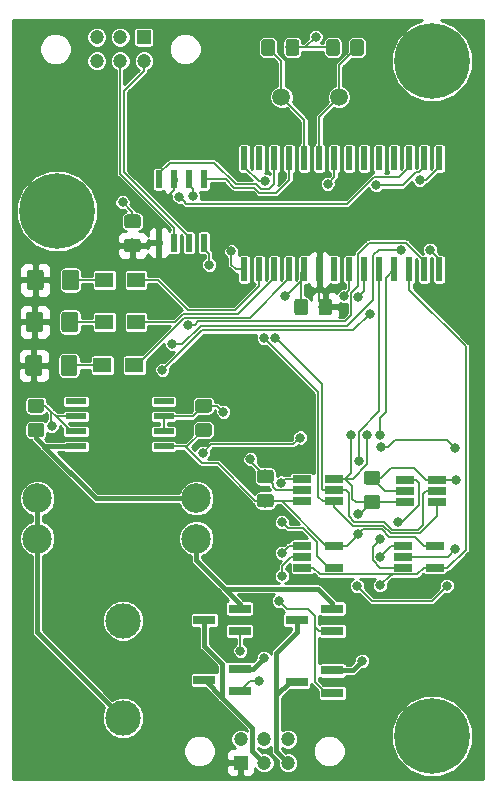
<source format=gtl>
G04 #@! TF.GenerationSoftware,KiCad,Pcbnew,(5.0.0-3-g5ebb6b6)*
G04 #@! TF.CreationDate,2019-01-13T18:40:12-08:00*
G04 #@! TF.ProjectId,vent,76656E742E6B696361645F7063620000,rev?*
G04 #@! TF.SameCoordinates,Original*
G04 #@! TF.FileFunction,Copper,L1,Top,Signal*
G04 #@! TF.FilePolarity,Positive*
%FSLAX46Y46*%
G04 Gerber Fmt 4.6, Leading zero omitted, Abs format (unit mm)*
G04 Created by KiCad (PCBNEW (5.0.0-3-g5ebb6b6)) date Sunday, January 13, 2019 at 06:40:12 PM*
%MOMM*%
%LPD*%
G01*
G04 APERTURE LIST*
G04 #@! TA.AperFunction,SMDPad,CuDef*
%ADD10R,0.600000X2.000000*%
G04 #@! TD*
G04 #@! TA.AperFunction,Conductor*
%ADD11C,0.100000*%
G04 #@! TD*
G04 #@! TA.AperFunction,SMDPad,CuDef*
%ADD12C,1.150000*%
G04 #@! TD*
G04 #@! TA.AperFunction,ComponentPad*
%ADD13C,1.500000*%
G04 #@! TD*
G04 #@! TA.AperFunction,SMDPad,CuDef*
%ADD14R,1.750000X0.550000*%
G04 #@! TD*
G04 #@! TA.AperFunction,SMDPad,CuDef*
%ADD15R,0.600000X1.550000*%
G04 #@! TD*
G04 #@! TA.AperFunction,SMDPad,CuDef*
%ADD16C,1.425000*%
G04 #@! TD*
G04 #@! TA.AperFunction,SMDPad,CuDef*
%ADD17R,1.560000X0.650000*%
G04 #@! TD*
G04 #@! TA.AperFunction,SMDPad,CuDef*
%ADD18R,1.900000X0.800000*%
G04 #@! TD*
G04 #@! TA.AperFunction,SMDPad,CuDef*
%ADD19R,1.500000X1.300000*%
G04 #@! TD*
G04 #@! TA.AperFunction,ComponentPad*
%ADD20C,3.000000*%
G04 #@! TD*
G04 #@! TA.AperFunction,ComponentPad*
%ADD21C,2.500000*%
G04 #@! TD*
G04 #@! TA.AperFunction,ComponentPad*
%ADD22C,1.200000*%
G04 #@! TD*
G04 #@! TA.AperFunction,ComponentPad*
%ADD23R,1.200000X1.200000*%
G04 #@! TD*
G04 #@! TA.AperFunction,ComponentPad*
%ADD24C,6.400000*%
G04 #@! TD*
G04 #@! TA.AperFunction,ViaPad*
%ADD25C,0.800000*%
G04 #@! TD*
G04 #@! TA.AperFunction,Conductor*
%ADD26C,0.381000*%
G04 #@! TD*
G04 #@! TA.AperFunction,Conductor*
%ADD27C,0.152400*%
G04 #@! TD*
G04 #@! TA.AperFunction,Conductor*
%ADD28C,0.254000*%
G04 #@! TD*
G04 APERTURE END LIST*
D10*
G04 #@! TO.P,U3,28*
G04 #@! TO.N,/Microcontroller/ICSPDAT*
X165735000Y-82424000D03*
G04 #@! TO.P,U3,27*
G04 #@! TO.N,/Microcontroller/ICSPCLK*
X164465000Y-82424000D03*
G04 #@! TO.P,U3,26*
G04 #@! TO.N,/Microcontroller/MOTOR_FEEDBACK*
X163195000Y-82424000D03*
G04 #@! TO.P,U3,25*
G04 #@! TO.N,/Linear Actuator Driver/~LIM_LOW*
X161925000Y-82424000D03*
G04 #@! TO.P,U3,24*
G04 #@! TO.N,/Linear Actuator Driver/~LIM_HIGH*
X160655000Y-82424000D03*
G04 #@! TO.P,U3,23*
G04 #@! TO.N,/Linear Actuator Driver/MCU_BWD*
X159385000Y-82424000D03*
G04 #@! TO.P,U3,22*
G04 #@! TO.N,/Linear Actuator Driver/MCU_FWD*
X158115000Y-82424000D03*
G04 #@! TO.P,U3,21*
G04 #@! TO.N,Net-(U3-Pad21)*
X156845000Y-82424000D03*
G04 #@! TO.P,U3,20*
G04 #@! TO.N,+5V*
X155575000Y-82424000D03*
G04 #@! TO.P,U3,19*
G04 #@! TO.N,GND*
X154305000Y-82424000D03*
G04 #@! TO.P,U3,18*
G04 #@! TO.N,Net-(R5-Pad2)*
X153035000Y-82424000D03*
G04 #@! TO.P,U3,17*
G04 #@! TO.N,Net-(R6-Pad2)*
X151765000Y-82424000D03*
G04 #@! TO.P,U3,16*
G04 #@! TO.N,Net-(R7-Pad2)*
X150495000Y-82424000D03*
G04 #@! TO.P,U3,15*
G04 #@! TO.N,/Linear Actuator Driver/SDA*
X149225000Y-82424000D03*
G04 #@! TO.P,U3,14*
G04 #@! TO.N,/Linear Actuator Driver/SCL*
X149225000Y-73024000D03*
G04 #@! TO.P,U3,13*
G04 #@! TO.N,Net-(U3-Pad13)*
X150495000Y-73024000D03*
G04 #@! TO.P,U3,12*
G04 #@! TO.N,/Microcontroller/CAN_RX*
X151765000Y-73024000D03*
G04 #@! TO.P,U3,11*
G04 #@! TO.N,/Microcontroller/CAN_TX*
X153035000Y-73024000D03*
G04 #@! TO.P,U3,10*
G04 #@! TO.N,/Microcontroller/OSC2*
X154305000Y-73024000D03*
G04 #@! TO.P,U3,9*
G04 #@! TO.N,/Microcontroller/OSC1*
X155575000Y-73024000D03*
G04 #@! TO.P,U3,8*
G04 #@! TO.N,GND*
X156845000Y-73024000D03*
G04 #@! TO.P,U3,7*
G04 #@! TO.N,Net-(U3-Pad7)*
X158115000Y-73024000D03*
G04 #@! TO.P,U3,6*
G04 #@! TO.N,Net-(U3-Pad6)*
X159385000Y-73024000D03*
G04 #@! TO.P,U3,5*
G04 #@! TO.N,Net-(U3-Pad5)*
X160655000Y-73024000D03*
G04 #@! TO.P,U3,4*
G04 #@! TO.N,Net-(U3-Pad4)*
X161925000Y-73024000D03*
G04 #@! TO.P,U3,3*
G04 #@! TO.N,/Microcontroller/CURR_AMP*
X163195000Y-73024000D03*
G04 #@! TO.P,U3,2*
G04 #@! TO.N,/Microcontroller/VBAT*
X164465000Y-73024000D03*
G04 #@! TO.P,U3,1*
G04 #@! TO.N,/Microcontroller/~MCLR*
X165735000Y-73024000D03*
G04 #@! TD*
D11*
G04 #@! TO.N,+5V*
G04 #@! TO.C,C2*
G36*
X156432505Y-84899204D02*
X156456773Y-84902804D01*
X156480572Y-84908765D01*
X156503671Y-84917030D01*
X156525850Y-84927520D01*
X156546893Y-84940132D01*
X156566599Y-84954747D01*
X156584777Y-84971223D01*
X156601253Y-84989401D01*
X156615868Y-85009107D01*
X156628480Y-85030150D01*
X156638970Y-85052329D01*
X156647235Y-85075428D01*
X156653196Y-85099227D01*
X156656796Y-85123495D01*
X156658000Y-85147999D01*
X156658000Y-86048001D01*
X156656796Y-86072505D01*
X156653196Y-86096773D01*
X156647235Y-86120572D01*
X156638970Y-86143671D01*
X156628480Y-86165850D01*
X156615868Y-86186893D01*
X156601253Y-86206599D01*
X156584777Y-86224777D01*
X156566599Y-86241253D01*
X156546893Y-86255868D01*
X156525850Y-86268480D01*
X156503671Y-86278970D01*
X156480572Y-86287235D01*
X156456773Y-86293196D01*
X156432505Y-86296796D01*
X156408001Y-86298000D01*
X155757999Y-86298000D01*
X155733495Y-86296796D01*
X155709227Y-86293196D01*
X155685428Y-86287235D01*
X155662329Y-86278970D01*
X155640150Y-86268480D01*
X155619107Y-86255868D01*
X155599401Y-86241253D01*
X155581223Y-86224777D01*
X155564747Y-86206599D01*
X155550132Y-86186893D01*
X155537520Y-86165850D01*
X155527030Y-86143671D01*
X155518765Y-86120572D01*
X155512804Y-86096773D01*
X155509204Y-86072505D01*
X155508000Y-86048001D01*
X155508000Y-85147999D01*
X155509204Y-85123495D01*
X155512804Y-85099227D01*
X155518765Y-85075428D01*
X155527030Y-85052329D01*
X155537520Y-85030150D01*
X155550132Y-85009107D01*
X155564747Y-84989401D01*
X155581223Y-84971223D01*
X155599401Y-84954747D01*
X155619107Y-84940132D01*
X155640150Y-84927520D01*
X155662329Y-84917030D01*
X155685428Y-84908765D01*
X155709227Y-84902804D01*
X155733495Y-84899204D01*
X155757999Y-84898000D01*
X156408001Y-84898000D01*
X156432505Y-84899204D01*
X156432505Y-84899204D01*
G37*
D12*
G04 #@! TD*
G04 #@! TO.P,C2,2*
G04 #@! TO.N,+5V*
X156083000Y-85598000D03*
D11*
G04 #@! TO.N,GND*
G04 #@! TO.C,C2*
G36*
X154382505Y-84899204D02*
X154406773Y-84902804D01*
X154430572Y-84908765D01*
X154453671Y-84917030D01*
X154475850Y-84927520D01*
X154496893Y-84940132D01*
X154516599Y-84954747D01*
X154534777Y-84971223D01*
X154551253Y-84989401D01*
X154565868Y-85009107D01*
X154578480Y-85030150D01*
X154588970Y-85052329D01*
X154597235Y-85075428D01*
X154603196Y-85099227D01*
X154606796Y-85123495D01*
X154608000Y-85147999D01*
X154608000Y-86048001D01*
X154606796Y-86072505D01*
X154603196Y-86096773D01*
X154597235Y-86120572D01*
X154588970Y-86143671D01*
X154578480Y-86165850D01*
X154565868Y-86186893D01*
X154551253Y-86206599D01*
X154534777Y-86224777D01*
X154516599Y-86241253D01*
X154496893Y-86255868D01*
X154475850Y-86268480D01*
X154453671Y-86278970D01*
X154430572Y-86287235D01*
X154406773Y-86293196D01*
X154382505Y-86296796D01*
X154358001Y-86298000D01*
X153707999Y-86298000D01*
X153683495Y-86296796D01*
X153659227Y-86293196D01*
X153635428Y-86287235D01*
X153612329Y-86278970D01*
X153590150Y-86268480D01*
X153569107Y-86255868D01*
X153549401Y-86241253D01*
X153531223Y-86224777D01*
X153514747Y-86206599D01*
X153500132Y-86186893D01*
X153487520Y-86165850D01*
X153477030Y-86143671D01*
X153468765Y-86120572D01*
X153462804Y-86096773D01*
X153459204Y-86072505D01*
X153458000Y-86048001D01*
X153458000Y-85147999D01*
X153459204Y-85123495D01*
X153462804Y-85099227D01*
X153468765Y-85075428D01*
X153477030Y-85052329D01*
X153487520Y-85030150D01*
X153500132Y-85009107D01*
X153514747Y-84989401D01*
X153531223Y-84971223D01*
X153549401Y-84954747D01*
X153569107Y-84940132D01*
X153590150Y-84927520D01*
X153612329Y-84917030D01*
X153635428Y-84908765D01*
X153659227Y-84902804D01*
X153683495Y-84899204D01*
X153707999Y-84898000D01*
X154358001Y-84898000D01*
X154382505Y-84899204D01*
X154382505Y-84899204D01*
G37*
D12*
G04 #@! TD*
G04 #@! TO.P,C2,1*
G04 #@! TO.N,GND*
X154033000Y-85598000D03*
D11*
G04 #@! TO.N,+5V*
G04 #@! TO.C,C3*
G36*
X140225305Y-79817204D02*
X140249573Y-79820804D01*
X140273372Y-79826765D01*
X140296471Y-79835030D01*
X140318650Y-79845520D01*
X140339693Y-79858132D01*
X140359399Y-79872747D01*
X140377577Y-79889223D01*
X140394053Y-79907401D01*
X140408668Y-79927107D01*
X140421280Y-79948150D01*
X140431770Y-79970329D01*
X140440035Y-79993428D01*
X140445996Y-80017227D01*
X140449596Y-80041495D01*
X140450800Y-80065999D01*
X140450800Y-80716001D01*
X140449596Y-80740505D01*
X140445996Y-80764773D01*
X140440035Y-80788572D01*
X140431770Y-80811671D01*
X140421280Y-80833850D01*
X140408668Y-80854893D01*
X140394053Y-80874599D01*
X140377577Y-80892777D01*
X140359399Y-80909253D01*
X140339693Y-80923868D01*
X140318650Y-80936480D01*
X140296471Y-80946970D01*
X140273372Y-80955235D01*
X140249573Y-80961196D01*
X140225305Y-80964796D01*
X140200801Y-80966000D01*
X139300799Y-80966000D01*
X139276295Y-80964796D01*
X139252027Y-80961196D01*
X139228228Y-80955235D01*
X139205129Y-80946970D01*
X139182950Y-80936480D01*
X139161907Y-80923868D01*
X139142201Y-80909253D01*
X139124023Y-80892777D01*
X139107547Y-80874599D01*
X139092932Y-80854893D01*
X139080320Y-80833850D01*
X139069830Y-80811671D01*
X139061565Y-80788572D01*
X139055604Y-80764773D01*
X139052004Y-80740505D01*
X139050800Y-80716001D01*
X139050800Y-80065999D01*
X139052004Y-80041495D01*
X139055604Y-80017227D01*
X139061565Y-79993428D01*
X139069830Y-79970329D01*
X139080320Y-79948150D01*
X139092932Y-79927107D01*
X139107547Y-79907401D01*
X139124023Y-79889223D01*
X139142201Y-79872747D01*
X139161907Y-79858132D01*
X139182950Y-79845520D01*
X139205129Y-79835030D01*
X139228228Y-79826765D01*
X139252027Y-79820804D01*
X139276295Y-79817204D01*
X139300799Y-79816000D01*
X140200801Y-79816000D01*
X140225305Y-79817204D01*
X140225305Y-79817204D01*
G37*
D12*
G04 #@! TD*
G04 #@! TO.P,C3,1*
G04 #@! TO.N,+5V*
X139750800Y-80391000D03*
D11*
G04 #@! TO.N,GND*
G04 #@! TO.C,C3*
G36*
X140225305Y-77767204D02*
X140249573Y-77770804D01*
X140273372Y-77776765D01*
X140296471Y-77785030D01*
X140318650Y-77795520D01*
X140339693Y-77808132D01*
X140359399Y-77822747D01*
X140377577Y-77839223D01*
X140394053Y-77857401D01*
X140408668Y-77877107D01*
X140421280Y-77898150D01*
X140431770Y-77920329D01*
X140440035Y-77943428D01*
X140445996Y-77967227D01*
X140449596Y-77991495D01*
X140450800Y-78015999D01*
X140450800Y-78666001D01*
X140449596Y-78690505D01*
X140445996Y-78714773D01*
X140440035Y-78738572D01*
X140431770Y-78761671D01*
X140421280Y-78783850D01*
X140408668Y-78804893D01*
X140394053Y-78824599D01*
X140377577Y-78842777D01*
X140359399Y-78859253D01*
X140339693Y-78873868D01*
X140318650Y-78886480D01*
X140296471Y-78896970D01*
X140273372Y-78905235D01*
X140249573Y-78911196D01*
X140225305Y-78914796D01*
X140200801Y-78916000D01*
X139300799Y-78916000D01*
X139276295Y-78914796D01*
X139252027Y-78911196D01*
X139228228Y-78905235D01*
X139205129Y-78896970D01*
X139182950Y-78886480D01*
X139161907Y-78873868D01*
X139142201Y-78859253D01*
X139124023Y-78842777D01*
X139107547Y-78824599D01*
X139092932Y-78804893D01*
X139080320Y-78783850D01*
X139069830Y-78761671D01*
X139061565Y-78738572D01*
X139055604Y-78714773D01*
X139052004Y-78690505D01*
X139050800Y-78666001D01*
X139050800Y-78015999D01*
X139052004Y-77991495D01*
X139055604Y-77967227D01*
X139061565Y-77943428D01*
X139069830Y-77920329D01*
X139080320Y-77898150D01*
X139092932Y-77877107D01*
X139107547Y-77857401D01*
X139124023Y-77839223D01*
X139142201Y-77822747D01*
X139161907Y-77808132D01*
X139182950Y-77795520D01*
X139205129Y-77785030D01*
X139228228Y-77776765D01*
X139252027Y-77770804D01*
X139276295Y-77767204D01*
X139300799Y-77766000D01*
X140200801Y-77766000D01*
X140225305Y-77767204D01*
X140225305Y-77767204D01*
G37*
D12*
G04 #@! TD*
G04 #@! TO.P,C3,2*
G04 #@! TO.N,GND*
X139750800Y-78341000D03*
D11*
G04 #@! TO.N,GND*
G04 #@! TO.C,C4*
G36*
X157067505Y-62928204D02*
X157091773Y-62931804D01*
X157115572Y-62937765D01*
X157138671Y-62946030D01*
X157160850Y-62956520D01*
X157181893Y-62969132D01*
X157201599Y-62983747D01*
X157219777Y-63000223D01*
X157236253Y-63018401D01*
X157250868Y-63038107D01*
X157263480Y-63059150D01*
X157273970Y-63081329D01*
X157282235Y-63104428D01*
X157288196Y-63128227D01*
X157291796Y-63152495D01*
X157293000Y-63176999D01*
X157293000Y-64077001D01*
X157291796Y-64101505D01*
X157288196Y-64125773D01*
X157282235Y-64149572D01*
X157273970Y-64172671D01*
X157263480Y-64194850D01*
X157250868Y-64215893D01*
X157236253Y-64235599D01*
X157219777Y-64253777D01*
X157201599Y-64270253D01*
X157181893Y-64284868D01*
X157160850Y-64297480D01*
X157138671Y-64307970D01*
X157115572Y-64316235D01*
X157091773Y-64322196D01*
X157067505Y-64325796D01*
X157043001Y-64327000D01*
X156392999Y-64327000D01*
X156368495Y-64325796D01*
X156344227Y-64322196D01*
X156320428Y-64316235D01*
X156297329Y-64307970D01*
X156275150Y-64297480D01*
X156254107Y-64284868D01*
X156234401Y-64270253D01*
X156216223Y-64253777D01*
X156199747Y-64235599D01*
X156185132Y-64215893D01*
X156172520Y-64194850D01*
X156162030Y-64172671D01*
X156153765Y-64149572D01*
X156147804Y-64125773D01*
X156144204Y-64101505D01*
X156143000Y-64077001D01*
X156143000Y-63176999D01*
X156144204Y-63152495D01*
X156147804Y-63128227D01*
X156153765Y-63104428D01*
X156162030Y-63081329D01*
X156172520Y-63059150D01*
X156185132Y-63038107D01*
X156199747Y-63018401D01*
X156216223Y-63000223D01*
X156234401Y-62983747D01*
X156254107Y-62969132D01*
X156275150Y-62956520D01*
X156297329Y-62946030D01*
X156320428Y-62937765D01*
X156344227Y-62931804D01*
X156368495Y-62928204D01*
X156392999Y-62927000D01*
X157043001Y-62927000D01*
X157067505Y-62928204D01*
X157067505Y-62928204D01*
G37*
D12*
G04 #@! TD*
G04 #@! TO.P,C4,2*
G04 #@! TO.N,GND*
X156718000Y-63627000D03*
D11*
G04 #@! TO.N,/Microcontroller/OSC1*
G04 #@! TO.C,C4*
G36*
X159117505Y-62928204D02*
X159141773Y-62931804D01*
X159165572Y-62937765D01*
X159188671Y-62946030D01*
X159210850Y-62956520D01*
X159231893Y-62969132D01*
X159251599Y-62983747D01*
X159269777Y-63000223D01*
X159286253Y-63018401D01*
X159300868Y-63038107D01*
X159313480Y-63059150D01*
X159323970Y-63081329D01*
X159332235Y-63104428D01*
X159338196Y-63128227D01*
X159341796Y-63152495D01*
X159343000Y-63176999D01*
X159343000Y-64077001D01*
X159341796Y-64101505D01*
X159338196Y-64125773D01*
X159332235Y-64149572D01*
X159323970Y-64172671D01*
X159313480Y-64194850D01*
X159300868Y-64215893D01*
X159286253Y-64235599D01*
X159269777Y-64253777D01*
X159251599Y-64270253D01*
X159231893Y-64284868D01*
X159210850Y-64297480D01*
X159188671Y-64307970D01*
X159165572Y-64316235D01*
X159141773Y-64322196D01*
X159117505Y-64325796D01*
X159093001Y-64327000D01*
X158442999Y-64327000D01*
X158418495Y-64325796D01*
X158394227Y-64322196D01*
X158370428Y-64316235D01*
X158347329Y-64307970D01*
X158325150Y-64297480D01*
X158304107Y-64284868D01*
X158284401Y-64270253D01*
X158266223Y-64253777D01*
X158249747Y-64235599D01*
X158235132Y-64215893D01*
X158222520Y-64194850D01*
X158212030Y-64172671D01*
X158203765Y-64149572D01*
X158197804Y-64125773D01*
X158194204Y-64101505D01*
X158193000Y-64077001D01*
X158193000Y-63176999D01*
X158194204Y-63152495D01*
X158197804Y-63128227D01*
X158203765Y-63104428D01*
X158212030Y-63081329D01*
X158222520Y-63059150D01*
X158235132Y-63038107D01*
X158249747Y-63018401D01*
X158266223Y-63000223D01*
X158284401Y-62983747D01*
X158304107Y-62969132D01*
X158325150Y-62956520D01*
X158347329Y-62946030D01*
X158370428Y-62937765D01*
X158394227Y-62931804D01*
X158418495Y-62928204D01*
X158442999Y-62927000D01*
X159093001Y-62927000D01*
X159117505Y-62928204D01*
X159117505Y-62928204D01*
G37*
D12*
G04 #@! TD*
G04 #@! TO.P,C4,1*
G04 #@! TO.N,/Microcontroller/OSC1*
X158768000Y-63627000D03*
D11*
G04 #@! TO.N,/Microcontroller/OSC2*
G04 #@! TO.C,C5*
G36*
X151588505Y-62928204D02*
X151612773Y-62931804D01*
X151636572Y-62937765D01*
X151659671Y-62946030D01*
X151681850Y-62956520D01*
X151702893Y-62969132D01*
X151722599Y-62983747D01*
X151740777Y-63000223D01*
X151757253Y-63018401D01*
X151771868Y-63038107D01*
X151784480Y-63059150D01*
X151794970Y-63081329D01*
X151803235Y-63104428D01*
X151809196Y-63128227D01*
X151812796Y-63152495D01*
X151814000Y-63176999D01*
X151814000Y-64077001D01*
X151812796Y-64101505D01*
X151809196Y-64125773D01*
X151803235Y-64149572D01*
X151794970Y-64172671D01*
X151784480Y-64194850D01*
X151771868Y-64215893D01*
X151757253Y-64235599D01*
X151740777Y-64253777D01*
X151722599Y-64270253D01*
X151702893Y-64284868D01*
X151681850Y-64297480D01*
X151659671Y-64307970D01*
X151636572Y-64316235D01*
X151612773Y-64322196D01*
X151588505Y-64325796D01*
X151564001Y-64327000D01*
X150913999Y-64327000D01*
X150889495Y-64325796D01*
X150865227Y-64322196D01*
X150841428Y-64316235D01*
X150818329Y-64307970D01*
X150796150Y-64297480D01*
X150775107Y-64284868D01*
X150755401Y-64270253D01*
X150737223Y-64253777D01*
X150720747Y-64235599D01*
X150706132Y-64215893D01*
X150693520Y-64194850D01*
X150683030Y-64172671D01*
X150674765Y-64149572D01*
X150668804Y-64125773D01*
X150665204Y-64101505D01*
X150664000Y-64077001D01*
X150664000Y-63176999D01*
X150665204Y-63152495D01*
X150668804Y-63128227D01*
X150674765Y-63104428D01*
X150683030Y-63081329D01*
X150693520Y-63059150D01*
X150706132Y-63038107D01*
X150720747Y-63018401D01*
X150737223Y-63000223D01*
X150755401Y-62983747D01*
X150775107Y-62969132D01*
X150796150Y-62956520D01*
X150818329Y-62946030D01*
X150841428Y-62937765D01*
X150865227Y-62931804D01*
X150889495Y-62928204D01*
X150913999Y-62927000D01*
X151564001Y-62927000D01*
X151588505Y-62928204D01*
X151588505Y-62928204D01*
G37*
D12*
G04 #@! TD*
G04 #@! TO.P,C5,1*
G04 #@! TO.N,/Microcontroller/OSC2*
X151239000Y-63627000D03*
D11*
G04 #@! TO.N,GND*
G04 #@! TO.C,C5*
G36*
X153638505Y-62928204D02*
X153662773Y-62931804D01*
X153686572Y-62937765D01*
X153709671Y-62946030D01*
X153731850Y-62956520D01*
X153752893Y-62969132D01*
X153772599Y-62983747D01*
X153790777Y-63000223D01*
X153807253Y-63018401D01*
X153821868Y-63038107D01*
X153834480Y-63059150D01*
X153844970Y-63081329D01*
X153853235Y-63104428D01*
X153859196Y-63128227D01*
X153862796Y-63152495D01*
X153864000Y-63176999D01*
X153864000Y-64077001D01*
X153862796Y-64101505D01*
X153859196Y-64125773D01*
X153853235Y-64149572D01*
X153844970Y-64172671D01*
X153834480Y-64194850D01*
X153821868Y-64215893D01*
X153807253Y-64235599D01*
X153790777Y-64253777D01*
X153772599Y-64270253D01*
X153752893Y-64284868D01*
X153731850Y-64297480D01*
X153709671Y-64307970D01*
X153686572Y-64316235D01*
X153662773Y-64322196D01*
X153638505Y-64325796D01*
X153614001Y-64327000D01*
X152963999Y-64327000D01*
X152939495Y-64325796D01*
X152915227Y-64322196D01*
X152891428Y-64316235D01*
X152868329Y-64307970D01*
X152846150Y-64297480D01*
X152825107Y-64284868D01*
X152805401Y-64270253D01*
X152787223Y-64253777D01*
X152770747Y-64235599D01*
X152756132Y-64215893D01*
X152743520Y-64194850D01*
X152733030Y-64172671D01*
X152724765Y-64149572D01*
X152718804Y-64125773D01*
X152715204Y-64101505D01*
X152714000Y-64077001D01*
X152714000Y-63176999D01*
X152715204Y-63152495D01*
X152718804Y-63128227D01*
X152724765Y-63104428D01*
X152733030Y-63081329D01*
X152743520Y-63059150D01*
X152756132Y-63038107D01*
X152770747Y-63018401D01*
X152787223Y-63000223D01*
X152805401Y-62983747D01*
X152825107Y-62969132D01*
X152846150Y-62956520D01*
X152868329Y-62946030D01*
X152891428Y-62937765D01*
X152915227Y-62931804D01*
X152939495Y-62928204D01*
X152963999Y-62927000D01*
X153614001Y-62927000D01*
X153638505Y-62928204D01*
X153638505Y-62928204D01*
G37*
D12*
G04 #@! TD*
G04 #@! TO.P,C5,2*
G04 #@! TO.N,GND*
X153289000Y-63627000D03*
D11*
G04 #@! TO.N,+5VBAT*
G04 #@! TO.C,C6*
G36*
X151477505Y-101425204D02*
X151501773Y-101428804D01*
X151525572Y-101434765D01*
X151548671Y-101443030D01*
X151570850Y-101453520D01*
X151591893Y-101466132D01*
X151611599Y-101480747D01*
X151629777Y-101497223D01*
X151646253Y-101515401D01*
X151660868Y-101535107D01*
X151673480Y-101556150D01*
X151683970Y-101578329D01*
X151692235Y-101601428D01*
X151698196Y-101625227D01*
X151701796Y-101649495D01*
X151703000Y-101673999D01*
X151703000Y-102324001D01*
X151701796Y-102348505D01*
X151698196Y-102372773D01*
X151692235Y-102396572D01*
X151683970Y-102419671D01*
X151673480Y-102441850D01*
X151660868Y-102462893D01*
X151646253Y-102482599D01*
X151629777Y-102500777D01*
X151611599Y-102517253D01*
X151591893Y-102531868D01*
X151570850Y-102544480D01*
X151548671Y-102554970D01*
X151525572Y-102563235D01*
X151501773Y-102569196D01*
X151477505Y-102572796D01*
X151453001Y-102574000D01*
X150552999Y-102574000D01*
X150528495Y-102572796D01*
X150504227Y-102569196D01*
X150480428Y-102563235D01*
X150457329Y-102554970D01*
X150435150Y-102544480D01*
X150414107Y-102531868D01*
X150394401Y-102517253D01*
X150376223Y-102500777D01*
X150359747Y-102482599D01*
X150345132Y-102462893D01*
X150332520Y-102441850D01*
X150322030Y-102419671D01*
X150313765Y-102396572D01*
X150307804Y-102372773D01*
X150304204Y-102348505D01*
X150303000Y-102324001D01*
X150303000Y-101673999D01*
X150304204Y-101649495D01*
X150307804Y-101625227D01*
X150313765Y-101601428D01*
X150322030Y-101578329D01*
X150332520Y-101556150D01*
X150345132Y-101535107D01*
X150359747Y-101515401D01*
X150376223Y-101497223D01*
X150394401Y-101480747D01*
X150414107Y-101466132D01*
X150435150Y-101453520D01*
X150457329Y-101443030D01*
X150480428Y-101434765D01*
X150504227Y-101428804D01*
X150528495Y-101425204D01*
X150552999Y-101424000D01*
X151453001Y-101424000D01*
X151477505Y-101425204D01*
X151477505Y-101425204D01*
G37*
D12*
G04 #@! TD*
G04 #@! TO.P,C6,2*
G04 #@! TO.N,+5VBAT*
X151003000Y-101999000D03*
D11*
G04 #@! TO.N,GND*
G04 #@! TO.C,C6*
G36*
X151477505Y-99375204D02*
X151501773Y-99378804D01*
X151525572Y-99384765D01*
X151548671Y-99393030D01*
X151570850Y-99403520D01*
X151591893Y-99416132D01*
X151611599Y-99430747D01*
X151629777Y-99447223D01*
X151646253Y-99465401D01*
X151660868Y-99485107D01*
X151673480Y-99506150D01*
X151683970Y-99528329D01*
X151692235Y-99551428D01*
X151698196Y-99575227D01*
X151701796Y-99599495D01*
X151703000Y-99623999D01*
X151703000Y-100274001D01*
X151701796Y-100298505D01*
X151698196Y-100322773D01*
X151692235Y-100346572D01*
X151683970Y-100369671D01*
X151673480Y-100391850D01*
X151660868Y-100412893D01*
X151646253Y-100432599D01*
X151629777Y-100450777D01*
X151611599Y-100467253D01*
X151591893Y-100481868D01*
X151570850Y-100494480D01*
X151548671Y-100504970D01*
X151525572Y-100513235D01*
X151501773Y-100519196D01*
X151477505Y-100522796D01*
X151453001Y-100524000D01*
X150552999Y-100524000D01*
X150528495Y-100522796D01*
X150504227Y-100519196D01*
X150480428Y-100513235D01*
X150457329Y-100504970D01*
X150435150Y-100494480D01*
X150414107Y-100481868D01*
X150394401Y-100467253D01*
X150376223Y-100450777D01*
X150359747Y-100432599D01*
X150345132Y-100412893D01*
X150332520Y-100391850D01*
X150322030Y-100369671D01*
X150313765Y-100346572D01*
X150307804Y-100322773D01*
X150304204Y-100298505D01*
X150303000Y-100274001D01*
X150303000Y-99623999D01*
X150304204Y-99599495D01*
X150307804Y-99575227D01*
X150313765Y-99551428D01*
X150322030Y-99528329D01*
X150332520Y-99506150D01*
X150345132Y-99485107D01*
X150359747Y-99465401D01*
X150376223Y-99447223D01*
X150394401Y-99430747D01*
X150414107Y-99416132D01*
X150435150Y-99403520D01*
X150457329Y-99393030D01*
X150480428Y-99384765D01*
X150504227Y-99378804D01*
X150528495Y-99375204D01*
X150552999Y-99374000D01*
X151453001Y-99374000D01*
X151477505Y-99375204D01*
X151477505Y-99375204D01*
G37*
D12*
G04 #@! TD*
G04 #@! TO.P,C6,1*
G04 #@! TO.N,GND*
X151003000Y-99949000D03*
D11*
G04 #@! TO.N,GND*
G04 #@! TO.C,C7*
G36*
X160494505Y-99484204D02*
X160518773Y-99487804D01*
X160542572Y-99493765D01*
X160565671Y-99502030D01*
X160587850Y-99512520D01*
X160608893Y-99525132D01*
X160628599Y-99539747D01*
X160646777Y-99556223D01*
X160663253Y-99574401D01*
X160677868Y-99594107D01*
X160690480Y-99615150D01*
X160700970Y-99637329D01*
X160709235Y-99660428D01*
X160715196Y-99684227D01*
X160718796Y-99708495D01*
X160720000Y-99732999D01*
X160720000Y-100383001D01*
X160718796Y-100407505D01*
X160715196Y-100431773D01*
X160709235Y-100455572D01*
X160700970Y-100478671D01*
X160690480Y-100500850D01*
X160677868Y-100521893D01*
X160663253Y-100541599D01*
X160646777Y-100559777D01*
X160628599Y-100576253D01*
X160608893Y-100590868D01*
X160587850Y-100603480D01*
X160565671Y-100613970D01*
X160542572Y-100622235D01*
X160518773Y-100628196D01*
X160494505Y-100631796D01*
X160470001Y-100633000D01*
X159569999Y-100633000D01*
X159545495Y-100631796D01*
X159521227Y-100628196D01*
X159497428Y-100622235D01*
X159474329Y-100613970D01*
X159452150Y-100603480D01*
X159431107Y-100590868D01*
X159411401Y-100576253D01*
X159393223Y-100559777D01*
X159376747Y-100541599D01*
X159362132Y-100521893D01*
X159349520Y-100500850D01*
X159339030Y-100478671D01*
X159330765Y-100455572D01*
X159324804Y-100431773D01*
X159321204Y-100407505D01*
X159320000Y-100383001D01*
X159320000Y-99732999D01*
X159321204Y-99708495D01*
X159324804Y-99684227D01*
X159330765Y-99660428D01*
X159339030Y-99637329D01*
X159349520Y-99615150D01*
X159362132Y-99594107D01*
X159376747Y-99574401D01*
X159393223Y-99556223D01*
X159411401Y-99539747D01*
X159431107Y-99525132D01*
X159452150Y-99512520D01*
X159474329Y-99502030D01*
X159497428Y-99493765D01*
X159521227Y-99487804D01*
X159545495Y-99484204D01*
X159569999Y-99483000D01*
X160470001Y-99483000D01*
X160494505Y-99484204D01*
X160494505Y-99484204D01*
G37*
D12*
G04 #@! TD*
G04 #@! TO.P,C7,1*
G04 #@! TO.N,GND*
X160020000Y-100058000D03*
D11*
G04 #@! TO.N,+5VBAT*
G04 #@! TO.C,C7*
G36*
X160494505Y-101534204D02*
X160518773Y-101537804D01*
X160542572Y-101543765D01*
X160565671Y-101552030D01*
X160587850Y-101562520D01*
X160608893Y-101575132D01*
X160628599Y-101589747D01*
X160646777Y-101606223D01*
X160663253Y-101624401D01*
X160677868Y-101644107D01*
X160690480Y-101665150D01*
X160700970Y-101687329D01*
X160709235Y-101710428D01*
X160715196Y-101734227D01*
X160718796Y-101758495D01*
X160720000Y-101782999D01*
X160720000Y-102433001D01*
X160718796Y-102457505D01*
X160715196Y-102481773D01*
X160709235Y-102505572D01*
X160700970Y-102528671D01*
X160690480Y-102550850D01*
X160677868Y-102571893D01*
X160663253Y-102591599D01*
X160646777Y-102609777D01*
X160628599Y-102626253D01*
X160608893Y-102640868D01*
X160587850Y-102653480D01*
X160565671Y-102663970D01*
X160542572Y-102672235D01*
X160518773Y-102678196D01*
X160494505Y-102681796D01*
X160470001Y-102683000D01*
X159569999Y-102683000D01*
X159545495Y-102681796D01*
X159521227Y-102678196D01*
X159497428Y-102672235D01*
X159474329Y-102663970D01*
X159452150Y-102653480D01*
X159431107Y-102640868D01*
X159411401Y-102626253D01*
X159393223Y-102609777D01*
X159376747Y-102591599D01*
X159362132Y-102571893D01*
X159349520Y-102550850D01*
X159339030Y-102528671D01*
X159330765Y-102505572D01*
X159324804Y-102481773D01*
X159321204Y-102457505D01*
X159320000Y-102433001D01*
X159320000Y-101782999D01*
X159321204Y-101758495D01*
X159324804Y-101734227D01*
X159330765Y-101710428D01*
X159339030Y-101687329D01*
X159349520Y-101665150D01*
X159362132Y-101644107D01*
X159376747Y-101624401D01*
X159393223Y-101606223D01*
X159411401Y-101589747D01*
X159431107Y-101575132D01*
X159452150Y-101562520D01*
X159474329Y-101552030D01*
X159497428Y-101543765D01*
X159521227Y-101537804D01*
X159545495Y-101534204D01*
X159569999Y-101533000D01*
X160470001Y-101533000D01*
X160494505Y-101534204D01*
X160494505Y-101534204D01*
G37*
D12*
G04 #@! TD*
G04 #@! TO.P,C7,2*
G04 #@! TO.N,+5VBAT*
X160020000Y-102108000D03*
D11*
G04 #@! TO.N,GND*
G04 #@! TO.C,C8*
G36*
X132046505Y-93388204D02*
X132070773Y-93391804D01*
X132094572Y-93397765D01*
X132117671Y-93406030D01*
X132139850Y-93416520D01*
X132160893Y-93429132D01*
X132180599Y-93443747D01*
X132198777Y-93460223D01*
X132215253Y-93478401D01*
X132229868Y-93498107D01*
X132242480Y-93519150D01*
X132252970Y-93541329D01*
X132261235Y-93564428D01*
X132267196Y-93588227D01*
X132270796Y-93612495D01*
X132272000Y-93636999D01*
X132272000Y-94287001D01*
X132270796Y-94311505D01*
X132267196Y-94335773D01*
X132261235Y-94359572D01*
X132252970Y-94382671D01*
X132242480Y-94404850D01*
X132229868Y-94425893D01*
X132215253Y-94445599D01*
X132198777Y-94463777D01*
X132180599Y-94480253D01*
X132160893Y-94494868D01*
X132139850Y-94507480D01*
X132117671Y-94517970D01*
X132094572Y-94526235D01*
X132070773Y-94532196D01*
X132046505Y-94535796D01*
X132022001Y-94537000D01*
X131121999Y-94537000D01*
X131097495Y-94535796D01*
X131073227Y-94532196D01*
X131049428Y-94526235D01*
X131026329Y-94517970D01*
X131004150Y-94507480D01*
X130983107Y-94494868D01*
X130963401Y-94480253D01*
X130945223Y-94463777D01*
X130928747Y-94445599D01*
X130914132Y-94425893D01*
X130901520Y-94404850D01*
X130891030Y-94382671D01*
X130882765Y-94359572D01*
X130876804Y-94335773D01*
X130873204Y-94311505D01*
X130872000Y-94287001D01*
X130872000Y-93636999D01*
X130873204Y-93612495D01*
X130876804Y-93588227D01*
X130882765Y-93564428D01*
X130891030Y-93541329D01*
X130901520Y-93519150D01*
X130914132Y-93498107D01*
X130928747Y-93478401D01*
X130945223Y-93460223D01*
X130963401Y-93443747D01*
X130983107Y-93429132D01*
X131004150Y-93416520D01*
X131026329Y-93406030D01*
X131049428Y-93397765D01*
X131073227Y-93391804D01*
X131097495Y-93388204D01*
X131121999Y-93387000D01*
X132022001Y-93387000D01*
X132046505Y-93388204D01*
X132046505Y-93388204D01*
G37*
D12*
G04 #@! TD*
G04 #@! TO.P,C8,2*
G04 #@! TO.N,GND*
X131572000Y-93962000D03*
D11*
G04 #@! TO.N,+BATT*
G04 #@! TO.C,C8*
G36*
X132046505Y-95438204D02*
X132070773Y-95441804D01*
X132094572Y-95447765D01*
X132117671Y-95456030D01*
X132139850Y-95466520D01*
X132160893Y-95479132D01*
X132180599Y-95493747D01*
X132198777Y-95510223D01*
X132215253Y-95528401D01*
X132229868Y-95548107D01*
X132242480Y-95569150D01*
X132252970Y-95591329D01*
X132261235Y-95614428D01*
X132267196Y-95638227D01*
X132270796Y-95662495D01*
X132272000Y-95686999D01*
X132272000Y-96337001D01*
X132270796Y-96361505D01*
X132267196Y-96385773D01*
X132261235Y-96409572D01*
X132252970Y-96432671D01*
X132242480Y-96454850D01*
X132229868Y-96475893D01*
X132215253Y-96495599D01*
X132198777Y-96513777D01*
X132180599Y-96530253D01*
X132160893Y-96544868D01*
X132139850Y-96557480D01*
X132117671Y-96567970D01*
X132094572Y-96576235D01*
X132070773Y-96582196D01*
X132046505Y-96585796D01*
X132022001Y-96587000D01*
X131121999Y-96587000D01*
X131097495Y-96585796D01*
X131073227Y-96582196D01*
X131049428Y-96576235D01*
X131026329Y-96567970D01*
X131004150Y-96557480D01*
X130983107Y-96544868D01*
X130963401Y-96530253D01*
X130945223Y-96513777D01*
X130928747Y-96495599D01*
X130914132Y-96475893D01*
X130901520Y-96454850D01*
X130891030Y-96432671D01*
X130882765Y-96409572D01*
X130876804Y-96385773D01*
X130873204Y-96361505D01*
X130872000Y-96337001D01*
X130872000Y-95686999D01*
X130873204Y-95662495D01*
X130876804Y-95638227D01*
X130882765Y-95614428D01*
X130891030Y-95591329D01*
X130901520Y-95569150D01*
X130914132Y-95548107D01*
X130928747Y-95528401D01*
X130945223Y-95510223D01*
X130963401Y-95493747D01*
X130983107Y-95479132D01*
X131004150Y-95466520D01*
X131026329Y-95456030D01*
X131049428Y-95447765D01*
X131073227Y-95441804D01*
X131097495Y-95438204D01*
X131121999Y-95437000D01*
X132022001Y-95437000D01*
X132046505Y-95438204D01*
X132046505Y-95438204D01*
G37*
D12*
G04 #@! TD*
G04 #@! TO.P,C8,1*
G04 #@! TO.N,+BATT*
X131572000Y-96012000D03*
D11*
G04 #@! TO.N,+5VBAT*
G04 #@! TO.C,C9*
G36*
X146252505Y-95438204D02*
X146276773Y-95441804D01*
X146300572Y-95447765D01*
X146323671Y-95456030D01*
X146345850Y-95466520D01*
X146366893Y-95479132D01*
X146386599Y-95493747D01*
X146404777Y-95510223D01*
X146421253Y-95528401D01*
X146435868Y-95548107D01*
X146448480Y-95569150D01*
X146458970Y-95591329D01*
X146467235Y-95614428D01*
X146473196Y-95638227D01*
X146476796Y-95662495D01*
X146478000Y-95686999D01*
X146478000Y-96337001D01*
X146476796Y-96361505D01*
X146473196Y-96385773D01*
X146467235Y-96409572D01*
X146458970Y-96432671D01*
X146448480Y-96454850D01*
X146435868Y-96475893D01*
X146421253Y-96495599D01*
X146404777Y-96513777D01*
X146386599Y-96530253D01*
X146366893Y-96544868D01*
X146345850Y-96557480D01*
X146323671Y-96567970D01*
X146300572Y-96576235D01*
X146276773Y-96582196D01*
X146252505Y-96585796D01*
X146228001Y-96587000D01*
X145327999Y-96587000D01*
X145303495Y-96585796D01*
X145279227Y-96582196D01*
X145255428Y-96576235D01*
X145232329Y-96567970D01*
X145210150Y-96557480D01*
X145189107Y-96544868D01*
X145169401Y-96530253D01*
X145151223Y-96513777D01*
X145134747Y-96495599D01*
X145120132Y-96475893D01*
X145107520Y-96454850D01*
X145097030Y-96432671D01*
X145088765Y-96409572D01*
X145082804Y-96385773D01*
X145079204Y-96361505D01*
X145078000Y-96337001D01*
X145078000Y-95686999D01*
X145079204Y-95662495D01*
X145082804Y-95638227D01*
X145088765Y-95614428D01*
X145097030Y-95591329D01*
X145107520Y-95569150D01*
X145120132Y-95548107D01*
X145134747Y-95528401D01*
X145151223Y-95510223D01*
X145169401Y-95493747D01*
X145189107Y-95479132D01*
X145210150Y-95466520D01*
X145232329Y-95456030D01*
X145255428Y-95447765D01*
X145279227Y-95441804D01*
X145303495Y-95438204D01*
X145327999Y-95437000D01*
X146228001Y-95437000D01*
X146252505Y-95438204D01*
X146252505Y-95438204D01*
G37*
D12*
G04 #@! TD*
G04 #@! TO.P,C9,1*
G04 #@! TO.N,+5VBAT*
X145778000Y-96012000D03*
D11*
G04 #@! TO.N,GND*
G04 #@! TO.C,C9*
G36*
X146252505Y-93388204D02*
X146276773Y-93391804D01*
X146300572Y-93397765D01*
X146323671Y-93406030D01*
X146345850Y-93416520D01*
X146366893Y-93429132D01*
X146386599Y-93443747D01*
X146404777Y-93460223D01*
X146421253Y-93478401D01*
X146435868Y-93498107D01*
X146448480Y-93519150D01*
X146458970Y-93541329D01*
X146467235Y-93564428D01*
X146473196Y-93588227D01*
X146476796Y-93612495D01*
X146478000Y-93636999D01*
X146478000Y-94287001D01*
X146476796Y-94311505D01*
X146473196Y-94335773D01*
X146467235Y-94359572D01*
X146458970Y-94382671D01*
X146448480Y-94404850D01*
X146435868Y-94425893D01*
X146421253Y-94445599D01*
X146404777Y-94463777D01*
X146386599Y-94480253D01*
X146366893Y-94494868D01*
X146345850Y-94507480D01*
X146323671Y-94517970D01*
X146300572Y-94526235D01*
X146276773Y-94532196D01*
X146252505Y-94535796D01*
X146228001Y-94537000D01*
X145327999Y-94537000D01*
X145303495Y-94535796D01*
X145279227Y-94532196D01*
X145255428Y-94526235D01*
X145232329Y-94517970D01*
X145210150Y-94507480D01*
X145189107Y-94494868D01*
X145169401Y-94480253D01*
X145151223Y-94463777D01*
X145134747Y-94445599D01*
X145120132Y-94425893D01*
X145107520Y-94404850D01*
X145097030Y-94382671D01*
X145088765Y-94359572D01*
X145082804Y-94335773D01*
X145079204Y-94311505D01*
X145078000Y-94287001D01*
X145078000Y-93636999D01*
X145079204Y-93612495D01*
X145082804Y-93588227D01*
X145088765Y-93564428D01*
X145097030Y-93541329D01*
X145107520Y-93519150D01*
X145120132Y-93498107D01*
X145134747Y-93478401D01*
X145151223Y-93460223D01*
X145169401Y-93443747D01*
X145189107Y-93429132D01*
X145210150Y-93416520D01*
X145232329Y-93406030D01*
X145255428Y-93397765D01*
X145279227Y-93391804D01*
X145303495Y-93388204D01*
X145327999Y-93387000D01*
X146228001Y-93387000D01*
X146252505Y-93388204D01*
X146252505Y-93388204D01*
G37*
D12*
G04 #@! TD*
G04 #@! TO.P,C9,2*
G04 #@! TO.N,GND*
X145778000Y-93962000D03*
D13*
G04 #@! TO.P,Y1,1*
G04 #@! TO.N,/Microcontroller/OSC1*
X157251400Y-67818000D03*
G04 #@! TO.P,Y1,2*
G04 #@! TO.N,/Microcontroller/OSC2*
X152371400Y-67818000D03*
G04 #@! TD*
D14*
G04 #@! TO.P,U9,8*
G04 #@! TO.N,+BATT*
X134984000Y-97409000D03*
G04 #@! TO.P,U9,7*
G04 #@! TO.N,GND*
X134984000Y-96139000D03*
G04 #@! TO.P,U9,6*
X134984000Y-94869000D03*
G04 #@! TO.P,U9,5*
G04 #@! TO.N,Net-(U9-Pad5)*
X134984000Y-93599000D03*
G04 #@! TO.P,U9,4*
G04 #@! TO.N,Net-(U9-Pad4)*
X142384000Y-93599000D03*
G04 #@! TO.P,U9,3*
G04 #@! TO.N,GND*
X142384000Y-94869000D03*
G04 #@! TO.P,U9,2*
X142384000Y-96139000D03*
G04 #@! TO.P,U9,1*
G04 #@! TO.N,+5VBAT*
X142384000Y-97409000D03*
G04 #@! TD*
D15*
G04 #@! TO.P,U2,8*
G04 #@! TO.N,GND*
X145796000Y-80170000D03*
G04 #@! TO.P,U2,7*
G04 #@! TO.N,CANH*
X144526000Y-80170000D03*
G04 #@! TO.P,U2,6*
G04 #@! TO.N,CANL*
X143256000Y-80170000D03*
G04 #@! TO.P,U2,5*
G04 #@! TO.N,+5V*
X141986000Y-80170000D03*
G04 #@! TO.P,U2,4*
G04 #@! TO.N,/Microcontroller/CAN_RX*
X141986000Y-74770000D03*
G04 #@! TO.P,U2,3*
G04 #@! TO.N,+5V*
X143256000Y-74770000D03*
G04 #@! TO.P,U2,2*
G04 #@! TO.N,GND*
X144526000Y-74770000D03*
G04 #@! TO.P,U2,1*
G04 #@! TO.N,/Microcontroller/CAN_TX*
X145796000Y-74770000D03*
G04 #@! TD*
D11*
G04 #@! TO.N,Net-(D1-Pad1)*
G04 #@! TO.C,D1*
G36*
X134863696Y-89675433D02*
X134887965Y-89679033D01*
X134911763Y-89684994D01*
X134934863Y-89693259D01*
X134957041Y-89703749D01*
X134978085Y-89716362D01*
X134997790Y-89730976D01*
X135015969Y-89747452D01*
X135032445Y-89765631D01*
X135047059Y-89785336D01*
X135059672Y-89806380D01*
X135070162Y-89828558D01*
X135078427Y-89851658D01*
X135084388Y-89875456D01*
X135087988Y-89899725D01*
X135089192Y-89924229D01*
X135089192Y-91174229D01*
X135087988Y-91198733D01*
X135084388Y-91223002D01*
X135078427Y-91246800D01*
X135070162Y-91269900D01*
X135059672Y-91292078D01*
X135047059Y-91313122D01*
X135032445Y-91332827D01*
X135015969Y-91351006D01*
X134997790Y-91367482D01*
X134978085Y-91382096D01*
X134957041Y-91394709D01*
X134934863Y-91405199D01*
X134911763Y-91413464D01*
X134887965Y-91419425D01*
X134863696Y-91423025D01*
X134839192Y-91424229D01*
X133914192Y-91424229D01*
X133889688Y-91423025D01*
X133865419Y-91419425D01*
X133841621Y-91413464D01*
X133818521Y-91405199D01*
X133796343Y-91394709D01*
X133775299Y-91382096D01*
X133755594Y-91367482D01*
X133737415Y-91351006D01*
X133720939Y-91332827D01*
X133706325Y-91313122D01*
X133693712Y-91292078D01*
X133683222Y-91269900D01*
X133674957Y-91246800D01*
X133668996Y-91223002D01*
X133665396Y-91198733D01*
X133664192Y-91174229D01*
X133664192Y-89924229D01*
X133665396Y-89899725D01*
X133668996Y-89875456D01*
X133674957Y-89851658D01*
X133683222Y-89828558D01*
X133693712Y-89806380D01*
X133706325Y-89785336D01*
X133720939Y-89765631D01*
X133737415Y-89747452D01*
X133755594Y-89730976D01*
X133775299Y-89716362D01*
X133796343Y-89703749D01*
X133818521Y-89693259D01*
X133841621Y-89684994D01*
X133865419Y-89679033D01*
X133889688Y-89675433D01*
X133914192Y-89674229D01*
X134839192Y-89674229D01*
X134863696Y-89675433D01*
X134863696Y-89675433D01*
G37*
D16*
G04 #@! TD*
G04 #@! TO.P,D1,1*
G04 #@! TO.N,Net-(D1-Pad1)*
X134376692Y-90549229D03*
D11*
G04 #@! TO.N,+5V*
G04 #@! TO.C,D1*
G36*
X131888696Y-89675433D02*
X131912965Y-89679033D01*
X131936763Y-89684994D01*
X131959863Y-89693259D01*
X131982041Y-89703749D01*
X132003085Y-89716362D01*
X132022790Y-89730976D01*
X132040969Y-89747452D01*
X132057445Y-89765631D01*
X132072059Y-89785336D01*
X132084672Y-89806380D01*
X132095162Y-89828558D01*
X132103427Y-89851658D01*
X132109388Y-89875456D01*
X132112988Y-89899725D01*
X132114192Y-89924229D01*
X132114192Y-91174229D01*
X132112988Y-91198733D01*
X132109388Y-91223002D01*
X132103427Y-91246800D01*
X132095162Y-91269900D01*
X132084672Y-91292078D01*
X132072059Y-91313122D01*
X132057445Y-91332827D01*
X132040969Y-91351006D01*
X132022790Y-91367482D01*
X132003085Y-91382096D01*
X131982041Y-91394709D01*
X131959863Y-91405199D01*
X131936763Y-91413464D01*
X131912965Y-91419425D01*
X131888696Y-91423025D01*
X131864192Y-91424229D01*
X130939192Y-91424229D01*
X130914688Y-91423025D01*
X130890419Y-91419425D01*
X130866621Y-91413464D01*
X130843521Y-91405199D01*
X130821343Y-91394709D01*
X130800299Y-91382096D01*
X130780594Y-91367482D01*
X130762415Y-91351006D01*
X130745939Y-91332827D01*
X130731325Y-91313122D01*
X130718712Y-91292078D01*
X130708222Y-91269900D01*
X130699957Y-91246800D01*
X130693996Y-91223002D01*
X130690396Y-91198733D01*
X130689192Y-91174229D01*
X130689192Y-89924229D01*
X130690396Y-89899725D01*
X130693996Y-89875456D01*
X130699957Y-89851658D01*
X130708222Y-89828558D01*
X130718712Y-89806380D01*
X130731325Y-89785336D01*
X130745939Y-89765631D01*
X130762415Y-89747452D01*
X130780594Y-89730976D01*
X130800299Y-89716362D01*
X130821343Y-89703749D01*
X130843521Y-89693259D01*
X130866621Y-89684994D01*
X130890419Y-89679033D01*
X130914688Y-89675433D01*
X130939192Y-89674229D01*
X131864192Y-89674229D01*
X131888696Y-89675433D01*
X131888696Y-89675433D01*
G37*
D16*
G04 #@! TD*
G04 #@! TO.P,D1,2*
G04 #@! TO.N,+5V*
X131401692Y-90549229D03*
D11*
G04 #@! TO.N,+5V*
G04 #@! TO.C,D2*
G36*
X131961696Y-85992433D02*
X131985965Y-85996033D01*
X132009763Y-86001994D01*
X132032863Y-86010259D01*
X132055041Y-86020749D01*
X132076085Y-86033362D01*
X132095790Y-86047976D01*
X132113969Y-86064452D01*
X132130445Y-86082631D01*
X132145059Y-86102336D01*
X132157672Y-86123380D01*
X132168162Y-86145558D01*
X132176427Y-86168658D01*
X132182388Y-86192456D01*
X132185988Y-86216725D01*
X132187192Y-86241229D01*
X132187192Y-87491229D01*
X132185988Y-87515733D01*
X132182388Y-87540002D01*
X132176427Y-87563800D01*
X132168162Y-87586900D01*
X132157672Y-87609078D01*
X132145059Y-87630122D01*
X132130445Y-87649827D01*
X132113969Y-87668006D01*
X132095790Y-87684482D01*
X132076085Y-87699096D01*
X132055041Y-87711709D01*
X132032863Y-87722199D01*
X132009763Y-87730464D01*
X131985965Y-87736425D01*
X131961696Y-87740025D01*
X131937192Y-87741229D01*
X131012192Y-87741229D01*
X130987688Y-87740025D01*
X130963419Y-87736425D01*
X130939621Y-87730464D01*
X130916521Y-87722199D01*
X130894343Y-87711709D01*
X130873299Y-87699096D01*
X130853594Y-87684482D01*
X130835415Y-87668006D01*
X130818939Y-87649827D01*
X130804325Y-87630122D01*
X130791712Y-87609078D01*
X130781222Y-87586900D01*
X130772957Y-87563800D01*
X130766996Y-87540002D01*
X130763396Y-87515733D01*
X130762192Y-87491229D01*
X130762192Y-86241229D01*
X130763396Y-86216725D01*
X130766996Y-86192456D01*
X130772957Y-86168658D01*
X130781222Y-86145558D01*
X130791712Y-86123380D01*
X130804325Y-86102336D01*
X130818939Y-86082631D01*
X130835415Y-86064452D01*
X130853594Y-86047976D01*
X130873299Y-86033362D01*
X130894343Y-86020749D01*
X130916521Y-86010259D01*
X130939621Y-86001994D01*
X130963419Y-85996033D01*
X130987688Y-85992433D01*
X131012192Y-85991229D01*
X131937192Y-85991229D01*
X131961696Y-85992433D01*
X131961696Y-85992433D01*
G37*
D16*
G04 #@! TD*
G04 #@! TO.P,D2,2*
G04 #@! TO.N,+5V*
X131474692Y-86866229D03*
D11*
G04 #@! TO.N,Net-(D2-Pad1)*
G04 #@! TO.C,D2*
G36*
X134936696Y-85992433D02*
X134960965Y-85996033D01*
X134984763Y-86001994D01*
X135007863Y-86010259D01*
X135030041Y-86020749D01*
X135051085Y-86033362D01*
X135070790Y-86047976D01*
X135088969Y-86064452D01*
X135105445Y-86082631D01*
X135120059Y-86102336D01*
X135132672Y-86123380D01*
X135143162Y-86145558D01*
X135151427Y-86168658D01*
X135157388Y-86192456D01*
X135160988Y-86216725D01*
X135162192Y-86241229D01*
X135162192Y-87491229D01*
X135160988Y-87515733D01*
X135157388Y-87540002D01*
X135151427Y-87563800D01*
X135143162Y-87586900D01*
X135132672Y-87609078D01*
X135120059Y-87630122D01*
X135105445Y-87649827D01*
X135088969Y-87668006D01*
X135070790Y-87684482D01*
X135051085Y-87699096D01*
X135030041Y-87711709D01*
X135007863Y-87722199D01*
X134984763Y-87730464D01*
X134960965Y-87736425D01*
X134936696Y-87740025D01*
X134912192Y-87741229D01*
X133987192Y-87741229D01*
X133962688Y-87740025D01*
X133938419Y-87736425D01*
X133914621Y-87730464D01*
X133891521Y-87722199D01*
X133869343Y-87711709D01*
X133848299Y-87699096D01*
X133828594Y-87684482D01*
X133810415Y-87668006D01*
X133793939Y-87649827D01*
X133779325Y-87630122D01*
X133766712Y-87609078D01*
X133756222Y-87586900D01*
X133747957Y-87563800D01*
X133741996Y-87540002D01*
X133738396Y-87515733D01*
X133737192Y-87491229D01*
X133737192Y-86241229D01*
X133738396Y-86216725D01*
X133741996Y-86192456D01*
X133747957Y-86168658D01*
X133756222Y-86145558D01*
X133766712Y-86123380D01*
X133779325Y-86102336D01*
X133793939Y-86082631D01*
X133810415Y-86064452D01*
X133828594Y-86047976D01*
X133848299Y-86033362D01*
X133869343Y-86020749D01*
X133891521Y-86010259D01*
X133914621Y-86001994D01*
X133938419Y-85996033D01*
X133962688Y-85992433D01*
X133987192Y-85991229D01*
X134912192Y-85991229D01*
X134936696Y-85992433D01*
X134936696Y-85992433D01*
G37*
D16*
G04 #@! TD*
G04 #@! TO.P,D2,1*
G04 #@! TO.N,Net-(D2-Pad1)*
X134449692Y-86866229D03*
D11*
G04 #@! TO.N,Net-(D3-Pad1)*
G04 #@! TO.C,D3*
G36*
X134990696Y-82436433D02*
X135014965Y-82440033D01*
X135038763Y-82445994D01*
X135061863Y-82454259D01*
X135084041Y-82464749D01*
X135105085Y-82477362D01*
X135124790Y-82491976D01*
X135142969Y-82508452D01*
X135159445Y-82526631D01*
X135174059Y-82546336D01*
X135186672Y-82567380D01*
X135197162Y-82589558D01*
X135205427Y-82612658D01*
X135211388Y-82636456D01*
X135214988Y-82660725D01*
X135216192Y-82685229D01*
X135216192Y-83935229D01*
X135214988Y-83959733D01*
X135211388Y-83984002D01*
X135205427Y-84007800D01*
X135197162Y-84030900D01*
X135186672Y-84053078D01*
X135174059Y-84074122D01*
X135159445Y-84093827D01*
X135142969Y-84112006D01*
X135124790Y-84128482D01*
X135105085Y-84143096D01*
X135084041Y-84155709D01*
X135061863Y-84166199D01*
X135038763Y-84174464D01*
X135014965Y-84180425D01*
X134990696Y-84184025D01*
X134966192Y-84185229D01*
X134041192Y-84185229D01*
X134016688Y-84184025D01*
X133992419Y-84180425D01*
X133968621Y-84174464D01*
X133945521Y-84166199D01*
X133923343Y-84155709D01*
X133902299Y-84143096D01*
X133882594Y-84128482D01*
X133864415Y-84112006D01*
X133847939Y-84093827D01*
X133833325Y-84074122D01*
X133820712Y-84053078D01*
X133810222Y-84030900D01*
X133801957Y-84007800D01*
X133795996Y-83984002D01*
X133792396Y-83959733D01*
X133791192Y-83935229D01*
X133791192Y-82685229D01*
X133792396Y-82660725D01*
X133795996Y-82636456D01*
X133801957Y-82612658D01*
X133810222Y-82589558D01*
X133820712Y-82567380D01*
X133833325Y-82546336D01*
X133847939Y-82526631D01*
X133864415Y-82508452D01*
X133882594Y-82491976D01*
X133902299Y-82477362D01*
X133923343Y-82464749D01*
X133945521Y-82454259D01*
X133968621Y-82445994D01*
X133992419Y-82440033D01*
X134016688Y-82436433D01*
X134041192Y-82435229D01*
X134966192Y-82435229D01*
X134990696Y-82436433D01*
X134990696Y-82436433D01*
G37*
D16*
G04 #@! TD*
G04 #@! TO.P,D3,1*
G04 #@! TO.N,Net-(D3-Pad1)*
X134503692Y-83310229D03*
D11*
G04 #@! TO.N,+5V*
G04 #@! TO.C,D3*
G36*
X132015696Y-82436433D02*
X132039965Y-82440033D01*
X132063763Y-82445994D01*
X132086863Y-82454259D01*
X132109041Y-82464749D01*
X132130085Y-82477362D01*
X132149790Y-82491976D01*
X132167969Y-82508452D01*
X132184445Y-82526631D01*
X132199059Y-82546336D01*
X132211672Y-82567380D01*
X132222162Y-82589558D01*
X132230427Y-82612658D01*
X132236388Y-82636456D01*
X132239988Y-82660725D01*
X132241192Y-82685229D01*
X132241192Y-83935229D01*
X132239988Y-83959733D01*
X132236388Y-83984002D01*
X132230427Y-84007800D01*
X132222162Y-84030900D01*
X132211672Y-84053078D01*
X132199059Y-84074122D01*
X132184445Y-84093827D01*
X132167969Y-84112006D01*
X132149790Y-84128482D01*
X132130085Y-84143096D01*
X132109041Y-84155709D01*
X132086863Y-84166199D01*
X132063763Y-84174464D01*
X132039965Y-84180425D01*
X132015696Y-84184025D01*
X131991192Y-84185229D01*
X131066192Y-84185229D01*
X131041688Y-84184025D01*
X131017419Y-84180425D01*
X130993621Y-84174464D01*
X130970521Y-84166199D01*
X130948343Y-84155709D01*
X130927299Y-84143096D01*
X130907594Y-84128482D01*
X130889415Y-84112006D01*
X130872939Y-84093827D01*
X130858325Y-84074122D01*
X130845712Y-84053078D01*
X130835222Y-84030900D01*
X130826957Y-84007800D01*
X130820996Y-83984002D01*
X130817396Y-83959733D01*
X130816192Y-83935229D01*
X130816192Y-82685229D01*
X130817396Y-82660725D01*
X130820996Y-82636456D01*
X130826957Y-82612658D01*
X130835222Y-82589558D01*
X130845712Y-82567380D01*
X130858325Y-82546336D01*
X130872939Y-82526631D01*
X130889415Y-82508452D01*
X130907594Y-82491976D01*
X130927299Y-82477362D01*
X130948343Y-82464749D01*
X130970521Y-82454259D01*
X130993621Y-82445994D01*
X131017419Y-82440033D01*
X131041688Y-82436433D01*
X131066192Y-82435229D01*
X131991192Y-82435229D01*
X132015696Y-82436433D01*
X132015696Y-82436433D01*
G37*
D16*
G04 #@! TD*
G04 #@! TO.P,D3,2*
G04 #@! TO.N,+5V*
X131528692Y-83310229D03*
D17*
G04 #@! TO.P,U5,5*
G04 #@! TO.N,+5VBAT*
X156845000Y-105796000D03*
G04 #@! TO.P,U5,4*
G04 #@! TO.N,Net-(U4-Pad1)*
X156845000Y-107696000D03*
G04 #@! TO.P,U5,3*
G04 #@! TO.N,/Microcontroller/MOTOR_FEEDBACK*
X154145000Y-107696000D03*
G04 #@! TO.P,U5,2*
G04 #@! TO.N,GND*
X154145000Y-106746000D03*
G04 #@! TO.P,U5,1*
G04 #@! TO.N,/Linear Actuator Driver/~LIM_HIGH*
X154145000Y-105796000D03*
G04 #@! TD*
G04 #@! TO.P,U7,1*
G04 #@! TO.N,/Linear Actuator Driver/~LIM_LOW*
X162654000Y-105796000D03*
G04 #@! TO.P,U7,2*
G04 #@! TO.N,GND*
X162654000Y-106746000D03*
G04 #@! TO.P,U7,3*
G04 #@! TO.N,Net-(U6-Pad1)*
X162654000Y-107696000D03*
G04 #@! TO.P,U7,4*
G04 #@! TO.N,/Microcontroller/MOTOR_FEEDBACK*
X165354000Y-107696000D03*
G04 #@! TO.P,U7,5*
G04 #@! TO.N,+5VBAT*
X165354000Y-105796000D03*
G04 #@! TD*
D18*
G04 #@! TO.P,Q3,3*
G04 #@! TO.N,/Linear Actuator Driver/MOTOR_V+*
X153658113Y-112080000D03*
G04 #@! TO.P,Q3,2*
G04 #@! TO.N,+BATT*
X156658113Y-111130000D03*
G04 #@! TO.P,Q3,1*
G04 #@! TO.N,/Linear Actuator Driver/~MOTOR_FWD*
X156658113Y-113030000D03*
G04 #@! TD*
G04 #@! TO.P,Q4,1*
G04 #@! TO.N,/Linear Actuator Driver/~MOTOR_BWD*
X148844000Y-113030000D03*
G04 #@! TO.P,Q4,2*
G04 #@! TO.N,+BATT*
X148844000Y-111130000D03*
G04 #@! TO.P,Q4,3*
G04 #@! TO.N,/Linear Actuator Driver/MOTOR_V-*
X145844000Y-112080000D03*
G04 #@! TD*
G04 #@! TO.P,Q5,3*
G04 #@! TO.N,/Linear Actuator Driver/MOTOR_V+*
X153658113Y-117327906D03*
G04 #@! TO.P,Q5,2*
G04 #@! TO.N,GND*
X156658113Y-116377906D03*
G04 #@! TO.P,Q5,1*
G04 #@! TO.N,/Linear Actuator Driver/~MOTOR_FWD*
X156658113Y-118277906D03*
G04 #@! TD*
G04 #@! TO.P,Q6,1*
G04 #@! TO.N,/Linear Actuator Driver/~MOTOR_BWD*
X148834838Y-118142793D03*
G04 #@! TO.P,Q6,2*
G04 #@! TO.N,GND*
X148834838Y-116242793D03*
G04 #@! TO.P,Q6,3*
G04 #@! TO.N,/Linear Actuator Driver/MOTOR_V-*
X145834838Y-117192793D03*
G04 #@! TD*
D19*
G04 #@! TO.P,R5,2*
G04 #@! TO.N,Net-(R5-Pad2)*
X139910692Y-90549229D03*
G04 #@! TO.P,R5,1*
G04 #@! TO.N,Net-(D1-Pad1)*
X137210692Y-90549229D03*
G04 #@! TD*
G04 #@! TO.P,R6,1*
G04 #@! TO.N,Net-(D2-Pad1)*
X137370692Y-86866229D03*
G04 #@! TO.P,R6,2*
G04 #@! TO.N,Net-(R6-Pad2)*
X140070692Y-86866229D03*
G04 #@! TD*
G04 #@! TO.P,R7,2*
G04 #@! TO.N,Net-(R7-Pad2)*
X140070692Y-83310229D03*
G04 #@! TO.P,R7,1*
G04 #@! TO.N,Net-(D3-Pad1)*
X137370692Y-83310229D03*
G04 #@! TD*
D17*
G04 #@! TO.P,U4,1*
G04 #@! TO.N,Net-(U4-Pad1)*
X154098000Y-100142000D03*
G04 #@! TO.P,U4,2*
G04 #@! TO.N,GND*
X154098000Y-101092000D03*
G04 #@! TO.P,U4,3*
G04 #@! TO.N,+5VBAT*
X154098000Y-102042000D03*
G04 #@! TO.P,U4,4*
G04 #@! TO.N,/Linear Actuator Driver/SDA*
X156798000Y-102042000D03*
G04 #@! TO.P,U4,6*
G04 #@! TO.N,+5VBAT*
X156798000Y-100142000D03*
G04 #@! TO.P,U4,5*
G04 #@! TO.N,/Linear Actuator Driver/SCL*
X156798000Y-101092000D03*
G04 #@! TD*
G04 #@! TO.P,U6,5*
G04 #@! TO.N,/Linear Actuator Driver/SCL*
X165514000Y-101158000D03*
G04 #@! TO.P,U6,6*
G04 #@! TO.N,GND*
X165514000Y-100208000D03*
G04 #@! TO.P,U6,4*
G04 #@! TO.N,/Linear Actuator Driver/SDA*
X165514000Y-102108000D03*
G04 #@! TO.P,U6,3*
G04 #@! TO.N,+5VBAT*
X162814000Y-102108000D03*
G04 #@! TO.P,U6,2*
G04 #@! TO.N,GND*
X162814000Y-101158000D03*
G04 #@! TO.P,U6,1*
G04 #@! TO.N,Net-(U6-Pad1)*
X162814000Y-100208000D03*
G04 #@! TD*
D20*
G04 #@! TO.P,J1,1*
G04 #@! TO.N,Net-(F1-Pad1)*
X138938000Y-120401000D03*
G04 #@! TO.P,J1,2*
G04 #@! TO.N,GND*
X138938000Y-112151000D03*
G04 #@! TD*
D21*
G04 #@! TO.P,F1,1*
G04 #@! TO.N,Net-(F1-Pad1)*
X131695000Y-101805000D03*
X131695000Y-105205000D03*
G04 #@! TO.P,F1,2*
G04 #@! TO.N,+BATT*
X145165000Y-105205000D03*
X145165000Y-101805000D03*
G04 #@! TD*
D22*
G04 #@! TO.P,J2,4*
G04 #@! TO.N,CANH*
X140723000Y-64754000D03*
G04 #@! TO.P,J2,5*
G04 #@! TO.N,CANL*
X138723000Y-64754000D03*
G04 #@! TO.P,J2,6*
G04 #@! TO.N,N/C*
X136723000Y-64754000D03*
G04 #@! TO.P,J2,3*
G04 #@! TO.N,GND*
X136723000Y-62754000D03*
D23*
G04 #@! TO.P,J2,1*
G04 #@! TO.N,Net-(J2-Pad1)*
X140723000Y-62754000D03*
D22*
G04 #@! TO.P,J2,2*
G04 #@! TO.N,Net-(F2-Pad2)*
X138723000Y-62754000D03*
G04 #@! TD*
G04 #@! TO.P,J4,2*
G04 #@! TO.N,/Linear Actuator Driver/MOTOR_V-*
X150915000Y-124190000D03*
D23*
G04 #@! TO.P,J4,1*
G04 #@! TO.N,+5V*
X148915000Y-124190000D03*
D22*
G04 #@! TO.P,J4,3*
G04 #@! TO.N,/Linear Actuator Driver/MOTOR_V+*
X152915000Y-124190000D03*
G04 #@! TO.P,J4,6*
G04 #@! TO.N,N/C*
X152915000Y-122190000D03*
G04 #@! TO.P,J4,5*
G04 #@! TO.N,GND*
X150915000Y-122190000D03*
G04 #@! TO.P,J4,4*
G04 #@! TO.N,/Microcontroller/MOTOR_FEEDBACK*
X148915000Y-122190000D03*
G04 #@! TD*
D24*
G04 #@! TO.P,REF\002A\002A,1*
G04 #@! TO.N,N/C*
X133350000Y-77470000D03*
G04 #@! TD*
G04 #@! TO.P,REF\002A\002A,1*
G04 #@! TO.N,N/C*
X165100000Y-64770000D03*
G04 #@! TD*
G04 #@! TO.P,REF\002A\002A,1*
G04 #@! TO.N,N/C*
X165100000Y-121920000D03*
G04 #@! TD*
D25*
G04 #@! TO.N,+5V*
X136969500Y-92646500D03*
X154495500Y-79375000D03*
X167322500Y-79692500D03*
X150755390Y-79248000D03*
G04 #@! TO.N,GND*
X152654000Y-84645500D03*
X155257500Y-62738000D03*
X132905500Y-95694500D03*
X147447000Y-94488000D03*
X149733000Y-98488500D03*
X167132000Y-100266500D03*
X167068500Y-106108500D03*
X156273500Y-75184000D03*
X146240500Y-82042000D03*
X144907000Y-76200000D03*
X159194500Y-115570000D03*
X152400002Y-108381800D03*
X138912600Y-76733400D03*
X150876000Y-115316000D03*
G04 #@! TO.N,/Microcontroller/MOTOR_FEEDBACK*
X160705800Y-109169200D03*
G04 #@! TO.N,+BATT*
X145694400Y-97967800D03*
X153949400Y-96653390D03*
X160782000Y-97472500D03*
X167068500Y-97536000D03*
G04 #@! TO.N,/Linear Actuator Driver/SCL*
X151002998Y-74930000D03*
X151841200Y-88207810D03*
G04 #@! TO.N,/Linear Actuator Driver/SDA*
X148132800Y-80899000D03*
X150859406Y-88207810D03*
G04 #@! TO.N,+5VBAT*
X166370000Y-109220000D03*
X158750000Y-109220000D03*
X158877000Y-103149478D03*
X158254788Y-96400195D03*
X159639000Y-96456500D03*
X158877000Y-104838500D03*
G04 #@! TO.N,Net-(U6-Pad1)*
X160737544Y-105263946D03*
X162242502Y-103822500D03*
G04 #@! TO.N,Net-(U4-Pad1)*
X152369515Y-100463390D03*
X152400000Y-103822500D03*
G04 #@! TO.N,/Microcontroller/VBAT*
X160385100Y-75301490D03*
G04 #@! TO.N,/Linear Actuator Driver/~LIM_LOW*
X160718499Y-96456500D03*
X160718500Y-106743500D03*
G04 #@! TO.N,/Linear Actuator Driver/MCU_BWD*
X158889611Y-84727263D03*
G04 #@! TO.N,/Linear Actuator Driver/~MOTOR_BWD*
X150469600Y-117271800D03*
X148894800Y-114706400D03*
G04 #@! TO.N,/Linear Actuator Driver/~LIM_HIGH*
X158940500Y-98615500D03*
X152400000Y-106426000D03*
G04 #@! TO.N,/Linear Actuator Driver/~MOTOR_FWD*
X152146000Y-110490000D03*
G04 #@! TO.N,/Linear Actuator Driver/MCU_FWD*
X157632400Y-84708998D03*
G04 #@! TO.N,/Microcontroller/~MCLR*
X164084000Y-74828400D03*
X159842200Y-86182200D03*
X142290800Y-90932000D03*
G04 #@! TO.N,/Microcontroller/ICSPDAT*
X162509200Y-80772000D03*
X164947600Y-80772000D03*
X143129000Y-88767920D03*
G04 #@! TO.N,/Microcontroller/ICSPCLK*
X144451865Y-87121750D03*
G04 #@! TO.N,/Microcontroller/CURR_AMP*
X143700498Y-76263500D03*
G04 #@! TD*
D26*
G04 #@! TO.N,/Linear Actuator Driver/MOTOR_V-*
X145844000Y-117183631D02*
X145834838Y-117192793D01*
X150315001Y-123590001D02*
X150915000Y-124190000D01*
X149910800Y-123185800D02*
X150315001Y-123590001D01*
X149910800Y-121208800D02*
X149910800Y-123185800D01*
X147370800Y-118668800D02*
X149910800Y-121208800D01*
X147370800Y-118211600D02*
X147370800Y-118668800D01*
X145844000Y-114297200D02*
X145844000Y-112080000D01*
X147370800Y-118668800D02*
X147370800Y-115824000D01*
X145894793Y-117192793D02*
X147370800Y-118668800D01*
X147370800Y-115824000D02*
X145844000Y-114297200D01*
X145834838Y-117192793D02*
X145894793Y-117192793D01*
D27*
G04 #@! TO.N,+5V*
X155575000Y-85090000D02*
X156083000Y-85598000D01*
X155575000Y-82424000D02*
X155575000Y-85090000D01*
X137096500Y-92773500D02*
X137350500Y-92773500D01*
X136969500Y-92646500D02*
X137096500Y-92773500D01*
X142494000Y-76200000D02*
X142557500Y-76136500D01*
X142494000Y-76263500D02*
X142494000Y-76200000D01*
X143256000Y-74770000D02*
X143256000Y-75697400D01*
X142689900Y-76263500D02*
X142557500Y-76136500D01*
X143256000Y-75697400D02*
X142689900Y-76263500D01*
D26*
G04 #@! TO.N,/Linear Actuator Driver/MOTOR_V+*
X153658113Y-113143487D02*
X153658113Y-112080000D01*
X151942800Y-114858800D02*
X153658113Y-113143487D01*
X152915000Y-124190000D02*
X151942800Y-123217800D01*
X151942800Y-118493219D02*
X151942800Y-119735600D01*
X153108113Y-117327906D02*
X151942800Y-118493219D01*
X151942800Y-119735600D02*
X151942800Y-114858800D01*
X153658113Y-117327906D02*
X153108113Y-117327906D01*
X151942800Y-123217800D02*
X151942800Y-119735600D01*
D27*
G04 #@! TO.N,GND*
X161120000Y-101158000D02*
X162814000Y-101158000D01*
X160020000Y-100058000D02*
X161120000Y-101158000D01*
X160820000Y-100058000D02*
X161627500Y-99250500D01*
X160020000Y-100058000D02*
X160820000Y-100058000D01*
X164581600Y-100208000D02*
X165514000Y-100208000D01*
X163624100Y-99250500D02*
X164581600Y-100208000D01*
X161627500Y-99250500D02*
X163624100Y-99250500D01*
X154033000Y-82696000D02*
X154305000Y-82424000D01*
X154033000Y-85598000D02*
X154033000Y-82696000D01*
X152783500Y-84645500D02*
X152654000Y-84645500D01*
X154305000Y-83124000D02*
X152783500Y-84645500D01*
X154305000Y-82424000D02*
X154305000Y-83124000D01*
X153289000Y-63627000D02*
X156718000Y-63627000D01*
X154368500Y-63627000D02*
X155257500Y-62738000D01*
X153289000Y-63627000D02*
X154368500Y-63627000D01*
X133956600Y-94869000D02*
X134984000Y-94869000D01*
X133279000Y-94869000D02*
X133956600Y-94869000D01*
X131572000Y-93962000D02*
X132372000Y-93962000D01*
X134556500Y-96139000D02*
X134984000Y-96139000D01*
X133286500Y-94869000D02*
X134556500Y-96139000D01*
X133279000Y-94869000D02*
X133286500Y-94869000D01*
X132898000Y-94488000D02*
X132898000Y-95687000D01*
X132898000Y-95687000D02*
X132905500Y-95694500D01*
X132372000Y-93962000D02*
X132898000Y-94488000D01*
X132898000Y-94488000D02*
X133279000Y-94869000D01*
X142384000Y-94869000D02*
X142384000Y-96139000D01*
X144871000Y-94869000D02*
X145778000Y-93962000D01*
X142384000Y-94869000D02*
X144871000Y-94869000D01*
X146921000Y-93962000D02*
X147447000Y-94488000D01*
X145778000Y-93962000D02*
X146921000Y-93962000D01*
X151626372Y-100572372D02*
X151626372Y-100826372D01*
X151003000Y-99949000D02*
X151626372Y-100572372D01*
X151892000Y-101092000D02*
X154098000Y-101092000D01*
X151626372Y-100826372D02*
X151892000Y-101092000D01*
X149733000Y-98679000D02*
X149733000Y-98488500D01*
X151003000Y-99949000D02*
X149733000Y-98679000D01*
X165514000Y-100208000D02*
X167073500Y-100208000D01*
X167073500Y-100208000D02*
X167132000Y-100266500D01*
X166431000Y-106746000D02*
X167068500Y-106108500D01*
X162654000Y-106746000D02*
X166431000Y-106746000D01*
X156845000Y-74612500D02*
X156273500Y-75184000D01*
X156845000Y-73024000D02*
X156845000Y-74612500D01*
X146240500Y-81089500D02*
X146240500Y-82042000D01*
X145796000Y-80645000D02*
X146240500Y-81089500D01*
X145796000Y-80170000D02*
X145796000Y-80645000D01*
X144907000Y-75626000D02*
X144907000Y-76200000D01*
X144526000Y-74770000D02*
X144526000Y-75245000D01*
X144526000Y-75245000D02*
X144907000Y-75626000D01*
X154145000Y-106746000D02*
X153212600Y-106746000D01*
X153212600Y-106746000D02*
X152400002Y-107558598D01*
X152400002Y-107558598D02*
X152400002Y-107816115D01*
X152400002Y-107816115D02*
X152400002Y-108381800D01*
X139750800Y-77571600D02*
X138912600Y-76733400D01*
X139750800Y-78341000D02*
X139750800Y-77571600D01*
D26*
X149949207Y-116242793D02*
X150876000Y-115316000D01*
X148834838Y-116242793D02*
X149949207Y-116242793D01*
X158386594Y-116377906D02*
X159194500Y-115570000D01*
X156658113Y-116377906D02*
X158386594Y-116377906D01*
D27*
G04 #@! TO.N,/Microcontroller/MOTOR_FEEDBACK*
X155077400Y-107696000D02*
X154145000Y-107696000D01*
X155631001Y-108249601D02*
X155077400Y-107696000D01*
X164421600Y-107696000D02*
X163867999Y-108249601D01*
X165354000Y-107696000D02*
X164421600Y-107696000D01*
X163867999Y-108249601D02*
X161798000Y-108249601D01*
X161315400Y-108249601D02*
X155631001Y-108249601D01*
X161493200Y-108249601D02*
X161315400Y-108249601D01*
X161798000Y-108249601D02*
X161493200Y-108249601D01*
X161620200Y-108254800D02*
X160705800Y-109169200D01*
X161716601Y-108249601D02*
X161721800Y-108254800D01*
X161721800Y-108254800D02*
X161620200Y-108254800D01*
X161493200Y-108249601D02*
X161716601Y-108249601D01*
X166411332Y-107696000D02*
X166286400Y-107696000D01*
X166286400Y-107696000D02*
X165354000Y-107696000D01*
X167957500Y-88938100D02*
X167957500Y-104140000D01*
X163195000Y-84175600D02*
X167957500Y-88938100D01*
X163195000Y-82424000D02*
X163195000Y-84175600D01*
X167957500Y-106149832D02*
X166411332Y-107696000D01*
X167957500Y-104140000D02*
X167957500Y-106149832D01*
G04 #@! TO.N,CANH*
X139039600Y-74208600D02*
X139039600Y-67285928D01*
X140723000Y-65602528D02*
X140723000Y-64754000D01*
X144526000Y-79695000D02*
X139039600Y-74208600D01*
X139039600Y-67285928D02*
X140723000Y-65602528D01*
X144526000Y-80170000D02*
X144526000Y-79695000D01*
G04 #@! TO.N,CANL*
X138723000Y-65602528D02*
X138723000Y-64754000D01*
X138723000Y-74359400D02*
X138723000Y-65602528D01*
X143256000Y-78892400D02*
X138723000Y-74359400D01*
X143256000Y-80170000D02*
X143256000Y-78892400D01*
D26*
G04 #@! TO.N,Net-(F1-Pad1)*
X131695000Y-101805000D02*
X131695000Y-105205000D01*
X131695000Y-113158000D02*
X131695000Y-105205000D01*
X138938000Y-120401000D02*
X131695000Y-113158000D01*
G04 #@! TO.N,+BATT*
X145165000Y-105205000D02*
X145165000Y-107065000D01*
X133728000Y-97409000D02*
X134984000Y-97409000D01*
X132294000Y-97409000D02*
X133728000Y-97409000D01*
X131572000Y-96687000D02*
X132294000Y-97409000D01*
X131572000Y-96012000D02*
X131572000Y-96687000D01*
X132294000Y-97409000D02*
X132294000Y-97419800D01*
X136679200Y-101805000D02*
X145165000Y-101805000D01*
X132294000Y-97419800D02*
X136679200Y-101805000D01*
D27*
X153549401Y-97053389D02*
X153949400Y-96653390D01*
X153384290Y-97218500D02*
X153549401Y-97053389D01*
X146443700Y-97218500D02*
X153384290Y-97218500D01*
X145694400Y-97967800D02*
X146443700Y-97218500D01*
X161347685Y-97472500D02*
X161982685Y-96837500D01*
X160782000Y-97472500D02*
X161347685Y-97472500D01*
X166370000Y-96837500D02*
X167068500Y-97536000D01*
X161982685Y-96837500D02*
X166370000Y-96837500D01*
D26*
X156658113Y-110684113D02*
X156658113Y-111130000D01*
X155448000Y-109474000D02*
X156658113Y-110684113D01*
X147574000Y-109474000D02*
X155448000Y-109474000D01*
X145165000Y-107065000D02*
X147574000Y-109474000D01*
X148844000Y-110744000D02*
X147574000Y-109474000D01*
X148844000Y-111130000D02*
X148844000Y-110744000D01*
D27*
G04 #@! TO.N,/Linear Actuator Driver/SCL*
X149225000Y-73024000D02*
X149225000Y-73724000D01*
X149225000Y-73724000D02*
X150431000Y-74930000D01*
X150431000Y-74930000D02*
X150437313Y-74930000D01*
X150437313Y-74930000D02*
X151002998Y-74930000D01*
X155865600Y-101092000D02*
X155778211Y-101004611D01*
X155778211Y-101004611D02*
X155778211Y-92144821D01*
X156798000Y-101092000D02*
X155865600Y-101092000D01*
X155778211Y-92144821D02*
X152241199Y-88607809D01*
X152241199Y-88607809D02*
X151841200Y-88207810D01*
X164581600Y-101158000D02*
X165514000Y-101158000D01*
X164338000Y-101401600D02*
X164581600Y-101158000D01*
X163941231Y-104451101D02*
X164338000Y-104054332D01*
X164338000Y-104054332D02*
X164338000Y-101401600D01*
X161750271Y-104451101D02*
X163941231Y-104451101D01*
X161077258Y-103778088D02*
X161750271Y-104451101D01*
X158057898Y-101314298D02*
X158057898Y-103298730D01*
X157835600Y-101092000D02*
X158057898Y-101314298D01*
X158537256Y-103778088D02*
X161077258Y-103778088D01*
X158057898Y-103298730D02*
X158537256Y-103778088D01*
X156798000Y-101092000D02*
X157835600Y-101092000D01*
G04 #@! TO.N,/Linear Actuator Driver/SDA*
X149225000Y-82424000D02*
X148772600Y-82424000D01*
X148132800Y-80899000D02*
X148132800Y-82042000D01*
X148514800Y-82424000D02*
X149225000Y-82424000D01*
X148132800Y-82042000D02*
X148514800Y-82424000D01*
X151259405Y-88607809D02*
X150859406Y-88207810D01*
X155473400Y-92821804D02*
X151259405Y-88607809D01*
X155473400Y-101649800D02*
X155473400Y-92821804D01*
X156798000Y-102042000D02*
X155865600Y-102042000D01*
X155865600Y-102042000D02*
X155473400Y-101649800D01*
X165514000Y-102585400D02*
X165514000Y-102108000D01*
X165514000Y-103309399D02*
X165514000Y-102585400D01*
X164067487Y-104755912D02*
X165514000Y-103309399D01*
X161624015Y-104755912D02*
X164067487Y-104755912D01*
X158399513Y-104120913D02*
X160989016Y-104120913D01*
X160989016Y-104120913D02*
X161624015Y-104755912D01*
X156798000Y-102519400D02*
X158399513Y-104120913D01*
X156798000Y-102042000D02*
X156798000Y-102519400D01*
G04 #@! TO.N,+5VBAT*
X160820000Y-102108000D02*
X162814000Y-102108000D01*
X160020000Y-102108000D02*
X160820000Y-102108000D01*
X160020000Y-102108000D02*
X158978522Y-103149478D01*
X158978522Y-103149478D02*
X158877000Y-103149478D01*
X144381000Y-97409000D02*
X145778000Y-96012000D01*
X142384000Y-97409000D02*
X144381000Y-97409000D01*
X154055000Y-101999000D02*
X154098000Y-102042000D01*
X151003000Y-101999000D02*
X154055000Y-101999000D01*
X151003000Y-101999000D02*
X152011600Y-101999000D01*
X156179440Y-105796000D02*
X156845000Y-105796000D01*
X152382440Y-101999000D02*
X156179440Y-105796000D01*
X151003000Y-101999000D02*
X152382440Y-101999000D01*
X150157400Y-101999000D02*
X151003000Y-101999000D01*
X146964400Y-98806000D02*
X150157400Y-101999000D01*
X145602268Y-98806000D02*
X146964400Y-98806000D01*
X144205268Y-97409000D02*
X145602268Y-98806000D01*
X142384000Y-97409000D02*
X144205268Y-97409000D01*
X158477001Y-105238499D02*
X158877000Y-104838500D01*
X157919500Y-105796000D02*
X158477001Y-105238499D01*
X156845000Y-105796000D02*
X157919500Y-105796000D01*
X160875537Y-104438501D02*
X159276999Y-104438501D01*
X163686323Y-105060723D02*
X161497759Y-105060723D01*
X164421600Y-105796000D02*
X163686323Y-105060723D01*
X165354000Y-105796000D02*
X164421600Y-105796000D01*
X161497759Y-105060723D02*
X160875537Y-104438501D01*
X159276999Y-104438501D02*
X158877000Y-104838500D01*
X158254788Y-96965880D02*
X158254788Y-96400195D01*
X158254788Y-99656812D02*
X158254788Y-96965880D01*
X157810200Y-100101400D02*
X158254788Y-99656812D01*
X159639000Y-97022185D02*
X159639000Y-96456500D01*
X159639000Y-98910830D02*
X159639000Y-97022185D01*
X157810200Y-100152200D02*
X158397630Y-100152200D01*
X158397630Y-100152200D02*
X159639000Y-98910830D01*
X157784800Y-100177600D02*
X157810200Y-100152200D01*
X157759400Y-100177600D02*
X157784800Y-100177600D01*
X157740600Y-100152200D02*
X158369000Y-100780600D01*
X157393600Y-100142000D02*
X157403800Y-100152200D01*
X157403800Y-100152200D02*
X157740600Y-100152200D01*
X156798000Y-100142000D02*
X157393600Y-100142000D01*
X158369000Y-100780600D02*
X158369000Y-101828600D01*
X158648400Y-102108000D02*
X160020000Y-102108000D01*
X158369000Y-101828600D02*
X158648400Y-102108000D01*
X165354000Y-105796000D02*
X165984000Y-105796000D01*
X158750000Y-109220000D02*
X160020000Y-110490000D01*
X160020000Y-110490000D02*
X163830000Y-110490000D01*
X163830000Y-110490000D02*
X165100000Y-110490000D01*
X165100000Y-110490000D02*
X166370000Y-109220000D01*
G04 #@! TO.N,Net-(U6-Pad1)*
X162560000Y-103822500D02*
X162242502Y-103822500D01*
X164020500Y-102362000D02*
X162560000Y-103822500D01*
X164020500Y-100482100D02*
X164020500Y-102362000D01*
X163746400Y-100208000D02*
X164020500Y-100482100D01*
X162814000Y-100208000D02*
X163746400Y-100208000D01*
X160089899Y-105911591D02*
X160337545Y-105663945D01*
X160740670Y-107696000D02*
X160089899Y-107045229D01*
X162654000Y-107696000D02*
X160740670Y-107696000D01*
X160337545Y-105663945D02*
X160737544Y-105263946D01*
X160089899Y-107045229D02*
X160089899Y-105911591D01*
G04 #@! TO.N,Net-(U4-Pad1)*
X154098000Y-100142000D02*
X152690905Y-100142000D01*
X152690905Y-100142000D02*
X152369515Y-100463390D01*
X152908000Y-104330500D02*
X152400000Y-103822500D01*
X154178000Y-104330500D02*
X152908000Y-104330500D01*
X155384500Y-105537000D02*
X154178000Y-104330500D01*
X155384500Y-106690500D02*
X155384500Y-105537000D01*
X156390000Y-107696000D02*
X155384500Y-106690500D01*
X156845000Y-107696000D02*
X156390000Y-107696000D01*
G04 #@! TO.N,/Microcontroller/VBAT*
X163795445Y-74176400D02*
X162670355Y-75301490D01*
X160950785Y-75301490D02*
X160385100Y-75301490D01*
X164465000Y-73024000D02*
X164465000Y-73724000D01*
X164465000Y-73724000D02*
X164012600Y-74176400D01*
X164012600Y-74176400D02*
X163795445Y-74176400D01*
X162670355Y-75301490D02*
X160950785Y-75301490D01*
G04 #@! TO.N,/Linear Actuator Driver/~LIM_LOW*
X161666000Y-105796000D02*
X161118499Y-106343501D01*
X161118499Y-106343501D02*
X160718500Y-106743500D01*
X162654000Y-105796000D02*
X161666000Y-105796000D01*
X160718499Y-94996001D02*
X160718499Y-96456500D01*
X161183601Y-94530899D02*
X160718499Y-94996001D01*
X161183601Y-83165399D02*
X161183601Y-94530899D01*
X161925000Y-82424000D02*
X161183601Y-83165399D01*
G04 #@! TO.N,/Linear Actuator Driver/MCU_BWD*
X159289610Y-84327264D02*
X158889611Y-84727263D01*
X159385000Y-82424000D02*
X159385000Y-84231874D01*
X159385000Y-84231874D02*
X159289610Y-84327264D01*
G04 #@! TO.N,/Linear Actuator Driver/~MOTOR_BWD*
X149705831Y-117271800D02*
X148834838Y-118142793D01*
X150469600Y-117271800D02*
X149705831Y-117271800D01*
X148844000Y-114655600D02*
X148894800Y-114706400D01*
X148844000Y-113030000D02*
X148844000Y-114655600D01*
G04 #@! TO.N,/Linear Actuator Driver/~LIM_HIGH*
X158940500Y-98049815D02*
X158940500Y-98615500D01*
X160655000Y-82424000D02*
X160655000Y-94446668D01*
X160655000Y-94446668D02*
X158940500Y-96161168D01*
X158940500Y-96161168D02*
X158940500Y-98049815D01*
X154145000Y-105796000D02*
X153030000Y-105796000D01*
X152799999Y-106026001D02*
X152400000Y-106426000D01*
X153030000Y-105796000D02*
X152799999Y-106026001D01*
G04 #@! TO.N,/Linear Actuator Driver/~MOTOR_FWD*
X156108113Y-113030000D02*
X156658113Y-113030000D01*
X156108113Y-118277906D02*
X156658113Y-118277906D01*
X155194000Y-117363793D02*
X156108113Y-118277906D01*
X154635200Y-111201200D02*
X155194000Y-111760000D01*
X152857200Y-111201200D02*
X154635200Y-111201200D01*
X152146000Y-110490000D02*
X152857200Y-111201200D01*
X156658113Y-113030000D02*
X155555713Y-113030000D01*
X155194000Y-112668287D02*
X155194000Y-112471200D01*
X155555713Y-113030000D02*
X155194000Y-112668287D01*
X155194000Y-112471200D02*
X155194000Y-117363793D01*
X155194000Y-111760000D02*
X155194000Y-112471200D01*
G04 #@! TO.N,/Linear Actuator Driver/MCU_FWD*
X158115000Y-82424000D02*
X158115000Y-84124800D01*
X158115000Y-84124800D02*
X157632400Y-84607400D01*
X157632400Y-84607400D02*
X157632400Y-84708998D01*
G04 #@! TO.N,Net-(R7-Pad2)*
X141913538Y-83310229D02*
X144486835Y-85883526D01*
X144486835Y-85883526D02*
X148426394Y-85883526D01*
X148426394Y-85883526D02*
X150495000Y-83814920D01*
X140070692Y-83310229D02*
X141913538Y-83310229D01*
X150495000Y-83814920D02*
X150495000Y-83576400D01*
X150495000Y-83576400D02*
X150495000Y-82424000D01*
G04 #@! TO.N,Net-(D3-Pad1)*
X135316192Y-83310229D02*
X137370692Y-83310229D01*
X134503692Y-83310229D02*
X135316192Y-83310229D01*
G04 #@! TO.N,Net-(D2-Pad1)*
X134449692Y-86866229D02*
X137370692Y-86866229D01*
G04 #@! TO.N,Net-(R6-Pad2)*
X151765000Y-83124000D02*
X151765000Y-82424000D01*
X148700663Y-86188337D02*
X151765000Y-83124000D01*
X140070692Y-86866229D02*
X143345987Y-86866229D01*
X143345987Y-86866229D02*
X144023879Y-86188337D01*
X144023879Y-86188337D02*
X148700663Y-86188337D01*
G04 #@! TO.N,Net-(R5-Pad2)*
X153035000Y-83124000D02*
X153035000Y-82424000D01*
X149665852Y-86493148D02*
X153035000Y-83124000D01*
X140052373Y-90590910D02*
X144150135Y-86493148D01*
X144150135Y-86493148D02*
X149665852Y-86493148D01*
X140010692Y-90549229D02*
X140052373Y-90590910D01*
X139910692Y-90549229D02*
X140010692Y-90549229D01*
G04 #@! TO.N,Net-(D1-Pad1)*
X135189192Y-90549229D02*
X137210692Y-90549229D01*
X134376692Y-90549229D02*
X135189192Y-90549229D01*
G04 #@! TO.N,/Microcontroller/~MCLR*
X165735000Y-73024000D02*
X165735000Y-73724000D01*
X164630600Y-74828400D02*
X164084000Y-74828400D01*
X165735000Y-73724000D02*
X164630600Y-74828400D01*
X158445200Y-87579200D02*
X145643600Y-87579200D01*
X159842200Y-86182200D02*
X158445200Y-87579200D01*
X145643600Y-87579200D02*
X142690799Y-90532001D01*
X142690799Y-90532001D02*
X142290800Y-90932000D01*
G04 #@! TO.N,/Microcontroller/ICSPDAT*
X165735000Y-81559400D02*
X165735000Y-82424000D01*
X164947600Y-80772000D02*
X165735000Y-81559400D01*
X143922214Y-88767920D02*
X145517334Y-87172800D01*
X161943515Y-80772000D02*
X162509200Y-80772000D01*
X160126399Y-84983601D02*
X160126399Y-81241119D01*
X157937200Y-87172800D02*
X160126399Y-84983601D01*
X160126399Y-81241119D02*
X160595518Y-80772000D01*
X160595518Y-80772000D02*
X161943515Y-80772000D01*
X143129000Y-88767920D02*
X143922214Y-88767920D01*
X145517334Y-87172800D02*
X157937200Y-87172800D01*
G04 #@! TO.N,/Microcontroller/ICSPCLK*
X164465000Y-82424000D02*
X164465000Y-81724000D01*
X158261001Y-86282039D02*
X157720760Y-86822280D01*
X159792199Y-80143398D02*
X158856399Y-81079198D01*
X158261001Y-84421379D02*
X158261001Y-86282039D01*
X162884398Y-80143398D02*
X159792199Y-80143398D01*
X158856399Y-83825981D02*
X158261001Y-84421379D01*
X157720760Y-86822280D02*
X145317020Y-86822280D01*
X145317020Y-86822280D02*
X145017550Y-87121750D01*
X145017550Y-87121750D02*
X144451865Y-87121750D01*
X158856399Y-81079198D02*
X158856399Y-83825981D01*
X164465000Y-81724000D02*
X162884398Y-80143398D01*
G04 #@! TO.N,/Microcontroller/CURR_AMP*
X160223200Y-74574400D02*
X157943601Y-76853999D01*
X144290997Y-76853999D02*
X144100497Y-76663499D01*
X163195000Y-73724000D02*
X162344600Y-74574400D01*
X144100497Y-76663499D02*
X143700498Y-76263500D01*
X157943601Y-76853999D02*
X144290997Y-76853999D01*
X162344600Y-74574400D02*
X160223200Y-74574400D01*
X163195000Y-73024000D02*
X163195000Y-73724000D01*
G04 #@! TO.N,/Microcontroller/CAN_RX*
X151765000Y-75184000D02*
X151765000Y-73724000D01*
X150606068Y-75615800D02*
X151333200Y-75615800D01*
X150199668Y-75209400D02*
X150606068Y-75615800D01*
X141986000Y-74295000D02*
X142900400Y-73380600D01*
X142900400Y-73380600D02*
X146685000Y-73380600D01*
X148513800Y-75209400D02*
X150199668Y-75209400D01*
X151765000Y-73724000D02*
X151765000Y-73024000D01*
X151333200Y-75615800D02*
X151765000Y-75184000D01*
X146685000Y-73380600D02*
X148513800Y-75209400D01*
X141986000Y-74770000D02*
X141986000Y-74295000D01*
G04 #@! TO.N,/Microcontroller/CAN_TX*
X153035000Y-74176400D02*
X153035000Y-73024000D01*
X153035000Y-74818199D02*
X153035000Y-74176400D01*
X151932599Y-75920600D02*
X153035000Y-74818199D01*
X145796000Y-74770000D02*
X147643334Y-74770000D01*
X150479801Y-75920600D02*
X151932599Y-75920600D01*
X150073412Y-75514211D02*
X150479801Y-75920600D01*
X148387544Y-75514211D02*
X150073412Y-75514211D01*
X147643334Y-74770000D02*
X148387544Y-75514211D01*
G04 #@! TO.N,/Microcontroller/OSC2*
X154305000Y-69751600D02*
X154305000Y-73024000D01*
X152371400Y-67818000D02*
X154305000Y-69751600D01*
X152371400Y-64759400D02*
X151180800Y-63568800D01*
X152371400Y-67818000D02*
X152371400Y-64759400D01*
X151180800Y-63568800D02*
X151239000Y-63627000D01*
G04 #@! TO.N,/Microcontroller/OSC1*
X155575000Y-69494400D02*
X155575000Y-73024000D01*
X157251400Y-67818000D02*
X155575000Y-69494400D01*
X157251400Y-65143600D02*
X158768000Y-63627000D01*
X157251400Y-67818000D02*
X157251400Y-65143600D01*
G04 #@! TD*
D28*
G04 #@! TO.N,+5V*
G36*
X163129078Y-61820308D02*
X162150308Y-62799078D01*
X161620600Y-64077904D01*
X161620600Y-65462096D01*
X162150308Y-66740922D01*
X163129078Y-67719692D01*
X164407904Y-68249400D01*
X165792096Y-68249400D01*
X167070922Y-67719692D01*
X168049692Y-66740922D01*
X168579400Y-65462096D01*
X168579400Y-64077904D01*
X168049692Y-62799078D01*
X167070922Y-61820308D01*
X165913772Y-61341000D01*
X169418000Y-61341000D01*
X169418000Y-125603000D01*
X129667000Y-125603000D01*
X129667000Y-122915620D01*
X144035600Y-122915620D01*
X144035600Y-123464380D01*
X144245601Y-123971367D01*
X144633633Y-124359399D01*
X145140620Y-124569400D01*
X145689380Y-124569400D01*
X145915470Y-124475750D01*
X147680000Y-124475750D01*
X147680000Y-124916310D01*
X147776673Y-125149699D01*
X147955302Y-125328327D01*
X148188691Y-125425000D01*
X148629250Y-125425000D01*
X148788000Y-125266250D01*
X148788000Y-124317000D01*
X147838750Y-124317000D01*
X147680000Y-124475750D01*
X145915470Y-124475750D01*
X146196367Y-124359399D01*
X146584399Y-123971367D01*
X146794400Y-123464380D01*
X146794400Y-122915620D01*
X146584399Y-122408633D01*
X146196367Y-122020601D01*
X145689380Y-121810600D01*
X145140620Y-121810600D01*
X144633633Y-122020601D01*
X144245601Y-122408633D01*
X144035600Y-122915620D01*
X129667000Y-122915620D01*
X129667000Y-101500783D01*
X130165600Y-101500783D01*
X130165600Y-102109217D01*
X130398437Y-102671336D01*
X130828664Y-103101563D01*
X131225100Y-103265772D01*
X131225101Y-103744228D01*
X130828664Y-103908437D01*
X130398437Y-104338664D01*
X130165600Y-104900783D01*
X130165600Y-105509217D01*
X130398437Y-106071336D01*
X130828664Y-106501563D01*
X131225101Y-106665772D01*
X131225100Y-113111728D01*
X131215896Y-113158000D01*
X131225100Y-113204272D01*
X131225100Y-113204275D01*
X131252365Y-113341345D01*
X131356222Y-113496778D01*
X131395454Y-113522992D01*
X137381467Y-119509006D01*
X137158600Y-120047055D01*
X137158600Y-120754945D01*
X137429497Y-121408949D01*
X137930051Y-121909503D01*
X138584055Y-122180400D01*
X139291945Y-122180400D01*
X139945949Y-121909503D01*
X140446503Y-121408949D01*
X140717400Y-120754945D01*
X140717400Y-120047055D01*
X140446503Y-119393051D01*
X139945949Y-118892497D01*
X139291945Y-118621600D01*
X138584055Y-118621600D01*
X138046006Y-118844467D01*
X132164900Y-112963362D01*
X132164900Y-111797055D01*
X137158600Y-111797055D01*
X137158600Y-112504945D01*
X137429497Y-113158949D01*
X137930051Y-113659503D01*
X138584055Y-113930400D01*
X139291945Y-113930400D01*
X139945949Y-113659503D01*
X140446503Y-113158949D01*
X140717400Y-112504945D01*
X140717400Y-111797055D01*
X140446503Y-111143051D01*
X139945949Y-110642497D01*
X139291945Y-110371600D01*
X138584055Y-110371600D01*
X137930051Y-110642497D01*
X137429497Y-111143051D01*
X137158600Y-111797055D01*
X132164900Y-111797055D01*
X132164900Y-106665772D01*
X132561336Y-106501563D01*
X132991563Y-106071336D01*
X133224400Y-105509217D01*
X133224400Y-104900783D01*
X132991563Y-104338664D01*
X132561336Y-103908437D01*
X132164900Y-103744228D01*
X132164900Y-103265772D01*
X132561336Y-103101563D01*
X132991563Y-102671336D01*
X133224400Y-102109217D01*
X133224400Y-101500783D01*
X132991563Y-100938664D01*
X132561336Y-100508437D01*
X131999217Y-100275600D01*
X131390783Y-100275600D01*
X130828664Y-100508437D01*
X130398437Y-100938664D01*
X130165600Y-101500783D01*
X129667000Y-101500783D01*
X129667000Y-93636999D01*
X130587127Y-93636999D01*
X130587127Y-94287001D01*
X130627842Y-94491688D01*
X130743787Y-94665213D01*
X130917312Y-94781158D01*
X131121999Y-94821873D01*
X132022001Y-94821873D01*
X132226688Y-94781158D01*
X132400213Y-94665213D01*
X132469149Y-94562043D01*
X132542400Y-94635294D01*
X132542401Y-95109524D01*
X132520651Y-95118533D01*
X132358361Y-95280823D01*
X132226688Y-95192842D01*
X132022001Y-95152127D01*
X131121999Y-95152127D01*
X130917312Y-95192842D01*
X130743787Y-95308787D01*
X130627842Y-95482312D01*
X130587127Y-95686999D01*
X130587127Y-96337001D01*
X130627842Y-96541688D01*
X130743787Y-96715213D01*
X130917312Y-96831158D01*
X131121999Y-96871873D01*
X131130386Y-96871873D01*
X131207009Y-96986547D01*
X131207011Y-96986549D01*
X131233223Y-97025778D01*
X131272452Y-97051990D01*
X131907261Y-97686800D01*
X131955222Y-97758578D01*
X131994454Y-97784792D01*
X136314210Y-102104549D01*
X136340422Y-102143778D01*
X136379651Y-102169990D01*
X136379652Y-102169991D01*
X136395751Y-102180748D01*
X136495854Y-102247635D01*
X136632924Y-102274900D01*
X136632927Y-102274900D01*
X136679199Y-102284104D01*
X136725471Y-102274900D01*
X143704228Y-102274900D01*
X143868437Y-102671336D01*
X144298664Y-103101563D01*
X144860783Y-103334400D01*
X145469217Y-103334400D01*
X146031336Y-103101563D01*
X146461563Y-102671336D01*
X146694400Y-102109217D01*
X146694400Y-101500783D01*
X146461563Y-100938664D01*
X146031336Y-100508437D01*
X145469217Y-100275600D01*
X144860783Y-100275600D01*
X144298664Y-100508437D01*
X143868437Y-100938664D01*
X143704228Y-101335100D01*
X136873839Y-101335100D01*
X133417638Y-97878900D01*
X133903197Y-97878900D01*
X133907564Y-97885436D01*
X133999984Y-97947188D01*
X134109000Y-97968873D01*
X135859000Y-97968873D01*
X135968016Y-97947188D01*
X136060436Y-97885436D01*
X136122188Y-97793016D01*
X136143873Y-97684000D01*
X136143873Y-97134000D01*
X136122188Y-97024984D01*
X136060436Y-96932564D01*
X135968016Y-96870812D01*
X135859000Y-96849127D01*
X134109000Y-96849127D01*
X133999984Y-96870812D01*
X133907564Y-96932564D01*
X133903197Y-96939100D01*
X132488639Y-96939100D01*
X132319010Y-96769471D01*
X132400213Y-96715213D01*
X132516158Y-96541688D01*
X132556873Y-96337001D01*
X132556873Y-96285471D01*
X132770359Y-96373900D01*
X133040641Y-96373900D01*
X133290349Y-96270467D01*
X133481467Y-96079349D01*
X133584900Y-95829641D01*
X133584900Y-95670294D01*
X133824127Y-95909521D01*
X133824127Y-96414000D01*
X133845812Y-96523016D01*
X133907564Y-96615436D01*
X133999984Y-96677188D01*
X134109000Y-96698873D01*
X135859000Y-96698873D01*
X135968016Y-96677188D01*
X136060436Y-96615436D01*
X136122188Y-96523016D01*
X136143873Y-96414000D01*
X136143873Y-95864000D01*
X136122188Y-95754984D01*
X136060436Y-95662564D01*
X135968016Y-95600812D01*
X135859000Y-95579127D01*
X134499521Y-95579127D01*
X134349267Y-95428873D01*
X135859000Y-95428873D01*
X135968016Y-95407188D01*
X136060436Y-95345436D01*
X136122188Y-95253016D01*
X136143873Y-95144000D01*
X136143873Y-94594000D01*
X141224127Y-94594000D01*
X141224127Y-95144000D01*
X141245812Y-95253016D01*
X141307564Y-95345436D01*
X141399984Y-95407188D01*
X141509000Y-95428873D01*
X142028400Y-95428873D01*
X142028401Y-95579127D01*
X141509000Y-95579127D01*
X141399984Y-95600812D01*
X141307564Y-95662564D01*
X141245812Y-95754984D01*
X141224127Y-95864000D01*
X141224127Y-96414000D01*
X141245812Y-96523016D01*
X141307564Y-96615436D01*
X141399984Y-96677188D01*
X141509000Y-96698873D01*
X143259000Y-96698873D01*
X143368016Y-96677188D01*
X143460436Y-96615436D01*
X143522188Y-96523016D01*
X143543873Y-96414000D01*
X143543873Y-95864000D01*
X143522188Y-95754984D01*
X143460436Y-95662564D01*
X143368016Y-95600812D01*
X143259000Y-95579127D01*
X142739600Y-95579127D01*
X142739600Y-95428873D01*
X143259000Y-95428873D01*
X143368016Y-95407188D01*
X143460436Y-95345436D01*
X143522188Y-95253016D01*
X143527840Y-95224600D01*
X144835980Y-95224600D01*
X144871000Y-95231566D01*
X144906020Y-95224600D01*
X145009748Y-95203967D01*
X145127373Y-95125373D01*
X145147211Y-95095683D01*
X145421021Y-94821873D01*
X146228001Y-94821873D01*
X146432688Y-94781158D01*
X146606213Y-94665213D01*
X146722158Y-94491688D01*
X146756786Y-94317600D01*
X146773706Y-94317600D01*
X146779716Y-94323610D01*
X146767600Y-94352859D01*
X146767600Y-94623141D01*
X146871033Y-94872849D01*
X147062151Y-95063967D01*
X147311859Y-95167400D01*
X147582141Y-95167400D01*
X147831849Y-95063967D01*
X148022967Y-94872849D01*
X148126400Y-94623141D01*
X148126400Y-94352859D01*
X148022967Y-94103151D01*
X147831849Y-93912033D01*
X147582141Y-93808600D01*
X147311859Y-93808600D01*
X147282610Y-93820716D01*
X147197211Y-93735317D01*
X147177373Y-93705627D01*
X147059748Y-93627033D01*
X146956020Y-93606400D01*
X146921000Y-93599434D01*
X146885980Y-93606400D01*
X146756786Y-93606400D01*
X146722158Y-93432312D01*
X146606213Y-93258787D01*
X146432688Y-93142842D01*
X146228001Y-93102127D01*
X145327999Y-93102127D01*
X145123312Y-93142842D01*
X144949787Y-93258787D01*
X144833842Y-93432312D01*
X144793127Y-93636999D01*
X144793127Y-94287001D01*
X144819171Y-94417934D01*
X144723706Y-94513400D01*
X143527840Y-94513400D01*
X143522188Y-94484984D01*
X143460436Y-94392564D01*
X143368016Y-94330812D01*
X143259000Y-94309127D01*
X141509000Y-94309127D01*
X141399984Y-94330812D01*
X141307564Y-94392564D01*
X141245812Y-94484984D01*
X141224127Y-94594000D01*
X136143873Y-94594000D01*
X136122188Y-94484984D01*
X136060436Y-94392564D01*
X135968016Y-94330812D01*
X135859000Y-94309127D01*
X134109000Y-94309127D01*
X133999984Y-94330812D01*
X133907564Y-94392564D01*
X133845812Y-94484984D01*
X133840160Y-94513400D01*
X133426294Y-94513400D01*
X133174209Y-94261315D01*
X133154372Y-94231627D01*
X133124684Y-94211790D01*
X132648211Y-93735317D01*
X132628373Y-93705627D01*
X132556873Y-93657853D01*
X132556873Y-93636999D01*
X132516158Y-93432312D01*
X132443787Y-93324000D01*
X133824127Y-93324000D01*
X133824127Y-93874000D01*
X133845812Y-93983016D01*
X133907564Y-94075436D01*
X133999984Y-94137188D01*
X134109000Y-94158873D01*
X135859000Y-94158873D01*
X135968016Y-94137188D01*
X136060436Y-94075436D01*
X136122188Y-93983016D01*
X136143873Y-93874000D01*
X136143873Y-93324000D01*
X141224127Y-93324000D01*
X141224127Y-93874000D01*
X141245812Y-93983016D01*
X141307564Y-94075436D01*
X141399984Y-94137188D01*
X141509000Y-94158873D01*
X143259000Y-94158873D01*
X143368016Y-94137188D01*
X143460436Y-94075436D01*
X143522188Y-93983016D01*
X143543873Y-93874000D01*
X143543873Y-93324000D01*
X143522188Y-93214984D01*
X143460436Y-93122564D01*
X143368016Y-93060812D01*
X143259000Y-93039127D01*
X141509000Y-93039127D01*
X141399984Y-93060812D01*
X141307564Y-93122564D01*
X141245812Y-93214984D01*
X141224127Y-93324000D01*
X136143873Y-93324000D01*
X136122188Y-93214984D01*
X136060436Y-93122564D01*
X135968016Y-93060812D01*
X135859000Y-93039127D01*
X134109000Y-93039127D01*
X133999984Y-93060812D01*
X133907564Y-93122564D01*
X133845812Y-93214984D01*
X133824127Y-93324000D01*
X132443787Y-93324000D01*
X132400213Y-93258787D01*
X132226688Y-93142842D01*
X132022001Y-93102127D01*
X131121999Y-93102127D01*
X130917312Y-93142842D01*
X130743787Y-93258787D01*
X130627842Y-93432312D01*
X130587127Y-93636999D01*
X129667000Y-93636999D01*
X129667000Y-90834979D01*
X130054192Y-90834979D01*
X130054192Y-91550539D01*
X130150865Y-91783928D01*
X130329494Y-91962556D01*
X130562883Y-92059229D01*
X131115942Y-92059229D01*
X131274692Y-91900479D01*
X131274692Y-90676229D01*
X131528692Y-90676229D01*
X131528692Y-91900479D01*
X131687442Y-92059229D01*
X132240501Y-92059229D01*
X132473890Y-91962556D01*
X132652519Y-91783928D01*
X132749192Y-91550539D01*
X132749192Y-90834979D01*
X132590442Y-90676229D01*
X131528692Y-90676229D01*
X131274692Y-90676229D01*
X130212942Y-90676229D01*
X130054192Y-90834979D01*
X129667000Y-90834979D01*
X129667000Y-89547919D01*
X130054192Y-89547919D01*
X130054192Y-90263479D01*
X130212942Y-90422229D01*
X131274692Y-90422229D01*
X131274692Y-89197979D01*
X131528692Y-89197979D01*
X131528692Y-90422229D01*
X132590442Y-90422229D01*
X132749192Y-90263479D01*
X132749192Y-89924229D01*
X133379319Y-89924229D01*
X133379319Y-91174229D01*
X133420034Y-91378916D01*
X133535980Y-91552441D01*
X133709505Y-91668387D01*
X133914192Y-91709102D01*
X134839192Y-91709102D01*
X135043879Y-91668387D01*
X135217404Y-91552441D01*
X135333350Y-91378916D01*
X135374065Y-91174229D01*
X135374065Y-90904829D01*
X136175819Y-90904829D01*
X136175819Y-91199229D01*
X136197504Y-91308245D01*
X136259256Y-91400665D01*
X136351676Y-91462417D01*
X136460692Y-91484102D01*
X137960692Y-91484102D01*
X138069708Y-91462417D01*
X138162128Y-91400665D01*
X138223880Y-91308245D01*
X138245565Y-91199229D01*
X138245565Y-89899229D01*
X138875819Y-89899229D01*
X138875819Y-91199229D01*
X138897504Y-91308245D01*
X138959256Y-91400665D01*
X139051676Y-91462417D01*
X139160692Y-91484102D01*
X140660692Y-91484102D01*
X140769708Y-91462417D01*
X140862128Y-91400665D01*
X140923880Y-91308245D01*
X140945565Y-91199229D01*
X140945565Y-90200612D01*
X142449600Y-88696578D01*
X142449600Y-88903061D01*
X142553033Y-89152769D01*
X142744151Y-89343887D01*
X142993859Y-89447320D01*
X143264141Y-89447320D01*
X143278558Y-89441348D01*
X142464117Y-90255789D01*
X142464114Y-90255791D01*
X142455190Y-90264715D01*
X142425941Y-90252600D01*
X142155659Y-90252600D01*
X141905951Y-90356033D01*
X141714833Y-90547151D01*
X141611400Y-90796859D01*
X141611400Y-91067141D01*
X141714833Y-91316849D01*
X141905951Y-91507967D01*
X142155659Y-91611400D01*
X142425941Y-91611400D01*
X142675649Y-91507967D01*
X142866767Y-91316849D01*
X142970200Y-91067141D01*
X142970200Y-90796859D01*
X142958085Y-90767610D01*
X142967009Y-90758686D01*
X142967011Y-90758683D01*
X145790894Y-87934800D01*
X150237114Y-87934800D01*
X150180006Y-88072669D01*
X150180006Y-88342951D01*
X150283439Y-88592659D01*
X150474557Y-88783777D01*
X150724265Y-88887210D01*
X150994547Y-88887210D01*
X151023796Y-88875095D01*
X151032720Y-88884019D01*
X151032723Y-88884021D01*
X155117801Y-92969100D01*
X155117800Y-99672981D01*
X155079436Y-99615564D01*
X154987016Y-99553812D01*
X154878000Y-99532127D01*
X153318000Y-99532127D01*
X153208984Y-99553812D01*
X153116564Y-99615564D01*
X153054812Y-99707984D01*
X153039214Y-99786400D01*
X152725924Y-99786400D01*
X152690904Y-99779434D01*
X152579329Y-99801628D01*
X152557649Y-99805941D01*
X152504656Y-99783990D01*
X152234374Y-99783990D01*
X151987873Y-99886095D01*
X151987873Y-99623999D01*
X151947158Y-99419312D01*
X151831213Y-99245787D01*
X151657688Y-99129842D01*
X151453001Y-99089127D01*
X150646021Y-99089127D01*
X150344488Y-98787594D01*
X150412400Y-98623641D01*
X150412400Y-98353359D01*
X150308967Y-98103651D01*
X150117849Y-97912533D01*
X149868141Y-97809100D01*
X149597859Y-97809100D01*
X149348151Y-97912533D01*
X149157033Y-98103651D01*
X149053600Y-98353359D01*
X149053600Y-98623641D01*
X149157033Y-98873349D01*
X149348151Y-99064467D01*
X149597859Y-99167900D01*
X149719006Y-99167900D01*
X150044171Y-99493065D01*
X150018127Y-99623999D01*
X150018127Y-100274001D01*
X150058842Y-100478688D01*
X150174787Y-100652213D01*
X150348312Y-100768158D01*
X150552999Y-100808873D01*
X151267287Y-100808873D01*
X151263806Y-100826372D01*
X151270772Y-100861392D01*
X151291405Y-100965120D01*
X151370000Y-101082745D01*
X151399687Y-101102581D01*
X151436233Y-101139127D01*
X150552999Y-101139127D01*
X150348312Y-101179842D01*
X150174787Y-101295787D01*
X150087587Y-101426292D01*
X147240611Y-98579317D01*
X147220773Y-98549627D01*
X147103148Y-98471033D01*
X146999420Y-98450400D01*
X146964400Y-98443434D01*
X146929380Y-98450400D01*
X146172616Y-98450400D01*
X146270367Y-98352649D01*
X146373800Y-98102941D01*
X146373800Y-97832659D01*
X146361684Y-97803410D01*
X146590994Y-97574100D01*
X153349270Y-97574100D01*
X153384290Y-97581066D01*
X153419310Y-97574100D01*
X153523038Y-97553467D01*
X153640663Y-97474873D01*
X153660502Y-97445182D01*
X153785010Y-97320674D01*
X153814259Y-97332790D01*
X154084541Y-97332790D01*
X154334249Y-97229357D01*
X154525367Y-97038239D01*
X154628800Y-96788531D01*
X154628800Y-96518249D01*
X154525367Y-96268541D01*
X154334249Y-96077423D01*
X154084541Y-95973990D01*
X153814259Y-95973990D01*
X153564551Y-96077423D01*
X153373433Y-96268541D01*
X153270000Y-96518249D01*
X153270000Y-96788531D01*
X153282116Y-96817780D01*
X153273189Y-96826707D01*
X153236997Y-96862900D01*
X146478718Y-96862900D01*
X146443699Y-96855934D01*
X146408680Y-96862900D01*
X146304952Y-96883533D01*
X146187327Y-96962127D01*
X146167490Y-96991816D01*
X145858790Y-97300516D01*
X145829541Y-97288400D01*
X145559259Y-97288400D01*
X145309551Y-97391833D01*
X145118433Y-97582951D01*
X145049216Y-97750054D01*
X144796028Y-97496866D01*
X145421021Y-96871873D01*
X146228001Y-96871873D01*
X146432688Y-96831158D01*
X146606213Y-96715213D01*
X146722158Y-96541688D01*
X146762873Y-96337001D01*
X146762873Y-95686999D01*
X146722158Y-95482312D01*
X146606213Y-95308787D01*
X146432688Y-95192842D01*
X146228001Y-95152127D01*
X145327999Y-95152127D01*
X145123312Y-95192842D01*
X144949787Y-95308787D01*
X144833842Y-95482312D01*
X144793127Y-95686999D01*
X144793127Y-96337001D01*
X144819171Y-96467935D01*
X144234798Y-97052308D01*
X144205268Y-97046434D01*
X144170248Y-97053400D01*
X143527840Y-97053400D01*
X143522188Y-97024984D01*
X143460436Y-96932564D01*
X143368016Y-96870812D01*
X143259000Y-96849127D01*
X141509000Y-96849127D01*
X141399984Y-96870812D01*
X141307564Y-96932564D01*
X141245812Y-97024984D01*
X141224127Y-97134000D01*
X141224127Y-97684000D01*
X141245812Y-97793016D01*
X141307564Y-97885436D01*
X141399984Y-97947188D01*
X141509000Y-97968873D01*
X143259000Y-97968873D01*
X143368016Y-97947188D01*
X143460436Y-97885436D01*
X143522188Y-97793016D01*
X143527840Y-97764600D01*
X144057974Y-97764600D01*
X145326057Y-99032683D01*
X145345895Y-99062373D01*
X145463520Y-99140967D01*
X145567248Y-99161600D01*
X145567252Y-99161600D01*
X145602267Y-99168565D01*
X145637282Y-99161600D01*
X146817106Y-99161600D01*
X149881191Y-102225686D01*
X149901027Y-102255373D01*
X149930714Y-102275209D01*
X149930715Y-102275210D01*
X150018652Y-102333967D01*
X150020169Y-102334269D01*
X150058842Y-102528688D01*
X150174787Y-102702213D01*
X150348312Y-102818158D01*
X150552999Y-102858873D01*
X151453001Y-102858873D01*
X151657688Y-102818158D01*
X151831213Y-102702213D01*
X151947158Y-102528688D01*
X151981786Y-102354600D01*
X152235146Y-102354600D01*
X153855446Y-103974900D01*
X153072251Y-103974900D01*
X153079400Y-103957641D01*
X153079400Y-103687359D01*
X152975967Y-103437651D01*
X152784849Y-103246533D01*
X152535141Y-103143100D01*
X152264859Y-103143100D01*
X152015151Y-103246533D01*
X151824033Y-103437651D01*
X151720600Y-103687359D01*
X151720600Y-103957641D01*
X151824033Y-104207349D01*
X152015151Y-104398467D01*
X152264859Y-104501900D01*
X152535141Y-104501900D01*
X152564390Y-104489784D01*
X152631789Y-104557183D01*
X152651627Y-104586873D01*
X152769252Y-104665467D01*
X152872980Y-104686100D01*
X152872984Y-104686100D01*
X152907999Y-104693065D01*
X152943014Y-104686100D01*
X154030706Y-104686100D01*
X154530732Y-105186127D01*
X153365000Y-105186127D01*
X153255984Y-105207812D01*
X153163564Y-105269564D01*
X153101812Y-105361984D01*
X153086214Y-105440400D01*
X153065020Y-105440400D01*
X153030000Y-105433434D01*
X152994980Y-105440400D01*
X152891252Y-105461033D01*
X152773627Y-105539627D01*
X152753790Y-105569316D01*
X152573317Y-105749789D01*
X152573314Y-105749791D01*
X152564390Y-105758715D01*
X152535141Y-105746600D01*
X152264859Y-105746600D01*
X152015151Y-105850033D01*
X151824033Y-106041151D01*
X151720600Y-106290859D01*
X151720600Y-106561141D01*
X151824033Y-106810849D01*
X152015151Y-107001967D01*
X152264859Y-107105400D01*
X152350306Y-107105400D01*
X152173317Y-107282389D01*
X152143629Y-107302226D01*
X152123793Y-107331913D01*
X152123792Y-107331914D01*
X152065035Y-107419851D01*
X152037436Y-107558598D01*
X152044402Y-107593618D01*
X152044402Y-107793718D01*
X152015153Y-107805833D01*
X151824035Y-107996951D01*
X151720602Y-108246659D01*
X151720602Y-108516941D01*
X151824035Y-108766649D01*
X152015153Y-108957767D01*
X152127010Y-109004100D01*
X147768639Y-109004100D01*
X145634900Y-106870362D01*
X145634900Y-106665772D01*
X146031336Y-106501563D01*
X146461563Y-106071336D01*
X146694400Y-105509217D01*
X146694400Y-104900783D01*
X146461563Y-104338664D01*
X146031336Y-103908437D01*
X145469217Y-103675600D01*
X144860783Y-103675600D01*
X144298664Y-103908437D01*
X143868437Y-104338664D01*
X143635600Y-104900783D01*
X143635600Y-105509217D01*
X143868437Y-106071336D01*
X144298664Y-106501563D01*
X144695101Y-106665772D01*
X144695101Y-107018723D01*
X144685896Y-107065000D01*
X144722365Y-107248345D01*
X144800009Y-107364547D01*
X144800011Y-107364549D01*
X144826223Y-107403778D01*
X144865452Y-107429990D01*
X147209010Y-109773548D01*
X147235222Y-109812778D01*
X147274454Y-109838992D01*
X147882814Y-110447352D01*
X147784984Y-110466812D01*
X147692564Y-110528564D01*
X147630812Y-110620984D01*
X147609127Y-110730000D01*
X147609127Y-111530000D01*
X147630812Y-111639016D01*
X147692564Y-111731436D01*
X147784984Y-111793188D01*
X147894000Y-111814873D01*
X149794000Y-111814873D01*
X149903016Y-111793188D01*
X149995436Y-111731436D01*
X150057188Y-111639016D01*
X150078873Y-111530000D01*
X150078873Y-110730000D01*
X150057188Y-110620984D01*
X149995436Y-110528564D01*
X149903016Y-110466812D01*
X149794000Y-110445127D01*
X149209442Y-110445127D01*
X149208991Y-110444452D01*
X149208990Y-110444451D01*
X149182778Y-110405222D01*
X149143548Y-110379009D01*
X148708439Y-109943900D01*
X151731284Y-109943900D01*
X151570033Y-110105151D01*
X151466600Y-110354859D01*
X151466600Y-110625141D01*
X151570033Y-110874849D01*
X151761151Y-111065967D01*
X152010859Y-111169400D01*
X152281141Y-111169400D01*
X152310390Y-111157285D01*
X152580991Y-111427886D01*
X152581464Y-111428594D01*
X152506677Y-111478564D01*
X152444925Y-111570984D01*
X152423240Y-111680000D01*
X152423240Y-112480000D01*
X152444925Y-112589016D01*
X152506677Y-112681436D01*
X152599097Y-112743188D01*
X152708113Y-112764873D01*
X153188213Y-112764873D01*
X153188213Y-112948848D01*
X151643252Y-114493810D01*
X151604023Y-114520022D01*
X151577811Y-114559251D01*
X151577809Y-114559253D01*
X151500165Y-114675455D01*
X151463696Y-114858800D01*
X151472901Y-114905077D01*
X151472901Y-114981690D01*
X151451967Y-114931151D01*
X151260849Y-114740033D01*
X151011141Y-114636600D01*
X150740859Y-114636600D01*
X150491151Y-114740033D01*
X150300033Y-114931151D01*
X150196600Y-115180859D01*
X150196600Y-115330861D01*
X149926226Y-115601235D01*
X149893854Y-115579605D01*
X149784838Y-115557920D01*
X147884838Y-115557920D01*
X147775822Y-115579605D01*
X147773624Y-115581073D01*
X147709578Y-115485222D01*
X147670348Y-115459009D01*
X146313900Y-114102562D01*
X146313900Y-112764873D01*
X146794000Y-112764873D01*
X146903016Y-112743188D01*
X146995436Y-112681436D01*
X147029803Y-112630000D01*
X147609127Y-112630000D01*
X147609127Y-113430000D01*
X147630812Y-113539016D01*
X147692564Y-113631436D01*
X147784984Y-113693188D01*
X147894000Y-113714873D01*
X148488400Y-113714873D01*
X148488401Y-114151983D01*
X148318833Y-114321551D01*
X148215400Y-114571259D01*
X148215400Y-114841541D01*
X148318833Y-115091249D01*
X148509951Y-115282367D01*
X148759659Y-115385800D01*
X149029941Y-115385800D01*
X149279649Y-115282367D01*
X149470767Y-115091249D01*
X149574200Y-114841541D01*
X149574200Y-114571259D01*
X149470767Y-114321551D01*
X149279649Y-114130433D01*
X149199600Y-114097275D01*
X149199600Y-113714873D01*
X149794000Y-113714873D01*
X149903016Y-113693188D01*
X149995436Y-113631436D01*
X150057188Y-113539016D01*
X150078873Y-113430000D01*
X150078873Y-112630000D01*
X150057188Y-112520984D01*
X149995436Y-112428564D01*
X149903016Y-112366812D01*
X149794000Y-112345127D01*
X147894000Y-112345127D01*
X147784984Y-112366812D01*
X147692564Y-112428564D01*
X147630812Y-112520984D01*
X147609127Y-112630000D01*
X147029803Y-112630000D01*
X147057188Y-112589016D01*
X147078873Y-112480000D01*
X147078873Y-111680000D01*
X147057188Y-111570984D01*
X146995436Y-111478564D01*
X146903016Y-111416812D01*
X146794000Y-111395127D01*
X144894000Y-111395127D01*
X144784984Y-111416812D01*
X144692564Y-111478564D01*
X144630812Y-111570984D01*
X144609127Y-111680000D01*
X144609127Y-112480000D01*
X144630812Y-112589016D01*
X144692564Y-112681436D01*
X144784984Y-112743188D01*
X144894000Y-112764873D01*
X145374101Y-112764873D01*
X145374100Y-114250927D01*
X145364896Y-114297200D01*
X145374100Y-114343472D01*
X145374100Y-114343475D01*
X145401365Y-114480545D01*
X145505222Y-114635978D01*
X145544454Y-114662192D01*
X146900901Y-116018640D01*
X146900901Y-116534313D01*
X146893854Y-116529605D01*
X146784838Y-116507920D01*
X144884838Y-116507920D01*
X144775822Y-116529605D01*
X144683402Y-116591357D01*
X144621650Y-116683777D01*
X144599965Y-116792793D01*
X144599965Y-117592793D01*
X144621650Y-117701809D01*
X144683402Y-117794229D01*
X144775822Y-117855981D01*
X144884838Y-117877666D01*
X145915128Y-117877666D01*
X147005810Y-118968349D01*
X147032022Y-119007578D01*
X147071254Y-119033792D01*
X149440900Y-121403439D01*
X149440900Y-121472241D01*
X149413140Y-121444481D01*
X149089923Y-121310600D01*
X148740077Y-121310600D01*
X148416860Y-121444481D01*
X148169481Y-121691860D01*
X148035600Y-122015077D01*
X148035600Y-122364923D01*
X148169481Y-122688140D01*
X148416860Y-122935519D01*
X148463891Y-122955000D01*
X148188691Y-122955000D01*
X147955302Y-123051673D01*
X147776673Y-123230301D01*
X147680000Y-123463690D01*
X147680000Y-123904250D01*
X147838750Y-124063000D01*
X148788000Y-124063000D01*
X148788000Y-124043000D01*
X149042000Y-124043000D01*
X149042000Y-124063000D01*
X149062000Y-124063000D01*
X149062000Y-124317000D01*
X149042000Y-124317000D01*
X149042000Y-125266250D01*
X149200750Y-125425000D01*
X149641309Y-125425000D01*
X149874698Y-125328327D01*
X150053327Y-125149699D01*
X150150000Y-124916310D01*
X150150000Y-124641109D01*
X150169481Y-124688140D01*
X150416860Y-124935519D01*
X150740077Y-125069400D01*
X151089923Y-125069400D01*
X151413140Y-124935519D01*
X151660519Y-124688140D01*
X151794400Y-124364923D01*
X151794400Y-124015077D01*
X151660519Y-123691860D01*
X151413140Y-123444481D01*
X151089923Y-123310600D01*
X150740077Y-123310600D01*
X150711836Y-123322298D01*
X150679994Y-123290456D01*
X150679992Y-123290453D01*
X150380700Y-122991162D01*
X150380700Y-122899359D01*
X150416860Y-122935519D01*
X150740077Y-123069400D01*
X151089923Y-123069400D01*
X151413140Y-122935519D01*
X151472900Y-122875759D01*
X151472900Y-123171527D01*
X151463696Y-123217800D01*
X151472900Y-123264072D01*
X151472900Y-123264075D01*
X151500165Y-123401145D01*
X151604022Y-123556578D01*
X151643254Y-123582792D01*
X152047298Y-123986836D01*
X152035600Y-124015077D01*
X152035600Y-124364923D01*
X152169481Y-124688140D01*
X152416860Y-124935519D01*
X152740077Y-125069400D01*
X153089923Y-125069400D01*
X153413140Y-124935519D01*
X153660519Y-124688140D01*
X153794400Y-124364923D01*
X153794400Y-124015077D01*
X153660519Y-123691860D01*
X153413140Y-123444481D01*
X153089923Y-123310600D01*
X152740077Y-123310600D01*
X152711836Y-123322298D01*
X152412700Y-123023162D01*
X152412700Y-122931359D01*
X152416860Y-122935519D01*
X152740077Y-123069400D01*
X153089923Y-123069400D01*
X153413140Y-122935519D01*
X153433039Y-122915620D01*
X155035600Y-122915620D01*
X155035600Y-123464380D01*
X155245601Y-123971367D01*
X155633633Y-124359399D01*
X156140620Y-124569400D01*
X156689380Y-124569400D01*
X157196367Y-124359399D01*
X157584399Y-123971367D01*
X157794400Y-123464380D01*
X157794400Y-122915620D01*
X157584399Y-122408633D01*
X157196367Y-122020601D01*
X156689380Y-121810600D01*
X156140620Y-121810600D01*
X155633633Y-122020601D01*
X155245601Y-122408633D01*
X155035600Y-122915620D01*
X153433039Y-122915620D01*
X153660519Y-122688140D01*
X153794400Y-122364923D01*
X153794400Y-122015077D01*
X153660519Y-121691860D01*
X153413140Y-121444481D01*
X153089923Y-121310600D01*
X152740077Y-121310600D01*
X152416860Y-121444481D01*
X152412700Y-121448641D01*
X152412700Y-121227904D01*
X161620600Y-121227904D01*
X161620600Y-122612096D01*
X162150308Y-123890922D01*
X163129078Y-124869692D01*
X164407904Y-125399400D01*
X165792096Y-125399400D01*
X167070922Y-124869692D01*
X168049692Y-123890922D01*
X168579400Y-122612096D01*
X168579400Y-121227904D01*
X168049692Y-119949078D01*
X167070922Y-118970308D01*
X165792096Y-118440600D01*
X164407904Y-118440600D01*
X163129078Y-118970308D01*
X162150308Y-119949078D01*
X161620600Y-121227904D01*
X152412700Y-121227904D01*
X152412700Y-118687857D01*
X153087779Y-118012779D01*
X154608113Y-118012779D01*
X154717129Y-117991094D01*
X154809549Y-117929342D01*
X154871301Y-117836922D01*
X154892986Y-117727906D01*
X154892986Y-117553355D01*
X154917790Y-117590477D01*
X154917792Y-117590479D01*
X154937628Y-117620166D01*
X154967315Y-117640002D01*
X155423240Y-118095928D01*
X155423240Y-118677906D01*
X155444925Y-118786922D01*
X155506677Y-118879342D01*
X155599097Y-118941094D01*
X155708113Y-118962779D01*
X157608113Y-118962779D01*
X157717129Y-118941094D01*
X157809549Y-118879342D01*
X157871301Y-118786922D01*
X157892986Y-118677906D01*
X157892986Y-117877906D01*
X157871301Y-117768890D01*
X157809549Y-117676470D01*
X157717129Y-117614718D01*
X157608113Y-117593033D01*
X155926135Y-117593033D01*
X155549600Y-117216499D01*
X155549600Y-117008022D01*
X155599097Y-117041094D01*
X155708113Y-117062779D01*
X157608113Y-117062779D01*
X157717129Y-117041094D01*
X157809549Y-116979342D01*
X157871301Y-116886922D01*
X157879082Y-116847806D01*
X158340322Y-116847806D01*
X158386594Y-116857010D01*
X158432866Y-116847806D01*
X158432870Y-116847806D01*
X158569940Y-116820541D01*
X158725372Y-116716684D01*
X158751586Y-116677452D01*
X159179639Y-116249400D01*
X159329641Y-116249400D01*
X159579349Y-116145967D01*
X159770467Y-115954849D01*
X159873900Y-115705141D01*
X159873900Y-115434859D01*
X159770467Y-115185151D01*
X159579349Y-114994033D01*
X159329641Y-114890600D01*
X159059359Y-114890600D01*
X158809651Y-114994033D01*
X158618533Y-115185151D01*
X158515100Y-115434859D01*
X158515100Y-115584861D01*
X158191956Y-115908006D01*
X157879082Y-115908006D01*
X157871301Y-115868890D01*
X157809549Y-115776470D01*
X157717129Y-115714718D01*
X157608113Y-115693033D01*
X155708113Y-115693033D01*
X155599097Y-115714718D01*
X155549600Y-115747790D01*
X155549600Y-113660116D01*
X155599097Y-113693188D01*
X155708113Y-113714873D01*
X157608113Y-113714873D01*
X157717129Y-113693188D01*
X157809549Y-113631436D01*
X157871301Y-113539016D01*
X157892986Y-113430000D01*
X157892986Y-112630000D01*
X157871301Y-112520984D01*
X157809549Y-112428564D01*
X157717129Y-112366812D01*
X157608113Y-112345127D01*
X155708113Y-112345127D01*
X155599097Y-112366812D01*
X155549600Y-112399884D01*
X155549600Y-111795020D01*
X155555728Y-111764211D01*
X155599097Y-111793188D01*
X155708113Y-111814873D01*
X157608113Y-111814873D01*
X157717129Y-111793188D01*
X157809549Y-111731436D01*
X157871301Y-111639016D01*
X157892986Y-111530000D01*
X157892986Y-110730000D01*
X157871301Y-110620984D01*
X157809549Y-110528564D01*
X157717129Y-110466812D01*
X157608113Y-110445127D01*
X157063570Y-110445127D01*
X157063119Y-110444452D01*
X157023104Y-110384565D01*
X157023103Y-110384564D01*
X156996891Y-110345335D01*
X156957662Y-110319123D01*
X155812992Y-109174454D01*
X155786778Y-109135222D01*
X155631346Y-109031365D01*
X155494276Y-109004100D01*
X155494272Y-109004100D01*
X155448000Y-108994896D01*
X155401728Y-109004100D01*
X152672994Y-109004100D01*
X152784851Y-108957767D01*
X152975969Y-108766649D01*
X153079402Y-108516941D01*
X153079402Y-108246659D01*
X152975969Y-107996951D01*
X152784851Y-107805833D01*
X152755602Y-107793718D01*
X152755602Y-107705892D01*
X153080127Y-107381367D01*
X153080127Y-108021000D01*
X153101812Y-108130016D01*
X153163564Y-108222436D01*
X153255984Y-108284188D01*
X153365000Y-108305873D01*
X154925000Y-108305873D01*
X155034016Y-108284188D01*
X155111153Y-108232648D01*
X155354792Y-108476286D01*
X155374628Y-108505974D01*
X155404315Y-108525810D01*
X155404316Y-108525811D01*
X155492253Y-108584568D01*
X155631000Y-108612167D01*
X155666020Y-108605201D01*
X158458899Y-108605201D01*
X158365151Y-108644033D01*
X158174033Y-108835151D01*
X158070600Y-109084859D01*
X158070600Y-109355141D01*
X158174033Y-109604849D01*
X158365151Y-109795967D01*
X158614859Y-109899400D01*
X158885141Y-109899400D01*
X158914390Y-109887284D01*
X159743789Y-110716683D01*
X159763627Y-110746373D01*
X159881252Y-110824967D01*
X159984980Y-110845600D01*
X160019999Y-110852566D01*
X160055018Y-110845600D01*
X165064980Y-110845600D01*
X165100000Y-110852566D01*
X165135020Y-110845600D01*
X165238748Y-110824967D01*
X165356373Y-110746373D01*
X165376211Y-110716683D01*
X166205610Y-109887284D01*
X166234859Y-109899400D01*
X166505141Y-109899400D01*
X166754849Y-109795967D01*
X166945967Y-109604849D01*
X167049400Y-109355141D01*
X167049400Y-109084859D01*
X166945967Y-108835151D01*
X166754849Y-108644033D01*
X166505141Y-108540600D01*
X166234859Y-108540600D01*
X165985151Y-108644033D01*
X165794033Y-108835151D01*
X165690600Y-109084859D01*
X165690600Y-109355141D01*
X165702716Y-109384390D01*
X164952706Y-110134400D01*
X160167294Y-110134400D01*
X159417284Y-109384390D01*
X159429400Y-109355141D01*
X159429400Y-109084859D01*
X159325967Y-108835151D01*
X159134849Y-108644033D01*
X159041101Y-108605201D01*
X160308983Y-108605201D01*
X160129833Y-108784351D01*
X160026400Y-109034059D01*
X160026400Y-109304341D01*
X160129833Y-109554049D01*
X160320951Y-109745167D01*
X160570659Y-109848600D01*
X160840941Y-109848600D01*
X161090649Y-109745167D01*
X161281767Y-109554049D01*
X161385200Y-109304341D01*
X161385200Y-109034059D01*
X161373085Y-109004810D01*
X161770146Y-108607749D01*
X161782957Y-108605201D01*
X163832979Y-108605201D01*
X163867999Y-108612167D01*
X163903019Y-108605201D01*
X164006747Y-108584568D01*
X164124372Y-108505974D01*
X164144210Y-108476284D01*
X164387847Y-108232648D01*
X164464984Y-108284188D01*
X164574000Y-108305873D01*
X166134000Y-108305873D01*
X166243016Y-108284188D01*
X166335436Y-108222436D01*
X166397188Y-108130016D01*
X166411403Y-108058552D01*
X166446352Y-108051600D01*
X166550080Y-108030967D01*
X166667705Y-107952373D01*
X166687543Y-107922683D01*
X168184186Y-106426041D01*
X168213873Y-106406205D01*
X168245648Y-106358651D01*
X168292467Y-106288580D01*
X168320066Y-106149832D01*
X168313100Y-106114812D01*
X168313100Y-88973119D01*
X168320066Y-88938099D01*
X168292467Y-88799352D01*
X168233709Y-88711415D01*
X168213872Y-88681727D01*
X168184185Y-88661891D01*
X163550600Y-84028306D01*
X163550600Y-83697813D01*
X163604016Y-83687188D01*
X163696436Y-83625436D01*
X163758188Y-83533016D01*
X163779873Y-83424000D01*
X163779873Y-81541768D01*
X163880127Y-81642022D01*
X163880127Y-83424000D01*
X163901812Y-83533016D01*
X163963564Y-83625436D01*
X164055984Y-83687188D01*
X164165000Y-83708873D01*
X164765000Y-83708873D01*
X164874016Y-83687188D01*
X164966436Y-83625436D01*
X165028188Y-83533016D01*
X165049873Y-83424000D01*
X165049873Y-81451400D01*
X165082741Y-81451400D01*
X165111990Y-81439285D01*
X165150127Y-81477422D01*
X165150127Y-83424000D01*
X165171812Y-83533016D01*
X165233564Y-83625436D01*
X165325984Y-83687188D01*
X165435000Y-83708873D01*
X166035000Y-83708873D01*
X166144016Y-83687188D01*
X166236436Y-83625436D01*
X166298188Y-83533016D01*
X166319873Y-83424000D01*
X166319873Y-81424000D01*
X166298188Y-81314984D01*
X166236436Y-81222564D01*
X166144016Y-81160812D01*
X166035000Y-81139127D01*
X165817622Y-81139127D01*
X165614885Y-80936390D01*
X165627000Y-80907141D01*
X165627000Y-80636859D01*
X165523567Y-80387151D01*
X165332449Y-80196033D01*
X165082741Y-80092600D01*
X164812459Y-80092600D01*
X164562751Y-80196033D01*
X164371633Y-80387151D01*
X164268200Y-80636859D01*
X164268200Y-80907141D01*
X164351048Y-81107154D01*
X163160609Y-79916715D01*
X163140771Y-79887025D01*
X163023146Y-79808431D01*
X162919418Y-79787798D01*
X162884398Y-79780832D01*
X162849378Y-79787798D01*
X159827218Y-79787798D01*
X159792198Y-79780832D01*
X159658463Y-79807434D01*
X159653451Y-79808431D01*
X159535826Y-79887025D01*
X159515990Y-79916712D01*
X158629714Y-80802989D01*
X158600026Y-80822826D01*
X158580190Y-80852513D01*
X158580189Y-80852514D01*
X158521432Y-80940451D01*
X158493833Y-81079198D01*
X158500799Y-81114218D01*
X158500799Y-81156194D01*
X158415000Y-81139127D01*
X157815000Y-81139127D01*
X157705984Y-81160812D01*
X157613564Y-81222564D01*
X157551812Y-81314984D01*
X157530127Y-81424000D01*
X157530127Y-83424000D01*
X157551812Y-83533016D01*
X157613564Y-83625436D01*
X157705984Y-83687188D01*
X157759401Y-83697813D01*
X157759401Y-83977505D01*
X157707308Y-84029598D01*
X157497259Y-84029598D01*
X157247551Y-84133031D01*
X157056433Y-84324149D01*
X157034683Y-84376658D01*
X157017698Y-84359673D01*
X156784309Y-84263000D01*
X156368750Y-84263000D01*
X156210000Y-84421750D01*
X156210000Y-85471000D01*
X157134250Y-85471000D01*
X157293000Y-85312250D01*
X157293000Y-85303791D01*
X157497259Y-85388398D01*
X157767541Y-85388398D01*
X157905401Y-85331294D01*
X157905402Y-86134744D01*
X157573466Y-86466680D01*
X157275450Y-86466680D01*
X157293000Y-86424310D01*
X157293000Y-85883750D01*
X157134250Y-85725000D01*
X156210000Y-85725000D01*
X156210000Y-85745000D01*
X155956000Y-85745000D01*
X155956000Y-85725000D01*
X155936000Y-85725000D01*
X155936000Y-85471000D01*
X155956000Y-85471000D01*
X155956000Y-84421750D01*
X155797250Y-84263000D01*
X155381691Y-84263000D01*
X155148302Y-84359673D01*
X154969673Y-84538301D01*
X154873000Y-84771690D01*
X154873000Y-85048091D01*
X154852158Y-84943312D01*
X154736213Y-84769787D01*
X154562688Y-84653842D01*
X154388600Y-84619214D01*
X154388600Y-83708873D01*
X154605000Y-83708873D01*
X154698016Y-83690371D01*
X154736673Y-83783698D01*
X154915301Y-83962327D01*
X155148690Y-84059000D01*
X155289250Y-84059000D01*
X155448000Y-83900250D01*
X155448000Y-82551000D01*
X155428000Y-82551000D01*
X155428000Y-82297000D01*
X155448000Y-82297000D01*
X155448000Y-80947750D01*
X155702000Y-80947750D01*
X155702000Y-82297000D01*
X155722000Y-82297000D01*
X155722000Y-82551000D01*
X155702000Y-82551000D01*
X155702000Y-83900250D01*
X155860750Y-84059000D01*
X156001310Y-84059000D01*
X156234699Y-83962327D01*
X156413327Y-83783698D01*
X156451984Y-83690371D01*
X156545000Y-83708873D01*
X157145000Y-83708873D01*
X157254016Y-83687188D01*
X157346436Y-83625436D01*
X157408188Y-83533016D01*
X157429873Y-83424000D01*
X157429873Y-81424000D01*
X157408188Y-81314984D01*
X157346436Y-81222564D01*
X157254016Y-81160812D01*
X157145000Y-81139127D01*
X156545000Y-81139127D01*
X156451984Y-81157629D01*
X156413327Y-81064302D01*
X156234699Y-80885673D01*
X156001310Y-80789000D01*
X155860750Y-80789000D01*
X155702000Y-80947750D01*
X155448000Y-80947750D01*
X155289250Y-80789000D01*
X155148690Y-80789000D01*
X154915301Y-80885673D01*
X154736673Y-81064302D01*
X154698016Y-81157629D01*
X154605000Y-81139127D01*
X154005000Y-81139127D01*
X153895984Y-81160812D01*
X153803564Y-81222564D01*
X153741812Y-81314984D01*
X153720127Y-81424000D01*
X153720127Y-82524187D01*
X153698033Y-82557253D01*
X153670434Y-82696000D01*
X153677401Y-82731025D01*
X153677401Y-83248704D01*
X153619873Y-83306232D01*
X153619873Y-81424000D01*
X153598188Y-81314984D01*
X153536436Y-81222564D01*
X153444016Y-81160812D01*
X153335000Y-81139127D01*
X152735000Y-81139127D01*
X152625984Y-81160812D01*
X152533564Y-81222564D01*
X152471812Y-81314984D01*
X152450127Y-81424000D01*
X152450127Y-83205978D01*
X152349873Y-83306232D01*
X152349873Y-81424000D01*
X152328188Y-81314984D01*
X152266436Y-81222564D01*
X152174016Y-81160812D01*
X152065000Y-81139127D01*
X151465000Y-81139127D01*
X151355984Y-81160812D01*
X151263564Y-81222564D01*
X151201812Y-81314984D01*
X151180127Y-81424000D01*
X151180127Y-83205978D01*
X151079873Y-83306232D01*
X151079873Y-81424000D01*
X151058188Y-81314984D01*
X150996436Y-81222564D01*
X150904016Y-81160812D01*
X150795000Y-81139127D01*
X150195000Y-81139127D01*
X150085984Y-81160812D01*
X149993564Y-81222564D01*
X149931812Y-81314984D01*
X149910127Y-81424000D01*
X149910127Y-83424000D01*
X149931812Y-83533016D01*
X149993564Y-83625436D01*
X150085984Y-83687188D01*
X150114220Y-83692805D01*
X148279100Y-85527926D01*
X144634129Y-85527926D01*
X142189749Y-83083546D01*
X142169911Y-83053856D01*
X142052286Y-82975262D01*
X141948558Y-82954629D01*
X141913538Y-82947663D01*
X141878518Y-82954629D01*
X141105565Y-82954629D01*
X141105565Y-82660229D01*
X141083880Y-82551213D01*
X141022128Y-82458793D01*
X140929708Y-82397041D01*
X140820692Y-82375356D01*
X139320692Y-82375356D01*
X139211676Y-82397041D01*
X139119256Y-82458793D01*
X139057504Y-82551213D01*
X139035819Y-82660229D01*
X139035819Y-83960229D01*
X139057504Y-84069245D01*
X139119256Y-84161665D01*
X139211676Y-84223417D01*
X139320692Y-84245102D01*
X140820692Y-84245102D01*
X140929708Y-84223417D01*
X141022128Y-84161665D01*
X141083880Y-84069245D01*
X141105565Y-83960229D01*
X141105565Y-83665829D01*
X141766244Y-83665829D01*
X143942394Y-85841979D01*
X143885131Y-85853370D01*
X143806378Y-85905991D01*
X143767506Y-85931964D01*
X143747670Y-85961651D01*
X143198693Y-86510629D01*
X141105565Y-86510629D01*
X141105565Y-86216229D01*
X141083880Y-86107213D01*
X141022128Y-86014793D01*
X140929708Y-85953041D01*
X140820692Y-85931356D01*
X139320692Y-85931356D01*
X139211676Y-85953041D01*
X139119256Y-86014793D01*
X139057504Y-86107213D01*
X139035819Y-86216229D01*
X139035819Y-87516229D01*
X139057504Y-87625245D01*
X139119256Y-87717665D01*
X139211676Y-87779417D01*
X139320692Y-87801102D01*
X140820692Y-87801102D01*
X140929708Y-87779417D01*
X141022128Y-87717665D01*
X141083880Y-87625245D01*
X141105565Y-87516229D01*
X141105565Y-87221829D01*
X142918559Y-87221829D01*
X140526033Y-89614356D01*
X139160692Y-89614356D01*
X139051676Y-89636041D01*
X138959256Y-89697793D01*
X138897504Y-89790213D01*
X138875819Y-89899229D01*
X138245565Y-89899229D01*
X138223880Y-89790213D01*
X138162128Y-89697793D01*
X138069708Y-89636041D01*
X137960692Y-89614356D01*
X136460692Y-89614356D01*
X136351676Y-89636041D01*
X136259256Y-89697793D01*
X136197504Y-89790213D01*
X136175819Y-89899229D01*
X136175819Y-90193629D01*
X135374065Y-90193629D01*
X135374065Y-89924229D01*
X135333350Y-89719542D01*
X135217404Y-89546017D01*
X135043879Y-89430071D01*
X134839192Y-89389356D01*
X133914192Y-89389356D01*
X133709505Y-89430071D01*
X133535980Y-89546017D01*
X133420034Y-89719542D01*
X133379319Y-89924229D01*
X132749192Y-89924229D01*
X132749192Y-89547919D01*
X132652519Y-89314530D01*
X132473890Y-89135902D01*
X132240501Y-89039229D01*
X131687442Y-89039229D01*
X131528692Y-89197979D01*
X131274692Y-89197979D01*
X131115942Y-89039229D01*
X130562883Y-89039229D01*
X130329494Y-89135902D01*
X130150865Y-89314530D01*
X130054192Y-89547919D01*
X129667000Y-89547919D01*
X129667000Y-87151979D01*
X130127192Y-87151979D01*
X130127192Y-87867539D01*
X130223865Y-88100928D01*
X130402494Y-88279556D01*
X130635883Y-88376229D01*
X131188942Y-88376229D01*
X131347692Y-88217479D01*
X131347692Y-86993229D01*
X131601692Y-86993229D01*
X131601692Y-88217479D01*
X131760442Y-88376229D01*
X132313501Y-88376229D01*
X132546890Y-88279556D01*
X132725519Y-88100928D01*
X132822192Y-87867539D01*
X132822192Y-87151979D01*
X132663442Y-86993229D01*
X131601692Y-86993229D01*
X131347692Y-86993229D01*
X130285942Y-86993229D01*
X130127192Y-87151979D01*
X129667000Y-87151979D01*
X129667000Y-85864919D01*
X130127192Y-85864919D01*
X130127192Y-86580479D01*
X130285942Y-86739229D01*
X131347692Y-86739229D01*
X131347692Y-85514979D01*
X131601692Y-85514979D01*
X131601692Y-86739229D01*
X132663442Y-86739229D01*
X132822192Y-86580479D01*
X132822192Y-86241229D01*
X133452319Y-86241229D01*
X133452319Y-87491229D01*
X133493034Y-87695916D01*
X133608980Y-87869441D01*
X133782505Y-87985387D01*
X133987192Y-88026102D01*
X134912192Y-88026102D01*
X135116879Y-87985387D01*
X135290404Y-87869441D01*
X135406350Y-87695916D01*
X135447065Y-87491229D01*
X135447065Y-87221829D01*
X136335819Y-87221829D01*
X136335819Y-87516229D01*
X136357504Y-87625245D01*
X136419256Y-87717665D01*
X136511676Y-87779417D01*
X136620692Y-87801102D01*
X138120692Y-87801102D01*
X138229708Y-87779417D01*
X138322128Y-87717665D01*
X138383880Y-87625245D01*
X138405565Y-87516229D01*
X138405565Y-86216229D01*
X138383880Y-86107213D01*
X138322128Y-86014793D01*
X138229708Y-85953041D01*
X138120692Y-85931356D01*
X136620692Y-85931356D01*
X136511676Y-85953041D01*
X136419256Y-86014793D01*
X136357504Y-86107213D01*
X136335819Y-86216229D01*
X136335819Y-86510629D01*
X135447065Y-86510629D01*
X135447065Y-86241229D01*
X135406350Y-86036542D01*
X135290404Y-85863017D01*
X135116879Y-85747071D01*
X134912192Y-85706356D01*
X133987192Y-85706356D01*
X133782505Y-85747071D01*
X133608980Y-85863017D01*
X133493034Y-86036542D01*
X133452319Y-86241229D01*
X132822192Y-86241229D01*
X132822192Y-85864919D01*
X132725519Y-85631530D01*
X132546890Y-85452902D01*
X132313501Y-85356229D01*
X131760442Y-85356229D01*
X131601692Y-85514979D01*
X131347692Y-85514979D01*
X131188942Y-85356229D01*
X130635883Y-85356229D01*
X130402494Y-85452902D01*
X130223865Y-85631530D01*
X130127192Y-85864919D01*
X129667000Y-85864919D01*
X129667000Y-83595979D01*
X130181192Y-83595979D01*
X130181192Y-84311539D01*
X130277865Y-84544928D01*
X130456494Y-84723556D01*
X130689883Y-84820229D01*
X131242942Y-84820229D01*
X131401692Y-84661479D01*
X131401692Y-83437229D01*
X131655692Y-83437229D01*
X131655692Y-84661479D01*
X131814442Y-84820229D01*
X132367501Y-84820229D01*
X132600890Y-84723556D01*
X132779519Y-84544928D01*
X132876192Y-84311539D01*
X132876192Y-83595979D01*
X132717442Y-83437229D01*
X131655692Y-83437229D01*
X131401692Y-83437229D01*
X130339942Y-83437229D01*
X130181192Y-83595979D01*
X129667000Y-83595979D01*
X129667000Y-82308919D01*
X130181192Y-82308919D01*
X130181192Y-83024479D01*
X130339942Y-83183229D01*
X131401692Y-83183229D01*
X131401692Y-81958979D01*
X131655692Y-81958979D01*
X131655692Y-83183229D01*
X132717442Y-83183229D01*
X132876192Y-83024479D01*
X132876192Y-82685229D01*
X133506319Y-82685229D01*
X133506319Y-83935229D01*
X133547034Y-84139916D01*
X133662980Y-84313441D01*
X133836505Y-84429387D01*
X134041192Y-84470102D01*
X134966192Y-84470102D01*
X135170879Y-84429387D01*
X135344404Y-84313441D01*
X135460350Y-84139916D01*
X135501065Y-83935229D01*
X135501065Y-83665829D01*
X136335819Y-83665829D01*
X136335819Y-83960229D01*
X136357504Y-84069245D01*
X136419256Y-84161665D01*
X136511676Y-84223417D01*
X136620692Y-84245102D01*
X138120692Y-84245102D01*
X138229708Y-84223417D01*
X138322128Y-84161665D01*
X138383880Y-84069245D01*
X138405565Y-83960229D01*
X138405565Y-82660229D01*
X138383880Y-82551213D01*
X138322128Y-82458793D01*
X138229708Y-82397041D01*
X138120692Y-82375356D01*
X136620692Y-82375356D01*
X136511676Y-82397041D01*
X136419256Y-82458793D01*
X136357504Y-82551213D01*
X136335819Y-82660229D01*
X136335819Y-82954629D01*
X135501065Y-82954629D01*
X135501065Y-82685229D01*
X135460350Y-82480542D01*
X135344404Y-82307017D01*
X135170879Y-82191071D01*
X134966192Y-82150356D01*
X134041192Y-82150356D01*
X133836505Y-82191071D01*
X133662980Y-82307017D01*
X133547034Y-82480542D01*
X133506319Y-82685229D01*
X132876192Y-82685229D01*
X132876192Y-82308919D01*
X132779519Y-82075530D01*
X132600890Y-81896902D01*
X132367501Y-81800229D01*
X131814442Y-81800229D01*
X131655692Y-81958979D01*
X131401692Y-81958979D01*
X131242942Y-81800229D01*
X130689883Y-81800229D01*
X130456494Y-81896902D01*
X130277865Y-82075530D01*
X130181192Y-82308919D01*
X129667000Y-82308919D01*
X129667000Y-76777904D01*
X129870600Y-76777904D01*
X129870600Y-78162096D01*
X130400308Y-79440922D01*
X131379078Y-80419692D01*
X132657904Y-80949400D01*
X134042096Y-80949400D01*
X134700330Y-80676750D01*
X138415800Y-80676750D01*
X138415800Y-81092309D01*
X138512473Y-81325698D01*
X138691101Y-81504327D01*
X138924490Y-81601000D01*
X139465050Y-81601000D01*
X139623800Y-81442250D01*
X139623800Y-80518000D01*
X139877800Y-80518000D01*
X139877800Y-81442250D01*
X140036550Y-81601000D01*
X140577110Y-81601000D01*
X140810499Y-81504327D01*
X140989127Y-81325698D01*
X141072749Y-81123816D01*
X141147673Y-81304698D01*
X141326301Y-81483327D01*
X141559690Y-81580000D01*
X141700250Y-81580000D01*
X141859000Y-81421250D01*
X141859000Y-80297000D01*
X141209750Y-80297000D01*
X141051000Y-80455750D01*
X141051000Y-80641950D01*
X140927050Y-80518000D01*
X139877800Y-80518000D01*
X139623800Y-80518000D01*
X138574550Y-80518000D01*
X138415800Y-80676750D01*
X134700330Y-80676750D01*
X135320922Y-80419692D01*
X136299692Y-79440922D01*
X136829400Y-78162096D01*
X136829400Y-76777904D01*
X136754989Y-76598259D01*
X138233200Y-76598259D01*
X138233200Y-76868541D01*
X138336633Y-77118249D01*
X138527751Y-77309367D01*
X138777459Y-77412800D01*
X139047741Y-77412800D01*
X139076990Y-77400685D01*
X139181219Y-77504913D01*
X139096112Y-77521842D01*
X138922587Y-77637787D01*
X138806642Y-77811312D01*
X138765927Y-78015999D01*
X138765927Y-78666001D01*
X138806642Y-78870688D01*
X138922587Y-79044213D01*
X139096112Y-79160158D01*
X139200891Y-79181000D01*
X138924490Y-79181000D01*
X138691101Y-79277673D01*
X138512473Y-79456302D01*
X138415800Y-79689691D01*
X138415800Y-80105250D01*
X138574550Y-80264000D01*
X139623800Y-80264000D01*
X139623800Y-80244000D01*
X139877800Y-80244000D01*
X139877800Y-80264000D01*
X140927050Y-80264000D01*
X141085800Y-80105250D01*
X141085800Y-79919050D01*
X141209750Y-80043000D01*
X141859000Y-80043000D01*
X141859000Y-78918750D01*
X141700250Y-78760000D01*
X141559690Y-78760000D01*
X141326301Y-78856673D01*
X141147673Y-79035302D01*
X141051000Y-79268691D01*
X141051000Y-79605676D01*
X140989127Y-79456302D01*
X140810499Y-79277673D01*
X140577110Y-79181000D01*
X140300709Y-79181000D01*
X140405488Y-79160158D01*
X140579013Y-79044213D01*
X140694958Y-78870688D01*
X140735673Y-78666001D01*
X140735673Y-78015999D01*
X140694958Y-77811312D01*
X140579013Y-77637787D01*
X140405488Y-77521842D01*
X140200801Y-77481127D01*
X140095370Y-77481127D01*
X140085767Y-77432852D01*
X140027010Y-77344915D01*
X140027009Y-77344914D01*
X140007173Y-77315227D01*
X139977486Y-77295391D01*
X139579885Y-76897790D01*
X139592000Y-76868541D01*
X139592000Y-76598259D01*
X139488567Y-76348551D01*
X139297449Y-76157433D01*
X139047741Y-76054000D01*
X138777459Y-76054000D01*
X138527751Y-76157433D01*
X138336633Y-76348551D01*
X138233200Y-76598259D01*
X136754989Y-76598259D01*
X136299692Y-75499078D01*
X135320922Y-74520308D01*
X134042096Y-73990600D01*
X132657904Y-73990600D01*
X131379078Y-74520308D01*
X130400308Y-75499078D01*
X129870600Y-76777904D01*
X129667000Y-76777904D01*
X129667000Y-63479620D01*
X131843600Y-63479620D01*
X131843600Y-64028380D01*
X132053601Y-64535367D01*
X132441633Y-64923399D01*
X132948620Y-65133400D01*
X133497380Y-65133400D01*
X134004367Y-64923399D01*
X134348689Y-64579077D01*
X135843600Y-64579077D01*
X135843600Y-64928923D01*
X135977481Y-65252140D01*
X136224860Y-65499519D01*
X136548077Y-65633400D01*
X136897923Y-65633400D01*
X137221140Y-65499519D01*
X137468519Y-65252140D01*
X137602400Y-64928923D01*
X137602400Y-64579077D01*
X137843600Y-64579077D01*
X137843600Y-64928923D01*
X137977481Y-65252140D01*
X138224860Y-65499519D01*
X138367400Y-65558561D01*
X138367400Y-65637547D01*
X138367401Y-65637552D01*
X138367400Y-74324380D01*
X138360434Y-74359400D01*
X138388033Y-74498147D01*
X138423597Y-74551372D01*
X138466627Y-74615772D01*
X138496315Y-74635609D01*
X142900401Y-79039695D01*
X142900401Y-79121187D01*
X142862984Y-79128629D01*
X142824327Y-79035302D01*
X142645699Y-78856673D01*
X142412310Y-78760000D01*
X142271750Y-78760000D01*
X142113000Y-78918750D01*
X142113000Y-80043000D01*
X142133000Y-80043000D01*
X142133000Y-80297000D01*
X142113000Y-80297000D01*
X142113000Y-81421250D01*
X142271750Y-81580000D01*
X142412310Y-81580000D01*
X142645699Y-81483327D01*
X142824327Y-81304698D01*
X142862984Y-81211371D01*
X142956000Y-81229873D01*
X143556000Y-81229873D01*
X143665016Y-81208188D01*
X143757436Y-81146436D01*
X143819188Y-81054016D01*
X143840873Y-80945000D01*
X143840873Y-79512767D01*
X143941127Y-79613021D01*
X143941127Y-80945000D01*
X143962812Y-81054016D01*
X144024564Y-81146436D01*
X144116984Y-81208188D01*
X144226000Y-81229873D01*
X144826000Y-81229873D01*
X144935016Y-81208188D01*
X145027436Y-81146436D01*
X145089188Y-81054016D01*
X145110873Y-80945000D01*
X145110873Y-79395000D01*
X145211127Y-79395000D01*
X145211127Y-80945000D01*
X145232812Y-81054016D01*
X145294564Y-81146436D01*
X145386984Y-81208188D01*
X145496000Y-81229873D01*
X145877978Y-81229873D01*
X145884900Y-81236795D01*
X145884900Y-81453917D01*
X145855651Y-81466033D01*
X145664533Y-81657151D01*
X145561100Y-81906859D01*
X145561100Y-82177141D01*
X145664533Y-82426849D01*
X145855651Y-82617967D01*
X146105359Y-82721400D01*
X146375641Y-82721400D01*
X146625349Y-82617967D01*
X146816467Y-82426849D01*
X146919900Y-82177141D01*
X146919900Y-81906859D01*
X146816467Y-81657151D01*
X146625349Y-81466033D01*
X146596100Y-81453918D01*
X146596100Y-81124520D01*
X146603066Y-81089500D01*
X146575467Y-80950752D01*
X146516710Y-80862815D01*
X146516707Y-80862812D01*
X146496872Y-80833127D01*
X146467187Y-80813293D01*
X146417754Y-80763859D01*
X147453400Y-80763859D01*
X147453400Y-81034141D01*
X147556833Y-81283849D01*
X147747951Y-81474967D01*
X147777201Y-81487083D01*
X147777201Y-82006975D01*
X147770234Y-82042000D01*
X147797833Y-82180747D01*
X147856590Y-82268684D01*
X147856592Y-82268686D01*
X147876428Y-82298373D01*
X147906115Y-82318209D01*
X148238589Y-82650683D01*
X148258427Y-82680373D01*
X148319829Y-82721400D01*
X148376052Y-82758967D01*
X148514800Y-82786566D01*
X148549820Y-82779600D01*
X148640127Y-82779600D01*
X148640127Y-83424000D01*
X148661812Y-83533016D01*
X148723564Y-83625436D01*
X148815984Y-83687188D01*
X148925000Y-83708873D01*
X149525000Y-83708873D01*
X149634016Y-83687188D01*
X149726436Y-83625436D01*
X149788188Y-83533016D01*
X149809873Y-83424000D01*
X149809873Y-81424000D01*
X149788188Y-81314984D01*
X149726436Y-81222564D01*
X149634016Y-81160812D01*
X149525000Y-81139127D01*
X148925000Y-81139127D01*
X148815984Y-81160812D01*
X148738204Y-81212782D01*
X148812200Y-81034141D01*
X148812200Y-80763859D01*
X148708767Y-80514151D01*
X148517649Y-80323033D01*
X148267941Y-80219600D01*
X147997659Y-80219600D01*
X147747951Y-80323033D01*
X147556833Y-80514151D01*
X147453400Y-80763859D01*
X146417754Y-80763859D01*
X146380873Y-80726978D01*
X146380873Y-79395000D01*
X146359188Y-79285984D01*
X146297436Y-79193564D01*
X146205016Y-79131812D01*
X146096000Y-79110127D01*
X145496000Y-79110127D01*
X145386984Y-79131812D01*
X145294564Y-79193564D01*
X145232812Y-79285984D01*
X145211127Y-79395000D01*
X145110873Y-79395000D01*
X145089188Y-79285984D01*
X145027436Y-79193564D01*
X144935016Y-79131812D01*
X144826000Y-79110127D01*
X144444021Y-79110127D01*
X139395200Y-74061306D01*
X139395200Y-73995000D01*
X141401127Y-73995000D01*
X141401127Y-75545000D01*
X141422812Y-75654016D01*
X141484564Y-75746436D01*
X141576984Y-75808188D01*
X141686000Y-75829873D01*
X142286000Y-75829873D01*
X142379016Y-75811371D01*
X142417673Y-75904698D01*
X142596301Y-76083327D01*
X142829690Y-76180000D01*
X142970250Y-76180000D01*
X143021098Y-76129152D01*
X143021098Y-76398641D01*
X143124531Y-76648349D01*
X143315649Y-76839467D01*
X143565357Y-76942900D01*
X143835639Y-76942900D01*
X143864888Y-76930785D01*
X143873812Y-76939709D01*
X143873815Y-76939711D01*
X144014786Y-77080682D01*
X144034624Y-77110372D01*
X144152249Y-77188966D01*
X144290997Y-77216565D01*
X144326017Y-77209599D01*
X157908581Y-77209599D01*
X157943601Y-77216565D01*
X157978621Y-77209599D01*
X158082349Y-77188966D01*
X158199974Y-77110372D01*
X158219812Y-77080682D01*
X159752025Y-75548469D01*
X159809133Y-75686339D01*
X160000251Y-75877457D01*
X160249959Y-75980890D01*
X160520241Y-75980890D01*
X160769949Y-75877457D01*
X160961067Y-75686339D01*
X160973182Y-75657090D01*
X162635335Y-75657090D01*
X162670355Y-75664056D01*
X162705375Y-75657090D01*
X162809103Y-75636457D01*
X162926728Y-75557863D01*
X162946566Y-75528173D01*
X163435822Y-75038917D01*
X163508033Y-75213249D01*
X163699151Y-75404367D01*
X163948859Y-75507800D01*
X164219141Y-75507800D01*
X164468849Y-75404367D01*
X164659967Y-75213249D01*
X164672663Y-75182599D01*
X164769348Y-75163367D01*
X164886973Y-75084773D01*
X164906811Y-75055083D01*
X165653021Y-74308873D01*
X166035000Y-74308873D01*
X166144016Y-74287188D01*
X166236436Y-74225436D01*
X166298188Y-74133016D01*
X166319873Y-74024000D01*
X166319873Y-72024000D01*
X166298188Y-71914984D01*
X166236436Y-71822564D01*
X166144016Y-71760812D01*
X166035000Y-71739127D01*
X165435000Y-71739127D01*
X165325984Y-71760812D01*
X165233564Y-71822564D01*
X165171812Y-71914984D01*
X165150127Y-72024000D01*
X165150127Y-73805979D01*
X165049873Y-73906233D01*
X165049873Y-72024000D01*
X165028188Y-71914984D01*
X164966436Y-71822564D01*
X164874016Y-71760812D01*
X164765000Y-71739127D01*
X164165000Y-71739127D01*
X164055984Y-71760812D01*
X163963564Y-71822564D01*
X163901812Y-71914984D01*
X163880127Y-72024000D01*
X163880127Y-73805979D01*
X163865306Y-73820800D01*
X163830465Y-73820800D01*
X163795445Y-73813834D01*
X163779873Y-73816931D01*
X163779873Y-72024000D01*
X163758188Y-71914984D01*
X163696436Y-71822564D01*
X163604016Y-71760812D01*
X163495000Y-71739127D01*
X162895000Y-71739127D01*
X162785984Y-71760812D01*
X162693564Y-71822564D01*
X162631812Y-71914984D01*
X162610127Y-72024000D01*
X162610127Y-73805979D01*
X162509873Y-73906233D01*
X162509873Y-72024000D01*
X162488188Y-71914984D01*
X162426436Y-71822564D01*
X162334016Y-71760812D01*
X162225000Y-71739127D01*
X161625000Y-71739127D01*
X161515984Y-71760812D01*
X161423564Y-71822564D01*
X161361812Y-71914984D01*
X161340127Y-72024000D01*
X161340127Y-74024000D01*
X161361812Y-74133016D01*
X161419130Y-74218800D01*
X161160870Y-74218800D01*
X161218188Y-74133016D01*
X161239873Y-74024000D01*
X161239873Y-72024000D01*
X161218188Y-71914984D01*
X161156436Y-71822564D01*
X161064016Y-71760812D01*
X160955000Y-71739127D01*
X160355000Y-71739127D01*
X160245984Y-71760812D01*
X160153564Y-71822564D01*
X160091812Y-71914984D01*
X160070127Y-72024000D01*
X160070127Y-74024000D01*
X160091812Y-74133016D01*
X160153564Y-74225436D01*
X160153852Y-74225628D01*
X160084452Y-74239433D01*
X160001290Y-74295000D01*
X159966827Y-74318027D01*
X159946991Y-74347714D01*
X157796307Y-76498399D01*
X145518776Y-76498399D01*
X145586400Y-76335141D01*
X145586400Y-76064859D01*
X145488442Y-75828370D01*
X145496000Y-75829873D01*
X146096000Y-75829873D01*
X146205016Y-75808188D01*
X146297436Y-75746436D01*
X146359188Y-75654016D01*
X146380873Y-75545000D01*
X146380873Y-75125600D01*
X147496040Y-75125600D01*
X148111334Y-75740896D01*
X148131171Y-75770584D01*
X148160858Y-75790420D01*
X148160859Y-75790421D01*
X148248796Y-75849178D01*
X148387544Y-75876777D01*
X148422564Y-75869811D01*
X149926118Y-75869811D01*
X150203592Y-76147285D01*
X150223428Y-76176973D01*
X150253115Y-76196809D01*
X150253116Y-76196810D01*
X150341053Y-76255567D01*
X150479801Y-76283166D01*
X150514821Y-76276200D01*
X151897579Y-76276200D01*
X151932599Y-76283166D01*
X151967619Y-76276200D01*
X152071347Y-76255567D01*
X152188972Y-76176973D01*
X152208810Y-76147283D01*
X153261685Y-75094408D01*
X153291372Y-75074572D01*
X153308552Y-75048859D01*
X155594100Y-75048859D01*
X155594100Y-75319141D01*
X155697533Y-75568849D01*
X155888651Y-75759967D01*
X156138359Y-75863400D01*
X156408641Y-75863400D01*
X156658349Y-75759967D01*
X156849467Y-75568849D01*
X156952900Y-75319141D01*
X156952900Y-75048859D01*
X156940785Y-75019610D01*
X157071685Y-74888709D01*
X157101373Y-74868873D01*
X157126831Y-74830773D01*
X157179967Y-74751248D01*
X157207566Y-74612501D01*
X157200600Y-74577481D01*
X157200600Y-74297813D01*
X157254016Y-74287188D01*
X157346436Y-74225436D01*
X157408188Y-74133016D01*
X157429873Y-74024000D01*
X157429873Y-72024000D01*
X157530127Y-72024000D01*
X157530127Y-74024000D01*
X157551812Y-74133016D01*
X157613564Y-74225436D01*
X157705984Y-74287188D01*
X157815000Y-74308873D01*
X158415000Y-74308873D01*
X158524016Y-74287188D01*
X158616436Y-74225436D01*
X158678188Y-74133016D01*
X158699873Y-74024000D01*
X158699873Y-72024000D01*
X158800127Y-72024000D01*
X158800127Y-74024000D01*
X158821812Y-74133016D01*
X158883564Y-74225436D01*
X158975984Y-74287188D01*
X159085000Y-74308873D01*
X159685000Y-74308873D01*
X159794016Y-74287188D01*
X159886436Y-74225436D01*
X159948188Y-74133016D01*
X159969873Y-74024000D01*
X159969873Y-72024000D01*
X159948188Y-71914984D01*
X159886436Y-71822564D01*
X159794016Y-71760812D01*
X159685000Y-71739127D01*
X159085000Y-71739127D01*
X158975984Y-71760812D01*
X158883564Y-71822564D01*
X158821812Y-71914984D01*
X158800127Y-72024000D01*
X158699873Y-72024000D01*
X158678188Y-71914984D01*
X158616436Y-71822564D01*
X158524016Y-71760812D01*
X158415000Y-71739127D01*
X157815000Y-71739127D01*
X157705984Y-71760812D01*
X157613564Y-71822564D01*
X157551812Y-71914984D01*
X157530127Y-72024000D01*
X157429873Y-72024000D01*
X157408188Y-71914984D01*
X157346436Y-71822564D01*
X157254016Y-71760812D01*
X157145000Y-71739127D01*
X156545000Y-71739127D01*
X156435984Y-71760812D01*
X156343564Y-71822564D01*
X156281812Y-71914984D01*
X156260127Y-72024000D01*
X156260127Y-74024000D01*
X156281812Y-74133016D01*
X156343564Y-74225436D01*
X156435984Y-74287188D01*
X156489401Y-74297813D01*
X156489401Y-74465204D01*
X156437890Y-74516715D01*
X156408641Y-74504600D01*
X156138359Y-74504600D01*
X155888651Y-74608033D01*
X155697533Y-74799151D01*
X155594100Y-75048859D01*
X153308552Y-75048859D01*
X153369967Y-74956947D01*
X153390600Y-74853219D01*
X153390600Y-74853215D01*
X153397565Y-74818200D01*
X153390600Y-74783185D01*
X153390600Y-74297813D01*
X153444016Y-74287188D01*
X153536436Y-74225436D01*
X153598188Y-74133016D01*
X153619873Y-74024000D01*
X153619873Y-72024000D01*
X153598188Y-71914984D01*
X153536436Y-71822564D01*
X153444016Y-71760812D01*
X153335000Y-71739127D01*
X152735000Y-71739127D01*
X152625984Y-71760812D01*
X152533564Y-71822564D01*
X152471812Y-71914984D01*
X152450127Y-72024000D01*
X152450127Y-74024000D01*
X152471812Y-74133016D01*
X152533564Y-74225436D01*
X152625984Y-74287188D01*
X152679401Y-74297813D01*
X152679400Y-74670905D01*
X152117947Y-75232358D01*
X152120600Y-75219020D01*
X152120600Y-75219016D01*
X152127565Y-75184001D01*
X152120600Y-75148986D01*
X152120600Y-74297813D01*
X152174016Y-74287188D01*
X152266436Y-74225436D01*
X152328188Y-74133016D01*
X152349873Y-74024000D01*
X152349873Y-72024000D01*
X152328188Y-71914984D01*
X152266436Y-71822564D01*
X152174016Y-71760812D01*
X152065000Y-71739127D01*
X151465000Y-71739127D01*
X151355984Y-71760812D01*
X151263564Y-71822564D01*
X151201812Y-71914984D01*
X151180127Y-72024000D01*
X151180127Y-74024000D01*
X151201812Y-74133016D01*
X151263564Y-74225436D01*
X151355984Y-74287188D01*
X151409401Y-74297813D01*
X151409401Y-74375587D01*
X151387847Y-74354033D01*
X151138139Y-74250600D01*
X150958775Y-74250600D01*
X150996436Y-74225436D01*
X151058188Y-74133016D01*
X151079873Y-74024000D01*
X151079873Y-72024000D01*
X151058188Y-71914984D01*
X150996436Y-71822564D01*
X150904016Y-71760812D01*
X150795000Y-71739127D01*
X150195000Y-71739127D01*
X150085984Y-71760812D01*
X149993564Y-71822564D01*
X149931812Y-71914984D01*
X149910127Y-72024000D01*
X149910127Y-73906233D01*
X149809873Y-73805979D01*
X149809873Y-72024000D01*
X149788188Y-71914984D01*
X149726436Y-71822564D01*
X149634016Y-71760812D01*
X149525000Y-71739127D01*
X148925000Y-71739127D01*
X148815984Y-71760812D01*
X148723564Y-71822564D01*
X148661812Y-71914984D01*
X148640127Y-72024000D01*
X148640127Y-74024000D01*
X148661812Y-74133016D01*
X148723564Y-74225436D01*
X148815984Y-74287188D01*
X148925000Y-74308873D01*
X149306979Y-74308873D01*
X149851906Y-74853800D01*
X148661095Y-74853800D01*
X146961211Y-73153917D01*
X146941373Y-73124227D01*
X146823748Y-73045633D01*
X146720020Y-73025000D01*
X146685000Y-73018034D01*
X146649980Y-73025000D01*
X142935420Y-73025000D01*
X142900400Y-73018034D01*
X142865380Y-73025000D01*
X142761652Y-73045633D01*
X142644027Y-73124227D01*
X142624191Y-73153914D01*
X142067979Y-73710127D01*
X141686000Y-73710127D01*
X141576984Y-73731812D01*
X141484564Y-73793564D01*
X141422812Y-73885984D01*
X141401127Y-73995000D01*
X139395200Y-73995000D01*
X139395200Y-67433222D01*
X140949685Y-65878737D01*
X140979372Y-65858901D01*
X141057967Y-65741276D01*
X141078600Y-65637548D01*
X141078600Y-65637547D01*
X141085566Y-65602529D01*
X141078600Y-65567508D01*
X141078600Y-65558561D01*
X141221140Y-65499519D01*
X141468519Y-65252140D01*
X141602400Y-64928923D01*
X141602400Y-64579077D01*
X141468519Y-64255860D01*
X141221140Y-64008481D01*
X140897923Y-63874600D01*
X140548077Y-63874600D01*
X140224860Y-64008481D01*
X139977481Y-64255860D01*
X139843600Y-64579077D01*
X139843600Y-64928923D01*
X139977481Y-65252140D01*
X140224860Y-65499519D01*
X140294337Y-65528297D01*
X139078600Y-66744034D01*
X139078600Y-65558561D01*
X139221140Y-65499519D01*
X139468519Y-65252140D01*
X139602400Y-64928923D01*
X139602400Y-64579077D01*
X139468519Y-64255860D01*
X139221140Y-64008481D01*
X138897923Y-63874600D01*
X138548077Y-63874600D01*
X138224860Y-64008481D01*
X137977481Y-64255860D01*
X137843600Y-64579077D01*
X137602400Y-64579077D01*
X137468519Y-64255860D01*
X137221140Y-64008481D01*
X136897923Y-63874600D01*
X136548077Y-63874600D01*
X136224860Y-64008481D01*
X135977481Y-64255860D01*
X135843600Y-64579077D01*
X134348689Y-64579077D01*
X134392399Y-64535367D01*
X134602400Y-64028380D01*
X134602400Y-63479620D01*
X134392399Y-62972633D01*
X134004367Y-62584601D01*
X133991031Y-62579077D01*
X135843600Y-62579077D01*
X135843600Y-62928923D01*
X135977481Y-63252140D01*
X136224860Y-63499519D01*
X136548077Y-63633400D01*
X136897923Y-63633400D01*
X137221140Y-63499519D01*
X137468519Y-63252140D01*
X137602400Y-62928923D01*
X137602400Y-62579077D01*
X137843600Y-62579077D01*
X137843600Y-62928923D01*
X137977481Y-63252140D01*
X138224860Y-63499519D01*
X138548077Y-63633400D01*
X138897923Y-63633400D01*
X139221140Y-63499519D01*
X139468519Y-63252140D01*
X139602400Y-62928923D01*
X139602400Y-62579077D01*
X139468519Y-62255860D01*
X139366659Y-62154000D01*
X139838127Y-62154000D01*
X139838127Y-63354000D01*
X139859812Y-63463016D01*
X139921564Y-63555436D01*
X140013984Y-63617188D01*
X140123000Y-63638873D01*
X141323000Y-63638873D01*
X141432016Y-63617188D01*
X141524436Y-63555436D01*
X141575093Y-63479620D01*
X142843600Y-63479620D01*
X142843600Y-64028380D01*
X143053601Y-64535367D01*
X143441633Y-64923399D01*
X143948620Y-65133400D01*
X144497380Y-65133400D01*
X145004367Y-64923399D01*
X145392399Y-64535367D01*
X145602400Y-64028380D01*
X145602400Y-63479620D01*
X145477051Y-63176999D01*
X150379127Y-63176999D01*
X150379127Y-64077001D01*
X150419842Y-64281688D01*
X150535787Y-64455213D01*
X150709312Y-64571158D01*
X150913999Y-64611873D01*
X151564001Y-64611873D01*
X151694934Y-64585829D01*
X152015801Y-64906696D01*
X152015800Y-66851080D01*
X151788292Y-66945317D01*
X151498717Y-67234892D01*
X151342000Y-67613240D01*
X151342000Y-68022760D01*
X151498717Y-68401108D01*
X151788292Y-68690683D01*
X152166640Y-68847400D01*
X152576160Y-68847400D01*
X152803669Y-68753163D01*
X153949400Y-69898894D01*
X153949401Y-71750187D01*
X153895984Y-71760812D01*
X153803564Y-71822564D01*
X153741812Y-71914984D01*
X153720127Y-72024000D01*
X153720127Y-74024000D01*
X153741812Y-74133016D01*
X153803564Y-74225436D01*
X153895984Y-74287188D01*
X154005000Y-74308873D01*
X154605000Y-74308873D01*
X154714016Y-74287188D01*
X154806436Y-74225436D01*
X154868188Y-74133016D01*
X154889873Y-74024000D01*
X154889873Y-72024000D01*
X154990127Y-72024000D01*
X154990127Y-74024000D01*
X155011812Y-74133016D01*
X155073564Y-74225436D01*
X155165984Y-74287188D01*
X155275000Y-74308873D01*
X155875000Y-74308873D01*
X155984016Y-74287188D01*
X156076436Y-74225436D01*
X156138188Y-74133016D01*
X156159873Y-74024000D01*
X156159873Y-72024000D01*
X156138188Y-71914984D01*
X156076436Y-71822564D01*
X155984016Y-71760812D01*
X155930600Y-71750187D01*
X155930600Y-69641694D01*
X156819132Y-68753163D01*
X157046640Y-68847400D01*
X157456160Y-68847400D01*
X157834508Y-68690683D01*
X158124083Y-68401108D01*
X158280800Y-68022760D01*
X158280800Y-67613240D01*
X158124083Y-67234892D01*
X157834508Y-66945317D01*
X157607000Y-66851080D01*
X157607000Y-65290894D01*
X158312065Y-64585829D01*
X158442999Y-64611873D01*
X159093001Y-64611873D01*
X159297688Y-64571158D01*
X159471213Y-64455213D01*
X159587158Y-64281688D01*
X159627873Y-64077001D01*
X159627873Y-63176999D01*
X159587158Y-62972312D01*
X159471213Y-62798787D01*
X159297688Y-62682842D01*
X159093001Y-62642127D01*
X158442999Y-62642127D01*
X158238312Y-62682842D01*
X158064787Y-62798787D01*
X157948842Y-62972312D01*
X157908127Y-63176999D01*
X157908127Y-63983979D01*
X157024715Y-64867391D01*
X156995028Y-64887227D01*
X156975192Y-64916914D01*
X156975190Y-64916916D01*
X156916433Y-65004853D01*
X156888834Y-65143600D01*
X156895801Y-65178625D01*
X156895800Y-66851080D01*
X156668292Y-66945317D01*
X156378717Y-67234892D01*
X156222000Y-67613240D01*
X156222000Y-68022760D01*
X156316237Y-68250268D01*
X155348315Y-69218191D01*
X155318627Y-69238028D01*
X155298791Y-69267715D01*
X155298790Y-69267716D01*
X155240033Y-69355653D01*
X155212434Y-69494400D01*
X155219400Y-69529420D01*
X155219401Y-71750187D01*
X155165984Y-71760812D01*
X155073564Y-71822564D01*
X155011812Y-71914984D01*
X154990127Y-72024000D01*
X154889873Y-72024000D01*
X154868188Y-71914984D01*
X154806436Y-71822564D01*
X154714016Y-71760812D01*
X154660600Y-71750187D01*
X154660600Y-69786614D01*
X154667565Y-69751599D01*
X154660600Y-69716584D01*
X154660600Y-69716580D01*
X154639967Y-69612852D01*
X154561372Y-69495227D01*
X154531685Y-69475391D01*
X153306563Y-68250269D01*
X153400800Y-68022760D01*
X153400800Y-67613240D01*
X153244083Y-67234892D01*
X152954508Y-66945317D01*
X152727000Y-66851080D01*
X152727000Y-64794420D01*
X152733966Y-64759400D01*
X152706367Y-64620652D01*
X152647610Y-64532715D01*
X152647609Y-64532714D01*
X152627773Y-64503027D01*
X152598086Y-64483191D01*
X152098873Y-63983978D01*
X152098873Y-63176999D01*
X152429127Y-63176999D01*
X152429127Y-64077001D01*
X152469842Y-64281688D01*
X152585787Y-64455213D01*
X152759312Y-64571158D01*
X152963999Y-64611873D01*
X153614001Y-64611873D01*
X153818688Y-64571158D01*
X153992213Y-64455213D01*
X154108158Y-64281688D01*
X154148873Y-64077001D01*
X154148873Y-63982600D01*
X154333480Y-63982600D01*
X154368500Y-63989566D01*
X154403520Y-63982600D01*
X155858127Y-63982600D01*
X155858127Y-64077001D01*
X155898842Y-64281688D01*
X156014787Y-64455213D01*
X156188312Y-64571158D01*
X156392999Y-64611873D01*
X157043001Y-64611873D01*
X157247688Y-64571158D01*
X157421213Y-64455213D01*
X157537158Y-64281688D01*
X157577873Y-64077001D01*
X157577873Y-63176999D01*
X157537158Y-62972312D01*
X157421213Y-62798787D01*
X157247688Y-62682842D01*
X157043001Y-62642127D01*
X156392999Y-62642127D01*
X156188312Y-62682842D01*
X156014787Y-62798787D01*
X155898842Y-62972312D01*
X155858127Y-63176999D01*
X155858127Y-63271400D01*
X155684916Y-63271400D01*
X155833467Y-63122849D01*
X155936900Y-62873141D01*
X155936900Y-62602859D01*
X155833467Y-62353151D01*
X155642349Y-62162033D01*
X155392641Y-62058600D01*
X155122359Y-62058600D01*
X154872651Y-62162033D01*
X154681533Y-62353151D01*
X154578100Y-62602859D01*
X154578100Y-62873141D01*
X154590215Y-62902390D01*
X154221206Y-63271400D01*
X154148873Y-63271400D01*
X154148873Y-63176999D01*
X154108158Y-62972312D01*
X153992213Y-62798787D01*
X153818688Y-62682842D01*
X153614001Y-62642127D01*
X152963999Y-62642127D01*
X152759312Y-62682842D01*
X152585787Y-62798787D01*
X152469842Y-62972312D01*
X152429127Y-63176999D01*
X152098873Y-63176999D01*
X152058158Y-62972312D01*
X151942213Y-62798787D01*
X151768688Y-62682842D01*
X151564001Y-62642127D01*
X150913999Y-62642127D01*
X150709312Y-62682842D01*
X150535787Y-62798787D01*
X150419842Y-62972312D01*
X150379127Y-63176999D01*
X145477051Y-63176999D01*
X145392399Y-62972633D01*
X145004367Y-62584601D01*
X144497380Y-62374600D01*
X143948620Y-62374600D01*
X143441633Y-62584601D01*
X143053601Y-62972633D01*
X142843600Y-63479620D01*
X141575093Y-63479620D01*
X141586188Y-63463016D01*
X141607873Y-63354000D01*
X141607873Y-62154000D01*
X141586188Y-62044984D01*
X141524436Y-61952564D01*
X141432016Y-61890812D01*
X141323000Y-61869127D01*
X140123000Y-61869127D01*
X140013984Y-61890812D01*
X139921564Y-61952564D01*
X139859812Y-62044984D01*
X139838127Y-62154000D01*
X139366659Y-62154000D01*
X139221140Y-62008481D01*
X138897923Y-61874600D01*
X138548077Y-61874600D01*
X138224860Y-62008481D01*
X137977481Y-62255860D01*
X137843600Y-62579077D01*
X137602400Y-62579077D01*
X137468519Y-62255860D01*
X137221140Y-62008481D01*
X136897923Y-61874600D01*
X136548077Y-61874600D01*
X136224860Y-62008481D01*
X135977481Y-62255860D01*
X135843600Y-62579077D01*
X133991031Y-62579077D01*
X133497380Y-62374600D01*
X132948620Y-62374600D01*
X132441633Y-62584601D01*
X132053601Y-62972633D01*
X131843600Y-63479620D01*
X129667000Y-63479620D01*
X129667000Y-61341000D01*
X164286228Y-61341000D01*
X163129078Y-61820308D01*
X163129078Y-61820308D01*
G37*
X163129078Y-61820308D02*
X162150308Y-62799078D01*
X161620600Y-64077904D01*
X161620600Y-65462096D01*
X162150308Y-66740922D01*
X163129078Y-67719692D01*
X164407904Y-68249400D01*
X165792096Y-68249400D01*
X167070922Y-67719692D01*
X168049692Y-66740922D01*
X168579400Y-65462096D01*
X168579400Y-64077904D01*
X168049692Y-62799078D01*
X167070922Y-61820308D01*
X165913772Y-61341000D01*
X169418000Y-61341000D01*
X169418000Y-125603000D01*
X129667000Y-125603000D01*
X129667000Y-122915620D01*
X144035600Y-122915620D01*
X144035600Y-123464380D01*
X144245601Y-123971367D01*
X144633633Y-124359399D01*
X145140620Y-124569400D01*
X145689380Y-124569400D01*
X145915470Y-124475750D01*
X147680000Y-124475750D01*
X147680000Y-124916310D01*
X147776673Y-125149699D01*
X147955302Y-125328327D01*
X148188691Y-125425000D01*
X148629250Y-125425000D01*
X148788000Y-125266250D01*
X148788000Y-124317000D01*
X147838750Y-124317000D01*
X147680000Y-124475750D01*
X145915470Y-124475750D01*
X146196367Y-124359399D01*
X146584399Y-123971367D01*
X146794400Y-123464380D01*
X146794400Y-122915620D01*
X146584399Y-122408633D01*
X146196367Y-122020601D01*
X145689380Y-121810600D01*
X145140620Y-121810600D01*
X144633633Y-122020601D01*
X144245601Y-122408633D01*
X144035600Y-122915620D01*
X129667000Y-122915620D01*
X129667000Y-101500783D01*
X130165600Y-101500783D01*
X130165600Y-102109217D01*
X130398437Y-102671336D01*
X130828664Y-103101563D01*
X131225100Y-103265772D01*
X131225101Y-103744228D01*
X130828664Y-103908437D01*
X130398437Y-104338664D01*
X130165600Y-104900783D01*
X130165600Y-105509217D01*
X130398437Y-106071336D01*
X130828664Y-106501563D01*
X131225101Y-106665772D01*
X131225100Y-113111728D01*
X131215896Y-113158000D01*
X131225100Y-113204272D01*
X131225100Y-113204275D01*
X131252365Y-113341345D01*
X131356222Y-113496778D01*
X131395454Y-113522992D01*
X137381467Y-119509006D01*
X137158600Y-120047055D01*
X137158600Y-120754945D01*
X137429497Y-121408949D01*
X137930051Y-121909503D01*
X138584055Y-122180400D01*
X139291945Y-122180400D01*
X139945949Y-121909503D01*
X140446503Y-121408949D01*
X140717400Y-120754945D01*
X140717400Y-120047055D01*
X140446503Y-119393051D01*
X139945949Y-118892497D01*
X139291945Y-118621600D01*
X138584055Y-118621600D01*
X138046006Y-118844467D01*
X132164900Y-112963362D01*
X132164900Y-111797055D01*
X137158600Y-111797055D01*
X137158600Y-112504945D01*
X137429497Y-113158949D01*
X137930051Y-113659503D01*
X138584055Y-113930400D01*
X139291945Y-113930400D01*
X139945949Y-113659503D01*
X140446503Y-113158949D01*
X140717400Y-112504945D01*
X140717400Y-111797055D01*
X140446503Y-111143051D01*
X139945949Y-110642497D01*
X139291945Y-110371600D01*
X138584055Y-110371600D01*
X137930051Y-110642497D01*
X137429497Y-111143051D01*
X137158600Y-111797055D01*
X132164900Y-111797055D01*
X132164900Y-106665772D01*
X132561336Y-106501563D01*
X132991563Y-106071336D01*
X133224400Y-105509217D01*
X133224400Y-104900783D01*
X132991563Y-104338664D01*
X132561336Y-103908437D01*
X132164900Y-103744228D01*
X132164900Y-103265772D01*
X132561336Y-103101563D01*
X132991563Y-102671336D01*
X133224400Y-102109217D01*
X133224400Y-101500783D01*
X132991563Y-100938664D01*
X132561336Y-100508437D01*
X131999217Y-100275600D01*
X131390783Y-100275600D01*
X130828664Y-100508437D01*
X130398437Y-100938664D01*
X130165600Y-101500783D01*
X129667000Y-101500783D01*
X129667000Y-93636999D01*
X130587127Y-93636999D01*
X130587127Y-94287001D01*
X130627842Y-94491688D01*
X130743787Y-94665213D01*
X130917312Y-94781158D01*
X131121999Y-94821873D01*
X132022001Y-94821873D01*
X132226688Y-94781158D01*
X132400213Y-94665213D01*
X132469149Y-94562043D01*
X132542400Y-94635294D01*
X132542401Y-95109524D01*
X132520651Y-95118533D01*
X132358361Y-95280823D01*
X132226688Y-95192842D01*
X132022001Y-95152127D01*
X131121999Y-95152127D01*
X130917312Y-95192842D01*
X130743787Y-95308787D01*
X130627842Y-95482312D01*
X130587127Y-95686999D01*
X130587127Y-96337001D01*
X130627842Y-96541688D01*
X130743787Y-96715213D01*
X130917312Y-96831158D01*
X131121999Y-96871873D01*
X131130386Y-96871873D01*
X131207009Y-96986547D01*
X131207011Y-96986549D01*
X131233223Y-97025778D01*
X131272452Y-97051990D01*
X131907261Y-97686800D01*
X131955222Y-97758578D01*
X131994454Y-97784792D01*
X136314210Y-102104549D01*
X136340422Y-102143778D01*
X136379651Y-102169990D01*
X136379652Y-102169991D01*
X136395751Y-102180748D01*
X136495854Y-102247635D01*
X136632924Y-102274900D01*
X136632927Y-102274900D01*
X136679199Y-102284104D01*
X136725471Y-102274900D01*
X143704228Y-102274900D01*
X143868437Y-102671336D01*
X144298664Y-103101563D01*
X144860783Y-103334400D01*
X145469217Y-103334400D01*
X146031336Y-103101563D01*
X146461563Y-102671336D01*
X146694400Y-102109217D01*
X146694400Y-101500783D01*
X146461563Y-100938664D01*
X146031336Y-100508437D01*
X145469217Y-100275600D01*
X144860783Y-100275600D01*
X144298664Y-100508437D01*
X143868437Y-100938664D01*
X143704228Y-101335100D01*
X136873839Y-101335100D01*
X133417638Y-97878900D01*
X133903197Y-97878900D01*
X133907564Y-97885436D01*
X133999984Y-97947188D01*
X134109000Y-97968873D01*
X135859000Y-97968873D01*
X135968016Y-97947188D01*
X136060436Y-97885436D01*
X136122188Y-97793016D01*
X136143873Y-97684000D01*
X136143873Y-97134000D01*
X136122188Y-97024984D01*
X136060436Y-96932564D01*
X135968016Y-96870812D01*
X135859000Y-96849127D01*
X134109000Y-96849127D01*
X133999984Y-96870812D01*
X133907564Y-96932564D01*
X133903197Y-96939100D01*
X132488639Y-96939100D01*
X132319010Y-96769471D01*
X132400213Y-96715213D01*
X132516158Y-96541688D01*
X132556873Y-96337001D01*
X132556873Y-96285471D01*
X132770359Y-96373900D01*
X133040641Y-96373900D01*
X133290349Y-96270467D01*
X133481467Y-96079349D01*
X133584900Y-95829641D01*
X133584900Y-95670294D01*
X133824127Y-95909521D01*
X133824127Y-96414000D01*
X133845812Y-96523016D01*
X133907564Y-96615436D01*
X133999984Y-96677188D01*
X134109000Y-96698873D01*
X135859000Y-96698873D01*
X135968016Y-96677188D01*
X136060436Y-96615436D01*
X136122188Y-96523016D01*
X136143873Y-96414000D01*
X136143873Y-95864000D01*
X136122188Y-95754984D01*
X136060436Y-95662564D01*
X135968016Y-95600812D01*
X135859000Y-95579127D01*
X134499521Y-95579127D01*
X134349267Y-95428873D01*
X135859000Y-95428873D01*
X135968016Y-95407188D01*
X136060436Y-95345436D01*
X136122188Y-95253016D01*
X136143873Y-95144000D01*
X136143873Y-94594000D01*
X141224127Y-94594000D01*
X141224127Y-95144000D01*
X141245812Y-95253016D01*
X141307564Y-95345436D01*
X141399984Y-95407188D01*
X141509000Y-95428873D01*
X142028400Y-95428873D01*
X142028401Y-95579127D01*
X141509000Y-95579127D01*
X141399984Y-95600812D01*
X141307564Y-95662564D01*
X141245812Y-95754984D01*
X141224127Y-95864000D01*
X141224127Y-96414000D01*
X141245812Y-96523016D01*
X141307564Y-96615436D01*
X141399984Y-96677188D01*
X141509000Y-96698873D01*
X143259000Y-96698873D01*
X143368016Y-96677188D01*
X143460436Y-96615436D01*
X143522188Y-96523016D01*
X143543873Y-96414000D01*
X143543873Y-95864000D01*
X143522188Y-95754984D01*
X143460436Y-95662564D01*
X143368016Y-95600812D01*
X143259000Y-95579127D01*
X142739600Y-95579127D01*
X142739600Y-95428873D01*
X143259000Y-95428873D01*
X143368016Y-95407188D01*
X143460436Y-95345436D01*
X143522188Y-95253016D01*
X143527840Y-95224600D01*
X144835980Y-95224600D01*
X144871000Y-95231566D01*
X144906020Y-95224600D01*
X145009748Y-95203967D01*
X145127373Y-95125373D01*
X145147211Y-95095683D01*
X145421021Y-94821873D01*
X146228001Y-94821873D01*
X146432688Y-94781158D01*
X146606213Y-94665213D01*
X146722158Y-94491688D01*
X146756786Y-94317600D01*
X146773706Y-94317600D01*
X146779716Y-94323610D01*
X146767600Y-94352859D01*
X146767600Y-94623141D01*
X146871033Y-94872849D01*
X147062151Y-95063967D01*
X147311859Y-95167400D01*
X147582141Y-95167400D01*
X147831849Y-95063967D01*
X148022967Y-94872849D01*
X148126400Y-94623141D01*
X148126400Y-94352859D01*
X148022967Y-94103151D01*
X147831849Y-93912033D01*
X147582141Y-93808600D01*
X147311859Y-93808600D01*
X147282610Y-93820716D01*
X147197211Y-93735317D01*
X147177373Y-93705627D01*
X147059748Y-93627033D01*
X146956020Y-93606400D01*
X146921000Y-93599434D01*
X146885980Y-93606400D01*
X146756786Y-93606400D01*
X146722158Y-93432312D01*
X146606213Y-93258787D01*
X146432688Y-93142842D01*
X146228001Y-93102127D01*
X145327999Y-93102127D01*
X145123312Y-93142842D01*
X144949787Y-93258787D01*
X144833842Y-93432312D01*
X144793127Y-93636999D01*
X144793127Y-94287001D01*
X144819171Y-94417934D01*
X144723706Y-94513400D01*
X143527840Y-94513400D01*
X143522188Y-94484984D01*
X143460436Y-94392564D01*
X143368016Y-94330812D01*
X143259000Y-94309127D01*
X141509000Y-94309127D01*
X141399984Y-94330812D01*
X141307564Y-94392564D01*
X141245812Y-94484984D01*
X141224127Y-94594000D01*
X136143873Y-94594000D01*
X136122188Y-94484984D01*
X136060436Y-94392564D01*
X135968016Y-94330812D01*
X135859000Y-94309127D01*
X134109000Y-94309127D01*
X133999984Y-94330812D01*
X133907564Y-94392564D01*
X133845812Y-94484984D01*
X133840160Y-94513400D01*
X133426294Y-94513400D01*
X133174209Y-94261315D01*
X133154372Y-94231627D01*
X133124684Y-94211790D01*
X132648211Y-93735317D01*
X132628373Y-93705627D01*
X132556873Y-93657853D01*
X132556873Y-93636999D01*
X132516158Y-93432312D01*
X132443787Y-93324000D01*
X133824127Y-93324000D01*
X133824127Y-93874000D01*
X133845812Y-93983016D01*
X133907564Y-94075436D01*
X133999984Y-94137188D01*
X134109000Y-94158873D01*
X135859000Y-94158873D01*
X135968016Y-94137188D01*
X136060436Y-94075436D01*
X136122188Y-93983016D01*
X136143873Y-93874000D01*
X136143873Y-93324000D01*
X141224127Y-93324000D01*
X141224127Y-93874000D01*
X141245812Y-93983016D01*
X141307564Y-94075436D01*
X141399984Y-94137188D01*
X141509000Y-94158873D01*
X143259000Y-94158873D01*
X143368016Y-94137188D01*
X143460436Y-94075436D01*
X143522188Y-93983016D01*
X143543873Y-93874000D01*
X143543873Y-93324000D01*
X143522188Y-93214984D01*
X143460436Y-93122564D01*
X143368016Y-93060812D01*
X143259000Y-93039127D01*
X141509000Y-93039127D01*
X141399984Y-93060812D01*
X141307564Y-93122564D01*
X141245812Y-93214984D01*
X141224127Y-93324000D01*
X136143873Y-93324000D01*
X136122188Y-93214984D01*
X136060436Y-93122564D01*
X135968016Y-93060812D01*
X135859000Y-93039127D01*
X134109000Y-93039127D01*
X133999984Y-93060812D01*
X133907564Y-93122564D01*
X133845812Y-93214984D01*
X133824127Y-93324000D01*
X132443787Y-93324000D01*
X132400213Y-93258787D01*
X132226688Y-93142842D01*
X132022001Y-93102127D01*
X131121999Y-93102127D01*
X130917312Y-93142842D01*
X130743787Y-93258787D01*
X130627842Y-93432312D01*
X130587127Y-93636999D01*
X129667000Y-93636999D01*
X129667000Y-90834979D01*
X130054192Y-90834979D01*
X130054192Y-91550539D01*
X130150865Y-91783928D01*
X130329494Y-91962556D01*
X130562883Y-92059229D01*
X131115942Y-92059229D01*
X131274692Y-91900479D01*
X131274692Y-90676229D01*
X131528692Y-90676229D01*
X131528692Y-91900479D01*
X131687442Y-92059229D01*
X132240501Y-92059229D01*
X132473890Y-91962556D01*
X132652519Y-91783928D01*
X132749192Y-91550539D01*
X132749192Y-90834979D01*
X132590442Y-90676229D01*
X131528692Y-90676229D01*
X131274692Y-90676229D01*
X130212942Y-90676229D01*
X130054192Y-90834979D01*
X129667000Y-90834979D01*
X129667000Y-89547919D01*
X130054192Y-89547919D01*
X130054192Y-90263479D01*
X130212942Y-90422229D01*
X131274692Y-90422229D01*
X131274692Y-89197979D01*
X131528692Y-89197979D01*
X131528692Y-90422229D01*
X132590442Y-90422229D01*
X132749192Y-90263479D01*
X132749192Y-89924229D01*
X133379319Y-89924229D01*
X133379319Y-91174229D01*
X133420034Y-91378916D01*
X133535980Y-91552441D01*
X133709505Y-91668387D01*
X133914192Y-91709102D01*
X134839192Y-91709102D01*
X135043879Y-91668387D01*
X135217404Y-91552441D01*
X135333350Y-91378916D01*
X135374065Y-91174229D01*
X135374065Y-90904829D01*
X136175819Y-90904829D01*
X136175819Y-91199229D01*
X136197504Y-91308245D01*
X136259256Y-91400665D01*
X136351676Y-91462417D01*
X136460692Y-91484102D01*
X137960692Y-91484102D01*
X138069708Y-91462417D01*
X138162128Y-91400665D01*
X138223880Y-91308245D01*
X138245565Y-91199229D01*
X138245565Y-89899229D01*
X138875819Y-89899229D01*
X138875819Y-91199229D01*
X138897504Y-91308245D01*
X138959256Y-91400665D01*
X139051676Y-91462417D01*
X139160692Y-91484102D01*
X140660692Y-91484102D01*
X140769708Y-91462417D01*
X140862128Y-91400665D01*
X140923880Y-91308245D01*
X140945565Y-91199229D01*
X140945565Y-90200612D01*
X142449600Y-88696578D01*
X142449600Y-88903061D01*
X142553033Y-89152769D01*
X142744151Y-89343887D01*
X142993859Y-89447320D01*
X143264141Y-89447320D01*
X143278558Y-89441348D01*
X142464117Y-90255789D01*
X142464114Y-90255791D01*
X142455190Y-90264715D01*
X142425941Y-90252600D01*
X142155659Y-90252600D01*
X141905951Y-90356033D01*
X141714833Y-90547151D01*
X141611400Y-90796859D01*
X141611400Y-91067141D01*
X141714833Y-91316849D01*
X141905951Y-91507967D01*
X142155659Y-91611400D01*
X142425941Y-91611400D01*
X142675649Y-91507967D01*
X142866767Y-91316849D01*
X142970200Y-91067141D01*
X142970200Y-90796859D01*
X142958085Y-90767610D01*
X142967009Y-90758686D01*
X142967011Y-90758683D01*
X145790894Y-87934800D01*
X150237114Y-87934800D01*
X150180006Y-88072669D01*
X150180006Y-88342951D01*
X150283439Y-88592659D01*
X150474557Y-88783777D01*
X150724265Y-88887210D01*
X150994547Y-88887210D01*
X151023796Y-88875095D01*
X151032720Y-88884019D01*
X151032723Y-88884021D01*
X155117801Y-92969100D01*
X155117800Y-99672981D01*
X155079436Y-99615564D01*
X154987016Y-99553812D01*
X154878000Y-99532127D01*
X153318000Y-99532127D01*
X153208984Y-99553812D01*
X153116564Y-99615564D01*
X153054812Y-99707984D01*
X153039214Y-99786400D01*
X152725924Y-99786400D01*
X152690904Y-99779434D01*
X152579329Y-99801628D01*
X152557649Y-99805941D01*
X152504656Y-99783990D01*
X152234374Y-99783990D01*
X151987873Y-99886095D01*
X151987873Y-99623999D01*
X151947158Y-99419312D01*
X151831213Y-99245787D01*
X151657688Y-99129842D01*
X151453001Y-99089127D01*
X150646021Y-99089127D01*
X150344488Y-98787594D01*
X150412400Y-98623641D01*
X150412400Y-98353359D01*
X150308967Y-98103651D01*
X150117849Y-97912533D01*
X149868141Y-97809100D01*
X149597859Y-97809100D01*
X149348151Y-97912533D01*
X149157033Y-98103651D01*
X149053600Y-98353359D01*
X149053600Y-98623641D01*
X149157033Y-98873349D01*
X149348151Y-99064467D01*
X149597859Y-99167900D01*
X149719006Y-99167900D01*
X150044171Y-99493065D01*
X150018127Y-99623999D01*
X150018127Y-100274001D01*
X150058842Y-100478688D01*
X150174787Y-100652213D01*
X150348312Y-100768158D01*
X150552999Y-100808873D01*
X151267287Y-100808873D01*
X151263806Y-100826372D01*
X151270772Y-100861392D01*
X151291405Y-100965120D01*
X151370000Y-101082745D01*
X151399687Y-101102581D01*
X151436233Y-101139127D01*
X150552999Y-101139127D01*
X150348312Y-101179842D01*
X150174787Y-101295787D01*
X150087587Y-101426292D01*
X147240611Y-98579317D01*
X147220773Y-98549627D01*
X147103148Y-98471033D01*
X146999420Y-98450400D01*
X146964400Y-98443434D01*
X146929380Y-98450400D01*
X146172616Y-98450400D01*
X146270367Y-98352649D01*
X146373800Y-98102941D01*
X146373800Y-97832659D01*
X146361684Y-97803410D01*
X146590994Y-97574100D01*
X153349270Y-97574100D01*
X153384290Y-97581066D01*
X153419310Y-97574100D01*
X153523038Y-97553467D01*
X153640663Y-97474873D01*
X153660502Y-97445182D01*
X153785010Y-97320674D01*
X153814259Y-97332790D01*
X154084541Y-97332790D01*
X154334249Y-97229357D01*
X154525367Y-97038239D01*
X154628800Y-96788531D01*
X154628800Y-96518249D01*
X154525367Y-96268541D01*
X154334249Y-96077423D01*
X154084541Y-95973990D01*
X153814259Y-95973990D01*
X153564551Y-96077423D01*
X153373433Y-96268541D01*
X153270000Y-96518249D01*
X153270000Y-96788531D01*
X153282116Y-96817780D01*
X153273189Y-96826707D01*
X153236997Y-96862900D01*
X146478718Y-96862900D01*
X146443699Y-96855934D01*
X146408680Y-96862900D01*
X146304952Y-96883533D01*
X146187327Y-96962127D01*
X146167490Y-96991816D01*
X145858790Y-97300516D01*
X145829541Y-97288400D01*
X145559259Y-97288400D01*
X145309551Y-97391833D01*
X145118433Y-97582951D01*
X145049216Y-97750054D01*
X144796028Y-97496866D01*
X145421021Y-96871873D01*
X146228001Y-96871873D01*
X146432688Y-96831158D01*
X146606213Y-96715213D01*
X146722158Y-96541688D01*
X146762873Y-96337001D01*
X146762873Y-95686999D01*
X146722158Y-95482312D01*
X146606213Y-95308787D01*
X146432688Y-95192842D01*
X146228001Y-95152127D01*
X145327999Y-95152127D01*
X145123312Y-95192842D01*
X144949787Y-95308787D01*
X144833842Y-95482312D01*
X144793127Y-95686999D01*
X144793127Y-96337001D01*
X144819171Y-96467935D01*
X144234798Y-97052308D01*
X144205268Y-97046434D01*
X144170248Y-97053400D01*
X143527840Y-97053400D01*
X143522188Y-97024984D01*
X143460436Y-96932564D01*
X143368016Y-96870812D01*
X143259000Y-96849127D01*
X141509000Y-96849127D01*
X141399984Y-96870812D01*
X141307564Y-96932564D01*
X141245812Y-97024984D01*
X141224127Y-97134000D01*
X141224127Y-97684000D01*
X141245812Y-97793016D01*
X141307564Y-97885436D01*
X141399984Y-97947188D01*
X141509000Y-97968873D01*
X143259000Y-97968873D01*
X143368016Y-97947188D01*
X143460436Y-97885436D01*
X143522188Y-97793016D01*
X143527840Y-97764600D01*
X144057974Y-97764600D01*
X145326057Y-99032683D01*
X145345895Y-99062373D01*
X145463520Y-99140967D01*
X145567248Y-99161600D01*
X145567252Y-99161600D01*
X145602267Y-99168565D01*
X145637282Y-99161600D01*
X146817106Y-99161600D01*
X149881191Y-102225686D01*
X149901027Y-102255373D01*
X149930714Y-102275209D01*
X149930715Y-102275210D01*
X150018652Y-102333967D01*
X150020169Y-102334269D01*
X150058842Y-102528688D01*
X150174787Y-102702213D01*
X150348312Y-102818158D01*
X150552999Y-102858873D01*
X151453001Y-102858873D01*
X151657688Y-102818158D01*
X151831213Y-102702213D01*
X151947158Y-102528688D01*
X151981786Y-102354600D01*
X152235146Y-102354600D01*
X153855446Y-103974900D01*
X153072251Y-103974900D01*
X153079400Y-103957641D01*
X153079400Y-103687359D01*
X152975967Y-103437651D01*
X152784849Y-103246533D01*
X152535141Y-103143100D01*
X152264859Y-103143100D01*
X152015151Y-103246533D01*
X151824033Y-103437651D01*
X151720600Y-103687359D01*
X151720600Y-103957641D01*
X151824033Y-104207349D01*
X152015151Y-104398467D01*
X152264859Y-104501900D01*
X152535141Y-104501900D01*
X152564390Y-104489784D01*
X152631789Y-104557183D01*
X152651627Y-104586873D01*
X152769252Y-104665467D01*
X152872980Y-104686100D01*
X152872984Y-104686100D01*
X152907999Y-104693065D01*
X152943014Y-104686100D01*
X154030706Y-104686100D01*
X154530732Y-105186127D01*
X153365000Y-105186127D01*
X153255984Y-105207812D01*
X153163564Y-105269564D01*
X153101812Y-105361984D01*
X153086214Y-105440400D01*
X153065020Y-105440400D01*
X153030000Y-105433434D01*
X152994980Y-105440400D01*
X152891252Y-105461033D01*
X152773627Y-105539627D01*
X152753790Y-105569316D01*
X152573317Y-105749789D01*
X152573314Y-105749791D01*
X152564390Y-105758715D01*
X152535141Y-105746600D01*
X152264859Y-105746600D01*
X152015151Y-105850033D01*
X151824033Y-106041151D01*
X151720600Y-106290859D01*
X151720600Y-106561141D01*
X151824033Y-106810849D01*
X152015151Y-107001967D01*
X152264859Y-107105400D01*
X152350306Y-107105400D01*
X152173317Y-107282389D01*
X152143629Y-107302226D01*
X152123793Y-107331913D01*
X152123792Y-107331914D01*
X152065035Y-107419851D01*
X152037436Y-107558598D01*
X152044402Y-107593618D01*
X152044402Y-107793718D01*
X152015153Y-107805833D01*
X151824035Y-107996951D01*
X151720602Y-108246659D01*
X151720602Y-108516941D01*
X151824035Y-108766649D01*
X152015153Y-108957767D01*
X152127010Y-109004100D01*
X147768639Y-109004100D01*
X145634900Y-106870362D01*
X145634900Y-106665772D01*
X146031336Y-106501563D01*
X146461563Y-106071336D01*
X146694400Y-105509217D01*
X146694400Y-104900783D01*
X146461563Y-104338664D01*
X146031336Y-103908437D01*
X145469217Y-103675600D01*
X144860783Y-103675600D01*
X144298664Y-103908437D01*
X143868437Y-104338664D01*
X143635600Y-104900783D01*
X143635600Y-105509217D01*
X143868437Y-106071336D01*
X144298664Y-106501563D01*
X144695101Y-106665772D01*
X144695101Y-107018723D01*
X144685896Y-107065000D01*
X144722365Y-107248345D01*
X144800009Y-107364547D01*
X144800011Y-107364549D01*
X144826223Y-107403778D01*
X144865452Y-107429990D01*
X147209010Y-109773548D01*
X147235222Y-109812778D01*
X147274454Y-109838992D01*
X147882814Y-110447352D01*
X147784984Y-110466812D01*
X147692564Y-110528564D01*
X147630812Y-110620984D01*
X147609127Y-110730000D01*
X147609127Y-111530000D01*
X147630812Y-111639016D01*
X147692564Y-111731436D01*
X147784984Y-111793188D01*
X147894000Y-111814873D01*
X149794000Y-111814873D01*
X149903016Y-111793188D01*
X149995436Y-111731436D01*
X150057188Y-111639016D01*
X150078873Y-111530000D01*
X150078873Y-110730000D01*
X150057188Y-110620984D01*
X149995436Y-110528564D01*
X149903016Y-110466812D01*
X149794000Y-110445127D01*
X149209442Y-110445127D01*
X149208991Y-110444452D01*
X149208990Y-110444451D01*
X149182778Y-110405222D01*
X149143548Y-110379009D01*
X148708439Y-109943900D01*
X151731284Y-109943900D01*
X151570033Y-110105151D01*
X151466600Y-110354859D01*
X151466600Y-110625141D01*
X151570033Y-110874849D01*
X151761151Y-111065967D01*
X152010859Y-111169400D01*
X152281141Y-111169400D01*
X152310390Y-111157285D01*
X152580991Y-111427886D01*
X152581464Y-111428594D01*
X152506677Y-111478564D01*
X152444925Y-111570984D01*
X152423240Y-111680000D01*
X152423240Y-112480000D01*
X152444925Y-112589016D01*
X152506677Y-112681436D01*
X152599097Y-112743188D01*
X152708113Y-112764873D01*
X153188213Y-112764873D01*
X153188213Y-112948848D01*
X151643252Y-114493810D01*
X151604023Y-114520022D01*
X151577811Y-114559251D01*
X151577809Y-114559253D01*
X151500165Y-114675455D01*
X151463696Y-114858800D01*
X151472901Y-114905077D01*
X151472901Y-114981690D01*
X151451967Y-114931151D01*
X151260849Y-114740033D01*
X151011141Y-114636600D01*
X150740859Y-114636600D01*
X150491151Y-114740033D01*
X150300033Y-114931151D01*
X150196600Y-115180859D01*
X150196600Y-115330861D01*
X149926226Y-115601235D01*
X149893854Y-115579605D01*
X149784838Y-115557920D01*
X147884838Y-115557920D01*
X147775822Y-115579605D01*
X147773624Y-115581073D01*
X147709578Y-115485222D01*
X147670348Y-115459009D01*
X146313900Y-114102562D01*
X146313900Y-112764873D01*
X146794000Y-112764873D01*
X146903016Y-112743188D01*
X146995436Y-112681436D01*
X147029803Y-112630000D01*
X147609127Y-112630000D01*
X147609127Y-113430000D01*
X147630812Y-113539016D01*
X147692564Y-113631436D01*
X147784984Y-113693188D01*
X147894000Y-113714873D01*
X148488400Y-113714873D01*
X148488401Y-114151983D01*
X148318833Y-114321551D01*
X148215400Y-114571259D01*
X148215400Y-114841541D01*
X148318833Y-115091249D01*
X148509951Y-115282367D01*
X148759659Y-115385800D01*
X149029941Y-115385800D01*
X149279649Y-115282367D01*
X149470767Y-115091249D01*
X149574200Y-114841541D01*
X149574200Y-114571259D01*
X149470767Y-114321551D01*
X149279649Y-114130433D01*
X149199600Y-114097275D01*
X149199600Y-113714873D01*
X149794000Y-113714873D01*
X149903016Y-113693188D01*
X149995436Y-113631436D01*
X150057188Y-113539016D01*
X150078873Y-113430000D01*
X150078873Y-112630000D01*
X150057188Y-112520984D01*
X149995436Y-112428564D01*
X149903016Y-112366812D01*
X149794000Y-112345127D01*
X147894000Y-112345127D01*
X147784984Y-112366812D01*
X147692564Y-112428564D01*
X147630812Y-112520984D01*
X147609127Y-112630000D01*
X147029803Y-112630000D01*
X147057188Y-112589016D01*
X147078873Y-112480000D01*
X147078873Y-111680000D01*
X147057188Y-111570984D01*
X146995436Y-111478564D01*
X146903016Y-111416812D01*
X146794000Y-111395127D01*
X144894000Y-111395127D01*
X144784984Y-111416812D01*
X144692564Y-111478564D01*
X144630812Y-111570984D01*
X144609127Y-111680000D01*
X144609127Y-112480000D01*
X144630812Y-112589016D01*
X144692564Y-112681436D01*
X144784984Y-112743188D01*
X144894000Y-112764873D01*
X145374101Y-112764873D01*
X145374100Y-114250927D01*
X145364896Y-114297200D01*
X145374100Y-114343472D01*
X145374100Y-114343475D01*
X145401365Y-114480545D01*
X145505222Y-114635978D01*
X145544454Y-114662192D01*
X146900901Y-116018640D01*
X146900901Y-116534313D01*
X146893854Y-116529605D01*
X146784838Y-116507920D01*
X144884838Y-116507920D01*
X144775822Y-116529605D01*
X144683402Y-116591357D01*
X144621650Y-116683777D01*
X144599965Y-116792793D01*
X144599965Y-117592793D01*
X144621650Y-117701809D01*
X144683402Y-117794229D01*
X144775822Y-117855981D01*
X144884838Y-117877666D01*
X145915128Y-117877666D01*
X147005810Y-118968349D01*
X147032022Y-119007578D01*
X147071254Y-119033792D01*
X149440900Y-121403439D01*
X149440900Y-121472241D01*
X149413140Y-121444481D01*
X149089923Y-121310600D01*
X148740077Y-121310600D01*
X148416860Y-121444481D01*
X148169481Y-121691860D01*
X148035600Y-122015077D01*
X148035600Y-122364923D01*
X148169481Y-122688140D01*
X148416860Y-122935519D01*
X148463891Y-122955000D01*
X148188691Y-122955000D01*
X147955302Y-123051673D01*
X147776673Y-123230301D01*
X147680000Y-123463690D01*
X147680000Y-123904250D01*
X147838750Y-124063000D01*
X148788000Y-124063000D01*
X148788000Y-124043000D01*
X149042000Y-124043000D01*
X149042000Y-124063000D01*
X149062000Y-124063000D01*
X149062000Y-124317000D01*
X149042000Y-124317000D01*
X149042000Y-125266250D01*
X149200750Y-125425000D01*
X149641309Y-125425000D01*
X149874698Y-125328327D01*
X150053327Y-125149699D01*
X150150000Y-124916310D01*
X150150000Y-124641109D01*
X150169481Y-124688140D01*
X150416860Y-124935519D01*
X150740077Y-125069400D01*
X151089923Y-125069400D01*
X151413140Y-124935519D01*
X151660519Y-124688140D01*
X151794400Y-124364923D01*
X151794400Y-124015077D01*
X151660519Y-123691860D01*
X151413140Y-123444481D01*
X151089923Y-123310600D01*
X150740077Y-123310600D01*
X150711836Y-123322298D01*
X150679994Y-123290456D01*
X150679992Y-123290453D01*
X150380700Y-122991162D01*
X150380700Y-122899359D01*
X150416860Y-122935519D01*
X150740077Y-123069400D01*
X151089923Y-123069400D01*
X151413140Y-122935519D01*
X151472900Y-122875759D01*
X151472900Y-123171527D01*
X151463696Y-123217800D01*
X151472900Y-123264072D01*
X151472900Y-123264075D01*
X151500165Y-123401145D01*
X151604022Y-123556578D01*
X151643254Y-123582792D01*
X152047298Y-123986836D01*
X152035600Y-124015077D01*
X152035600Y-124364923D01*
X152169481Y-124688140D01*
X152416860Y-124935519D01*
X152740077Y-125069400D01*
X153089923Y-125069400D01*
X153413140Y-124935519D01*
X153660519Y-124688140D01*
X153794400Y-124364923D01*
X153794400Y-124015077D01*
X153660519Y-123691860D01*
X153413140Y-123444481D01*
X153089923Y-123310600D01*
X152740077Y-123310600D01*
X152711836Y-123322298D01*
X152412700Y-123023162D01*
X152412700Y-122931359D01*
X152416860Y-122935519D01*
X152740077Y-123069400D01*
X153089923Y-123069400D01*
X153413140Y-122935519D01*
X153433039Y-122915620D01*
X155035600Y-122915620D01*
X155035600Y-123464380D01*
X155245601Y-123971367D01*
X155633633Y-124359399D01*
X156140620Y-124569400D01*
X156689380Y-124569400D01*
X157196367Y-124359399D01*
X157584399Y-123971367D01*
X157794400Y-123464380D01*
X157794400Y-122915620D01*
X157584399Y-122408633D01*
X157196367Y-122020601D01*
X156689380Y-121810600D01*
X156140620Y-121810600D01*
X155633633Y-122020601D01*
X155245601Y-122408633D01*
X155035600Y-122915620D01*
X153433039Y-122915620D01*
X153660519Y-122688140D01*
X153794400Y-122364923D01*
X153794400Y-122015077D01*
X153660519Y-121691860D01*
X153413140Y-121444481D01*
X153089923Y-121310600D01*
X152740077Y-121310600D01*
X152416860Y-121444481D01*
X152412700Y-121448641D01*
X152412700Y-121227904D01*
X161620600Y-121227904D01*
X161620600Y-122612096D01*
X162150308Y-123890922D01*
X163129078Y-124869692D01*
X164407904Y-125399400D01*
X165792096Y-125399400D01*
X167070922Y-124869692D01*
X168049692Y-123890922D01*
X168579400Y-122612096D01*
X168579400Y-121227904D01*
X168049692Y-119949078D01*
X167070922Y-118970308D01*
X165792096Y-118440600D01*
X164407904Y-118440600D01*
X163129078Y-118970308D01*
X162150308Y-119949078D01*
X161620600Y-121227904D01*
X152412700Y-121227904D01*
X152412700Y-118687857D01*
X153087779Y-118012779D01*
X154608113Y-118012779D01*
X154717129Y-117991094D01*
X154809549Y-117929342D01*
X154871301Y-117836922D01*
X154892986Y-117727906D01*
X154892986Y-117553355D01*
X154917790Y-117590477D01*
X154917792Y-117590479D01*
X154937628Y-117620166D01*
X154967315Y-117640002D01*
X155423240Y-118095928D01*
X155423240Y-118677906D01*
X155444925Y-118786922D01*
X155506677Y-118879342D01*
X155599097Y-118941094D01*
X155708113Y-118962779D01*
X157608113Y-118962779D01*
X157717129Y-118941094D01*
X157809549Y-118879342D01*
X157871301Y-118786922D01*
X157892986Y-118677906D01*
X157892986Y-117877906D01*
X157871301Y-117768890D01*
X157809549Y-117676470D01*
X157717129Y-117614718D01*
X157608113Y-117593033D01*
X155926135Y-117593033D01*
X155549600Y-117216499D01*
X155549600Y-117008022D01*
X155599097Y-117041094D01*
X155708113Y-117062779D01*
X157608113Y-117062779D01*
X157717129Y-117041094D01*
X157809549Y-116979342D01*
X157871301Y-116886922D01*
X157879082Y-116847806D01*
X158340322Y-116847806D01*
X158386594Y-116857010D01*
X158432866Y-116847806D01*
X158432870Y-116847806D01*
X158569940Y-116820541D01*
X158725372Y-116716684D01*
X158751586Y-116677452D01*
X159179639Y-116249400D01*
X159329641Y-116249400D01*
X159579349Y-116145967D01*
X159770467Y-115954849D01*
X159873900Y-115705141D01*
X159873900Y-115434859D01*
X159770467Y-115185151D01*
X159579349Y-114994033D01*
X159329641Y-114890600D01*
X159059359Y-114890600D01*
X158809651Y-114994033D01*
X158618533Y-115185151D01*
X158515100Y-115434859D01*
X158515100Y-115584861D01*
X158191956Y-115908006D01*
X157879082Y-115908006D01*
X157871301Y-115868890D01*
X157809549Y-115776470D01*
X157717129Y-115714718D01*
X157608113Y-115693033D01*
X155708113Y-115693033D01*
X155599097Y-115714718D01*
X155549600Y-115747790D01*
X155549600Y-113660116D01*
X155599097Y-113693188D01*
X155708113Y-113714873D01*
X157608113Y-113714873D01*
X157717129Y-113693188D01*
X157809549Y-113631436D01*
X157871301Y-113539016D01*
X157892986Y-113430000D01*
X157892986Y-112630000D01*
X157871301Y-112520984D01*
X157809549Y-112428564D01*
X157717129Y-112366812D01*
X157608113Y-112345127D01*
X155708113Y-112345127D01*
X155599097Y-112366812D01*
X155549600Y-112399884D01*
X155549600Y-111795020D01*
X155555728Y-111764211D01*
X155599097Y-111793188D01*
X155708113Y-111814873D01*
X157608113Y-111814873D01*
X157717129Y-111793188D01*
X157809549Y-111731436D01*
X157871301Y-111639016D01*
X157892986Y-111530000D01*
X157892986Y-110730000D01*
X157871301Y-110620984D01*
X157809549Y-110528564D01*
X157717129Y-110466812D01*
X157608113Y-110445127D01*
X157063570Y-110445127D01*
X157063119Y-110444452D01*
X157023104Y-110384565D01*
X157023103Y-110384564D01*
X156996891Y-110345335D01*
X156957662Y-110319123D01*
X155812992Y-109174454D01*
X155786778Y-109135222D01*
X155631346Y-109031365D01*
X155494276Y-109004100D01*
X155494272Y-109004100D01*
X155448000Y-108994896D01*
X155401728Y-109004100D01*
X152672994Y-109004100D01*
X152784851Y-108957767D01*
X152975969Y-108766649D01*
X153079402Y-108516941D01*
X153079402Y-108246659D01*
X152975969Y-107996951D01*
X152784851Y-107805833D01*
X152755602Y-107793718D01*
X152755602Y-107705892D01*
X153080127Y-107381367D01*
X153080127Y-108021000D01*
X153101812Y-108130016D01*
X153163564Y-108222436D01*
X153255984Y-108284188D01*
X153365000Y-108305873D01*
X154925000Y-108305873D01*
X155034016Y-108284188D01*
X155111153Y-108232648D01*
X155354792Y-108476286D01*
X155374628Y-108505974D01*
X155404315Y-108525810D01*
X155404316Y-108525811D01*
X155492253Y-108584568D01*
X155631000Y-108612167D01*
X155666020Y-108605201D01*
X158458899Y-108605201D01*
X158365151Y-108644033D01*
X158174033Y-108835151D01*
X158070600Y-109084859D01*
X158070600Y-109355141D01*
X158174033Y-109604849D01*
X158365151Y-109795967D01*
X158614859Y-109899400D01*
X158885141Y-109899400D01*
X158914390Y-109887284D01*
X159743789Y-110716683D01*
X159763627Y-110746373D01*
X159881252Y-110824967D01*
X159984980Y-110845600D01*
X160019999Y-110852566D01*
X160055018Y-110845600D01*
X165064980Y-110845600D01*
X165100000Y-110852566D01*
X165135020Y-110845600D01*
X165238748Y-110824967D01*
X165356373Y-110746373D01*
X165376211Y-110716683D01*
X166205610Y-109887284D01*
X166234859Y-109899400D01*
X166505141Y-109899400D01*
X166754849Y-109795967D01*
X166945967Y-109604849D01*
X167049400Y-109355141D01*
X167049400Y-109084859D01*
X166945967Y-108835151D01*
X166754849Y-108644033D01*
X166505141Y-108540600D01*
X166234859Y-108540600D01*
X165985151Y-108644033D01*
X165794033Y-108835151D01*
X165690600Y-109084859D01*
X165690600Y-109355141D01*
X165702716Y-109384390D01*
X164952706Y-110134400D01*
X160167294Y-110134400D01*
X159417284Y-109384390D01*
X159429400Y-109355141D01*
X159429400Y-109084859D01*
X159325967Y-108835151D01*
X159134849Y-108644033D01*
X159041101Y-108605201D01*
X160308983Y-108605201D01*
X160129833Y-108784351D01*
X160026400Y-109034059D01*
X160026400Y-109304341D01*
X160129833Y-109554049D01*
X160320951Y-109745167D01*
X160570659Y-109848600D01*
X160840941Y-109848600D01*
X161090649Y-109745167D01*
X161281767Y-109554049D01*
X161385200Y-109304341D01*
X161385200Y-109034059D01*
X161373085Y-109004810D01*
X161770146Y-108607749D01*
X161782957Y-108605201D01*
X163832979Y-108605201D01*
X163867999Y-108612167D01*
X163903019Y-108605201D01*
X164006747Y-108584568D01*
X164124372Y-108505974D01*
X164144210Y-108476284D01*
X164387847Y-108232648D01*
X164464984Y-108284188D01*
X164574000Y-108305873D01*
X166134000Y-108305873D01*
X166243016Y-108284188D01*
X166335436Y-108222436D01*
X166397188Y-108130016D01*
X166411403Y-108058552D01*
X166446352Y-108051600D01*
X166550080Y-108030967D01*
X166667705Y-107952373D01*
X166687543Y-107922683D01*
X168184186Y-106426041D01*
X168213873Y-106406205D01*
X168245648Y-106358651D01*
X168292467Y-106288580D01*
X168320066Y-106149832D01*
X168313100Y-106114812D01*
X168313100Y-88973119D01*
X168320066Y-88938099D01*
X168292467Y-88799352D01*
X168233709Y-88711415D01*
X168213872Y-88681727D01*
X168184185Y-88661891D01*
X163550600Y-84028306D01*
X163550600Y-83697813D01*
X163604016Y-83687188D01*
X163696436Y-83625436D01*
X163758188Y-83533016D01*
X163779873Y-83424000D01*
X163779873Y-81541768D01*
X163880127Y-81642022D01*
X163880127Y-83424000D01*
X163901812Y-83533016D01*
X163963564Y-83625436D01*
X164055984Y-83687188D01*
X164165000Y-83708873D01*
X164765000Y-83708873D01*
X164874016Y-83687188D01*
X164966436Y-83625436D01*
X165028188Y-83533016D01*
X165049873Y-83424000D01*
X165049873Y-81451400D01*
X165082741Y-81451400D01*
X165111990Y-81439285D01*
X165150127Y-81477422D01*
X165150127Y-83424000D01*
X165171812Y-83533016D01*
X165233564Y-83625436D01*
X165325984Y-83687188D01*
X165435000Y-83708873D01*
X166035000Y-83708873D01*
X166144016Y-83687188D01*
X166236436Y-83625436D01*
X166298188Y-83533016D01*
X166319873Y-83424000D01*
X166319873Y-81424000D01*
X166298188Y-81314984D01*
X166236436Y-81222564D01*
X166144016Y-81160812D01*
X166035000Y-81139127D01*
X165817622Y-81139127D01*
X165614885Y-80936390D01*
X165627000Y-80907141D01*
X165627000Y-80636859D01*
X165523567Y-80387151D01*
X165332449Y-80196033D01*
X165082741Y-80092600D01*
X164812459Y-80092600D01*
X164562751Y-80196033D01*
X164371633Y-80387151D01*
X164268200Y-80636859D01*
X164268200Y-80907141D01*
X164351048Y-81107154D01*
X163160609Y-79916715D01*
X163140771Y-79887025D01*
X163023146Y-79808431D01*
X162919418Y-79787798D01*
X162884398Y-79780832D01*
X162849378Y-79787798D01*
X159827218Y-79787798D01*
X159792198Y-79780832D01*
X159658463Y-79807434D01*
X159653451Y-79808431D01*
X159535826Y-79887025D01*
X159515990Y-79916712D01*
X158629714Y-80802989D01*
X158600026Y-80822826D01*
X158580190Y-80852513D01*
X158580189Y-80852514D01*
X158521432Y-80940451D01*
X158493833Y-81079198D01*
X158500799Y-81114218D01*
X158500799Y-81156194D01*
X158415000Y-81139127D01*
X157815000Y-81139127D01*
X157705984Y-81160812D01*
X157613564Y-81222564D01*
X157551812Y-81314984D01*
X157530127Y-81424000D01*
X157530127Y-83424000D01*
X157551812Y-83533016D01*
X157613564Y-83625436D01*
X157705984Y-83687188D01*
X157759401Y-83697813D01*
X157759401Y-83977505D01*
X157707308Y-84029598D01*
X157497259Y-84029598D01*
X157247551Y-84133031D01*
X157056433Y-84324149D01*
X157034683Y-84376658D01*
X157017698Y-84359673D01*
X156784309Y-84263000D01*
X156368750Y-84263000D01*
X156210000Y-84421750D01*
X156210000Y-85471000D01*
X157134250Y-85471000D01*
X157293000Y-85312250D01*
X157293000Y-85303791D01*
X157497259Y-85388398D01*
X157767541Y-85388398D01*
X157905401Y-85331294D01*
X157905402Y-86134744D01*
X157573466Y-86466680D01*
X157275450Y-86466680D01*
X157293000Y-86424310D01*
X157293000Y-85883750D01*
X157134250Y-85725000D01*
X156210000Y-85725000D01*
X156210000Y-85745000D01*
X155956000Y-85745000D01*
X155956000Y-85725000D01*
X155936000Y-85725000D01*
X155936000Y-85471000D01*
X155956000Y-85471000D01*
X155956000Y-84421750D01*
X155797250Y-84263000D01*
X155381691Y-84263000D01*
X155148302Y-84359673D01*
X154969673Y-84538301D01*
X154873000Y-84771690D01*
X154873000Y-85048091D01*
X154852158Y-84943312D01*
X154736213Y-84769787D01*
X154562688Y-84653842D01*
X154388600Y-84619214D01*
X154388600Y-83708873D01*
X154605000Y-83708873D01*
X154698016Y-83690371D01*
X154736673Y-83783698D01*
X154915301Y-83962327D01*
X155148690Y-84059000D01*
X155289250Y-84059000D01*
X155448000Y-83900250D01*
X155448000Y-82551000D01*
X155428000Y-82551000D01*
X155428000Y-82297000D01*
X155448000Y-82297000D01*
X155448000Y-80947750D01*
X155702000Y-80947750D01*
X155702000Y-82297000D01*
X155722000Y-82297000D01*
X155722000Y-82551000D01*
X155702000Y-82551000D01*
X155702000Y-83900250D01*
X155860750Y-84059000D01*
X156001310Y-84059000D01*
X156234699Y-83962327D01*
X156413327Y-83783698D01*
X156451984Y-83690371D01*
X156545000Y-83708873D01*
X157145000Y-83708873D01*
X157254016Y-83687188D01*
X157346436Y-83625436D01*
X157408188Y-83533016D01*
X157429873Y-83424000D01*
X157429873Y-81424000D01*
X157408188Y-81314984D01*
X157346436Y-81222564D01*
X157254016Y-81160812D01*
X157145000Y-81139127D01*
X156545000Y-81139127D01*
X156451984Y-81157629D01*
X156413327Y-81064302D01*
X156234699Y-80885673D01*
X156001310Y-80789000D01*
X155860750Y-80789000D01*
X155702000Y-80947750D01*
X155448000Y-80947750D01*
X155289250Y-80789000D01*
X155148690Y-80789000D01*
X154915301Y-80885673D01*
X154736673Y-81064302D01*
X154698016Y-81157629D01*
X154605000Y-81139127D01*
X154005000Y-81139127D01*
X153895984Y-81160812D01*
X153803564Y-81222564D01*
X153741812Y-81314984D01*
X153720127Y-81424000D01*
X153720127Y-82524187D01*
X153698033Y-82557253D01*
X153670434Y-82696000D01*
X153677401Y-82731025D01*
X153677401Y-83248704D01*
X153619873Y-83306232D01*
X153619873Y-81424000D01*
X153598188Y-81314984D01*
X153536436Y-81222564D01*
X153444016Y-81160812D01*
X153335000Y-81139127D01*
X152735000Y-81139127D01*
X152625984Y-81160812D01*
X152533564Y-81222564D01*
X152471812Y-81314984D01*
X152450127Y-81424000D01*
X152450127Y-83205978D01*
X152349873Y-83306232D01*
X152349873Y-81424000D01*
X152328188Y-81314984D01*
X152266436Y-81222564D01*
X152174016Y-81160812D01*
X152065000Y-81139127D01*
X151465000Y-81139127D01*
X151355984Y-81160812D01*
X151263564Y-81222564D01*
X151201812Y-81314984D01*
X151180127Y-81424000D01*
X151180127Y-83205978D01*
X151079873Y-83306232D01*
X151079873Y-81424000D01*
X151058188Y-81314984D01*
X150996436Y-81222564D01*
X150904016Y-81160812D01*
X150795000Y-81139127D01*
X150195000Y-81139127D01*
X150085984Y-81160812D01*
X149993564Y-81222564D01*
X149931812Y-81314984D01*
X149910127Y-81424000D01*
X149910127Y-83424000D01*
X149931812Y-83533016D01*
X149993564Y-83625436D01*
X150085984Y-83687188D01*
X150114220Y-83692805D01*
X148279100Y-85527926D01*
X144634129Y-85527926D01*
X142189749Y-83083546D01*
X142169911Y-83053856D01*
X142052286Y-82975262D01*
X141948558Y-82954629D01*
X141913538Y-82947663D01*
X141878518Y-82954629D01*
X141105565Y-82954629D01*
X141105565Y-82660229D01*
X141083880Y-82551213D01*
X141022128Y-82458793D01*
X140929708Y-82397041D01*
X140820692Y-82375356D01*
X139320692Y-82375356D01*
X139211676Y-82397041D01*
X139119256Y-82458793D01*
X139057504Y-82551213D01*
X139035819Y-82660229D01*
X139035819Y-83960229D01*
X139057504Y-84069245D01*
X139119256Y-84161665D01*
X139211676Y-84223417D01*
X139320692Y-84245102D01*
X140820692Y-84245102D01*
X140929708Y-84223417D01*
X141022128Y-84161665D01*
X141083880Y-84069245D01*
X141105565Y-83960229D01*
X141105565Y-83665829D01*
X141766244Y-83665829D01*
X143942394Y-85841979D01*
X143885131Y-85853370D01*
X143806378Y-85905991D01*
X143767506Y-85931964D01*
X143747670Y-85961651D01*
X143198693Y-86510629D01*
X141105565Y-86510629D01*
X141105565Y-86216229D01*
X141083880Y-86107213D01*
X141022128Y-86014793D01*
X140929708Y-85953041D01*
X140820692Y-85931356D01*
X139320692Y-85931356D01*
X139211676Y-85953041D01*
X139119256Y-86014793D01*
X139057504Y-86107213D01*
X139035819Y-86216229D01*
X139035819Y-87516229D01*
X139057504Y-87625245D01*
X139119256Y-87717665D01*
X139211676Y-87779417D01*
X139320692Y-87801102D01*
X140820692Y-87801102D01*
X140929708Y-87779417D01*
X141022128Y-87717665D01*
X141083880Y-87625245D01*
X141105565Y-87516229D01*
X141105565Y-87221829D01*
X142918559Y-87221829D01*
X140526033Y-89614356D01*
X139160692Y-89614356D01*
X139051676Y-89636041D01*
X138959256Y-89697793D01*
X138897504Y-89790213D01*
X138875819Y-89899229D01*
X138245565Y-89899229D01*
X138223880Y-89790213D01*
X138162128Y-89697793D01*
X138069708Y-89636041D01*
X137960692Y-89614356D01*
X136460692Y-89614356D01*
X136351676Y-89636041D01*
X136259256Y-89697793D01*
X136197504Y-89790213D01*
X136175819Y-89899229D01*
X136175819Y-90193629D01*
X135374065Y-90193629D01*
X135374065Y-89924229D01*
X135333350Y-89719542D01*
X135217404Y-89546017D01*
X135043879Y-89430071D01*
X134839192Y-89389356D01*
X133914192Y-89389356D01*
X133709505Y-89430071D01*
X133535980Y-89546017D01*
X133420034Y-89719542D01*
X133379319Y-89924229D01*
X132749192Y-89924229D01*
X132749192Y-89547919D01*
X132652519Y-89314530D01*
X132473890Y-89135902D01*
X132240501Y-89039229D01*
X131687442Y-89039229D01*
X131528692Y-89197979D01*
X131274692Y-89197979D01*
X131115942Y-89039229D01*
X130562883Y-89039229D01*
X130329494Y-89135902D01*
X130150865Y-89314530D01*
X130054192Y-89547919D01*
X129667000Y-89547919D01*
X129667000Y-87151979D01*
X130127192Y-87151979D01*
X130127192Y-87867539D01*
X130223865Y-88100928D01*
X130402494Y-88279556D01*
X130635883Y-88376229D01*
X131188942Y-88376229D01*
X131347692Y-88217479D01*
X131347692Y-86993229D01*
X131601692Y-86993229D01*
X131601692Y-88217479D01*
X131760442Y-88376229D01*
X132313501Y-88376229D01*
X132546890Y-88279556D01*
X132725519Y-88100928D01*
X132822192Y-87867539D01*
X132822192Y-87151979D01*
X132663442Y-86993229D01*
X131601692Y-86993229D01*
X131347692Y-86993229D01*
X130285942Y-86993229D01*
X130127192Y-87151979D01*
X129667000Y-87151979D01*
X129667000Y-85864919D01*
X130127192Y-85864919D01*
X130127192Y-86580479D01*
X130285942Y-86739229D01*
X131347692Y-86739229D01*
X131347692Y-85514979D01*
X131601692Y-85514979D01*
X131601692Y-86739229D01*
X132663442Y-86739229D01*
X132822192Y-86580479D01*
X132822192Y-86241229D01*
X133452319Y-86241229D01*
X133452319Y-87491229D01*
X133493034Y-87695916D01*
X133608980Y-87869441D01*
X133782505Y-87985387D01*
X133987192Y-88026102D01*
X134912192Y-88026102D01*
X135116879Y-87985387D01*
X135290404Y-87869441D01*
X135406350Y-87695916D01*
X135447065Y-87491229D01*
X135447065Y-87221829D01*
X136335819Y-87221829D01*
X136335819Y-87516229D01*
X136357504Y-87625245D01*
X136419256Y-87717665D01*
X136511676Y-87779417D01*
X136620692Y-87801102D01*
X138120692Y-87801102D01*
X138229708Y-87779417D01*
X138322128Y-87717665D01*
X138383880Y-87625245D01*
X138405565Y-87516229D01*
X138405565Y-86216229D01*
X138383880Y-86107213D01*
X138322128Y-86014793D01*
X138229708Y-85953041D01*
X138120692Y-85931356D01*
X136620692Y-85931356D01*
X136511676Y-85953041D01*
X136419256Y-86014793D01*
X136357504Y-86107213D01*
X136335819Y-86216229D01*
X136335819Y-86510629D01*
X135447065Y-86510629D01*
X135447065Y-86241229D01*
X135406350Y-86036542D01*
X135290404Y-85863017D01*
X135116879Y-85747071D01*
X134912192Y-85706356D01*
X133987192Y-85706356D01*
X133782505Y-85747071D01*
X133608980Y-85863017D01*
X133493034Y-86036542D01*
X133452319Y-86241229D01*
X132822192Y-86241229D01*
X132822192Y-85864919D01*
X132725519Y-85631530D01*
X132546890Y-85452902D01*
X132313501Y-85356229D01*
X131760442Y-85356229D01*
X131601692Y-85514979D01*
X131347692Y-85514979D01*
X131188942Y-85356229D01*
X130635883Y-85356229D01*
X130402494Y-85452902D01*
X130223865Y-85631530D01*
X130127192Y-85864919D01*
X129667000Y-85864919D01*
X129667000Y-83595979D01*
X130181192Y-83595979D01*
X130181192Y-84311539D01*
X130277865Y-84544928D01*
X130456494Y-84723556D01*
X130689883Y-84820229D01*
X131242942Y-84820229D01*
X131401692Y-84661479D01*
X131401692Y-83437229D01*
X131655692Y-83437229D01*
X131655692Y-84661479D01*
X131814442Y-84820229D01*
X132367501Y-84820229D01*
X132600890Y-84723556D01*
X132779519Y-84544928D01*
X132876192Y-84311539D01*
X132876192Y-83595979D01*
X132717442Y-83437229D01*
X131655692Y-83437229D01*
X131401692Y-83437229D01*
X130339942Y-83437229D01*
X130181192Y-83595979D01*
X129667000Y-83595979D01*
X129667000Y-82308919D01*
X130181192Y-82308919D01*
X130181192Y-83024479D01*
X130339942Y-83183229D01*
X131401692Y-83183229D01*
X131401692Y-81958979D01*
X131655692Y-81958979D01*
X131655692Y-83183229D01*
X132717442Y-83183229D01*
X132876192Y-83024479D01*
X132876192Y-82685229D01*
X133506319Y-82685229D01*
X133506319Y-83935229D01*
X133547034Y-84139916D01*
X133662980Y-84313441D01*
X133836505Y-84429387D01*
X134041192Y-84470102D01*
X134966192Y-84470102D01*
X135170879Y-84429387D01*
X135344404Y-84313441D01*
X135460350Y-84139916D01*
X135501065Y-83935229D01*
X135501065Y-83665829D01*
X136335819Y-83665829D01*
X136335819Y-83960229D01*
X136357504Y-84069245D01*
X136419256Y-84161665D01*
X136511676Y-84223417D01*
X136620692Y-84245102D01*
X138120692Y-84245102D01*
X138229708Y-84223417D01*
X138322128Y-84161665D01*
X138383880Y-84069245D01*
X138405565Y-83960229D01*
X138405565Y-82660229D01*
X138383880Y-82551213D01*
X138322128Y-82458793D01*
X138229708Y-82397041D01*
X138120692Y-82375356D01*
X136620692Y-82375356D01*
X136511676Y-82397041D01*
X136419256Y-82458793D01*
X136357504Y-82551213D01*
X136335819Y-82660229D01*
X136335819Y-82954629D01*
X135501065Y-82954629D01*
X135501065Y-82685229D01*
X135460350Y-82480542D01*
X135344404Y-82307017D01*
X135170879Y-82191071D01*
X134966192Y-82150356D01*
X134041192Y-82150356D01*
X133836505Y-82191071D01*
X133662980Y-82307017D01*
X133547034Y-82480542D01*
X133506319Y-82685229D01*
X132876192Y-82685229D01*
X132876192Y-82308919D01*
X132779519Y-82075530D01*
X132600890Y-81896902D01*
X132367501Y-81800229D01*
X131814442Y-81800229D01*
X131655692Y-81958979D01*
X131401692Y-81958979D01*
X131242942Y-81800229D01*
X130689883Y-81800229D01*
X130456494Y-81896902D01*
X130277865Y-82075530D01*
X130181192Y-82308919D01*
X129667000Y-82308919D01*
X129667000Y-76777904D01*
X129870600Y-76777904D01*
X129870600Y-78162096D01*
X130400308Y-79440922D01*
X131379078Y-80419692D01*
X132657904Y-80949400D01*
X134042096Y-80949400D01*
X134700330Y-80676750D01*
X138415800Y-80676750D01*
X138415800Y-81092309D01*
X138512473Y-81325698D01*
X138691101Y-81504327D01*
X138924490Y-81601000D01*
X139465050Y-81601000D01*
X139623800Y-81442250D01*
X139623800Y-80518000D01*
X139877800Y-80518000D01*
X139877800Y-81442250D01*
X140036550Y-81601000D01*
X140577110Y-81601000D01*
X140810499Y-81504327D01*
X140989127Y-81325698D01*
X141072749Y-81123816D01*
X141147673Y-81304698D01*
X141326301Y-81483327D01*
X141559690Y-81580000D01*
X141700250Y-81580000D01*
X141859000Y-81421250D01*
X141859000Y-80297000D01*
X141209750Y-80297000D01*
X141051000Y-80455750D01*
X141051000Y-80641950D01*
X140927050Y-80518000D01*
X139877800Y-80518000D01*
X139623800Y-80518000D01*
X138574550Y-80518000D01*
X138415800Y-80676750D01*
X134700330Y-80676750D01*
X135320922Y-80419692D01*
X136299692Y-79440922D01*
X136829400Y-78162096D01*
X136829400Y-76777904D01*
X136754989Y-76598259D01*
X138233200Y-76598259D01*
X138233200Y-76868541D01*
X138336633Y-77118249D01*
X138527751Y-77309367D01*
X138777459Y-77412800D01*
X139047741Y-77412800D01*
X139076990Y-77400685D01*
X139181219Y-77504913D01*
X139096112Y-77521842D01*
X138922587Y-77637787D01*
X138806642Y-77811312D01*
X138765927Y-78015999D01*
X138765927Y-78666001D01*
X138806642Y-78870688D01*
X138922587Y-79044213D01*
X139096112Y-79160158D01*
X139200891Y-79181000D01*
X138924490Y-79181000D01*
X138691101Y-79277673D01*
X138512473Y-79456302D01*
X138415800Y-79689691D01*
X138415800Y-80105250D01*
X138574550Y-80264000D01*
X139623800Y-80264000D01*
X139623800Y-80244000D01*
X139877800Y-80244000D01*
X139877800Y-80264000D01*
X140927050Y-80264000D01*
X141085800Y-80105250D01*
X141085800Y-79919050D01*
X141209750Y-80043000D01*
X141859000Y-80043000D01*
X141859000Y-78918750D01*
X141700250Y-78760000D01*
X141559690Y-78760000D01*
X141326301Y-78856673D01*
X141147673Y-79035302D01*
X141051000Y-79268691D01*
X141051000Y-79605676D01*
X140989127Y-79456302D01*
X140810499Y-79277673D01*
X140577110Y-79181000D01*
X140300709Y-79181000D01*
X140405488Y-79160158D01*
X140579013Y-79044213D01*
X140694958Y-78870688D01*
X140735673Y-78666001D01*
X140735673Y-78015999D01*
X140694958Y-77811312D01*
X140579013Y-77637787D01*
X140405488Y-77521842D01*
X140200801Y-77481127D01*
X140095370Y-77481127D01*
X140085767Y-77432852D01*
X140027010Y-77344915D01*
X140027009Y-77344914D01*
X140007173Y-77315227D01*
X139977486Y-77295391D01*
X139579885Y-76897790D01*
X139592000Y-76868541D01*
X139592000Y-76598259D01*
X139488567Y-76348551D01*
X139297449Y-76157433D01*
X139047741Y-76054000D01*
X138777459Y-76054000D01*
X138527751Y-76157433D01*
X138336633Y-76348551D01*
X138233200Y-76598259D01*
X136754989Y-76598259D01*
X136299692Y-75499078D01*
X135320922Y-74520308D01*
X134042096Y-73990600D01*
X132657904Y-73990600D01*
X131379078Y-74520308D01*
X130400308Y-75499078D01*
X129870600Y-76777904D01*
X129667000Y-76777904D01*
X129667000Y-63479620D01*
X131843600Y-63479620D01*
X131843600Y-64028380D01*
X132053601Y-64535367D01*
X132441633Y-64923399D01*
X132948620Y-65133400D01*
X133497380Y-65133400D01*
X134004367Y-64923399D01*
X134348689Y-64579077D01*
X135843600Y-64579077D01*
X135843600Y-64928923D01*
X135977481Y-65252140D01*
X136224860Y-65499519D01*
X136548077Y-65633400D01*
X136897923Y-65633400D01*
X137221140Y-65499519D01*
X137468519Y-65252140D01*
X137602400Y-64928923D01*
X137602400Y-64579077D01*
X137843600Y-64579077D01*
X137843600Y-64928923D01*
X137977481Y-65252140D01*
X138224860Y-65499519D01*
X138367400Y-65558561D01*
X138367400Y-65637547D01*
X138367401Y-65637552D01*
X138367400Y-74324380D01*
X138360434Y-74359400D01*
X138388033Y-74498147D01*
X138423597Y-74551372D01*
X138466627Y-74615772D01*
X138496315Y-74635609D01*
X142900401Y-79039695D01*
X142900401Y-79121187D01*
X142862984Y-79128629D01*
X142824327Y-79035302D01*
X142645699Y-78856673D01*
X142412310Y-78760000D01*
X142271750Y-78760000D01*
X142113000Y-78918750D01*
X142113000Y-80043000D01*
X142133000Y-80043000D01*
X142133000Y-80297000D01*
X142113000Y-80297000D01*
X142113000Y-81421250D01*
X142271750Y-81580000D01*
X142412310Y-81580000D01*
X142645699Y-81483327D01*
X142824327Y-81304698D01*
X142862984Y-81211371D01*
X142956000Y-81229873D01*
X143556000Y-81229873D01*
X143665016Y-81208188D01*
X143757436Y-81146436D01*
X143819188Y-81054016D01*
X143840873Y-80945000D01*
X143840873Y-79512767D01*
X143941127Y-79613021D01*
X143941127Y-80945000D01*
X143962812Y-81054016D01*
X144024564Y-81146436D01*
X144116984Y-81208188D01*
X144226000Y-81229873D01*
X144826000Y-81229873D01*
X144935016Y-81208188D01*
X145027436Y-81146436D01*
X145089188Y-81054016D01*
X145110873Y-80945000D01*
X145110873Y-79395000D01*
X145211127Y-79395000D01*
X145211127Y-80945000D01*
X145232812Y-81054016D01*
X145294564Y-81146436D01*
X145386984Y-81208188D01*
X145496000Y-81229873D01*
X145877978Y-81229873D01*
X145884900Y-81236795D01*
X145884900Y-81453917D01*
X145855651Y-81466033D01*
X145664533Y-81657151D01*
X145561100Y-81906859D01*
X145561100Y-82177141D01*
X145664533Y-82426849D01*
X145855651Y-82617967D01*
X146105359Y-82721400D01*
X146375641Y-82721400D01*
X146625349Y-82617967D01*
X146816467Y-82426849D01*
X146919900Y-82177141D01*
X146919900Y-81906859D01*
X146816467Y-81657151D01*
X146625349Y-81466033D01*
X146596100Y-81453918D01*
X146596100Y-81124520D01*
X146603066Y-81089500D01*
X146575467Y-80950752D01*
X146516710Y-80862815D01*
X146516707Y-80862812D01*
X146496872Y-80833127D01*
X146467187Y-80813293D01*
X146417754Y-80763859D01*
X147453400Y-80763859D01*
X147453400Y-81034141D01*
X147556833Y-81283849D01*
X147747951Y-81474967D01*
X147777201Y-81487083D01*
X147777201Y-82006975D01*
X147770234Y-82042000D01*
X147797833Y-82180747D01*
X147856590Y-82268684D01*
X147856592Y-82268686D01*
X147876428Y-82298373D01*
X147906115Y-82318209D01*
X148238589Y-82650683D01*
X148258427Y-82680373D01*
X148319829Y-82721400D01*
X148376052Y-82758967D01*
X148514800Y-82786566D01*
X148549820Y-82779600D01*
X148640127Y-82779600D01*
X148640127Y-83424000D01*
X148661812Y-83533016D01*
X148723564Y-83625436D01*
X148815984Y-83687188D01*
X148925000Y-83708873D01*
X149525000Y-83708873D01*
X149634016Y-83687188D01*
X149726436Y-83625436D01*
X149788188Y-83533016D01*
X149809873Y-83424000D01*
X149809873Y-81424000D01*
X149788188Y-81314984D01*
X149726436Y-81222564D01*
X149634016Y-81160812D01*
X149525000Y-81139127D01*
X148925000Y-81139127D01*
X148815984Y-81160812D01*
X148738204Y-81212782D01*
X148812200Y-81034141D01*
X148812200Y-80763859D01*
X148708767Y-80514151D01*
X148517649Y-80323033D01*
X148267941Y-80219600D01*
X147997659Y-80219600D01*
X147747951Y-80323033D01*
X147556833Y-80514151D01*
X147453400Y-80763859D01*
X146417754Y-80763859D01*
X146380873Y-80726978D01*
X146380873Y-79395000D01*
X146359188Y-79285984D01*
X146297436Y-79193564D01*
X146205016Y-79131812D01*
X146096000Y-79110127D01*
X145496000Y-79110127D01*
X145386984Y-79131812D01*
X145294564Y-79193564D01*
X145232812Y-79285984D01*
X145211127Y-79395000D01*
X145110873Y-79395000D01*
X145089188Y-79285984D01*
X145027436Y-79193564D01*
X144935016Y-79131812D01*
X144826000Y-79110127D01*
X144444021Y-79110127D01*
X139395200Y-74061306D01*
X139395200Y-73995000D01*
X141401127Y-73995000D01*
X141401127Y-75545000D01*
X141422812Y-75654016D01*
X141484564Y-75746436D01*
X141576984Y-75808188D01*
X141686000Y-75829873D01*
X142286000Y-75829873D01*
X142379016Y-75811371D01*
X142417673Y-75904698D01*
X142596301Y-76083327D01*
X142829690Y-76180000D01*
X142970250Y-76180000D01*
X143021098Y-76129152D01*
X143021098Y-76398641D01*
X143124531Y-76648349D01*
X143315649Y-76839467D01*
X143565357Y-76942900D01*
X143835639Y-76942900D01*
X143864888Y-76930785D01*
X143873812Y-76939709D01*
X143873815Y-76939711D01*
X144014786Y-77080682D01*
X144034624Y-77110372D01*
X144152249Y-77188966D01*
X144290997Y-77216565D01*
X144326017Y-77209599D01*
X157908581Y-77209599D01*
X157943601Y-77216565D01*
X157978621Y-77209599D01*
X158082349Y-77188966D01*
X158199974Y-77110372D01*
X158219812Y-77080682D01*
X159752025Y-75548469D01*
X159809133Y-75686339D01*
X160000251Y-75877457D01*
X160249959Y-75980890D01*
X160520241Y-75980890D01*
X160769949Y-75877457D01*
X160961067Y-75686339D01*
X160973182Y-75657090D01*
X162635335Y-75657090D01*
X162670355Y-75664056D01*
X162705375Y-75657090D01*
X162809103Y-75636457D01*
X162926728Y-75557863D01*
X162946566Y-75528173D01*
X163435822Y-75038917D01*
X163508033Y-75213249D01*
X163699151Y-75404367D01*
X163948859Y-75507800D01*
X164219141Y-75507800D01*
X164468849Y-75404367D01*
X164659967Y-75213249D01*
X164672663Y-75182599D01*
X164769348Y-75163367D01*
X164886973Y-75084773D01*
X164906811Y-75055083D01*
X165653021Y-74308873D01*
X166035000Y-74308873D01*
X166144016Y-74287188D01*
X166236436Y-74225436D01*
X166298188Y-74133016D01*
X166319873Y-74024000D01*
X166319873Y-72024000D01*
X166298188Y-71914984D01*
X166236436Y-71822564D01*
X166144016Y-71760812D01*
X166035000Y-71739127D01*
X165435000Y-71739127D01*
X165325984Y-71760812D01*
X165233564Y-71822564D01*
X165171812Y-71914984D01*
X165150127Y-72024000D01*
X165150127Y-73805979D01*
X165049873Y-73906233D01*
X165049873Y-72024000D01*
X165028188Y-719
... [16687 chars truncated]
</source>
